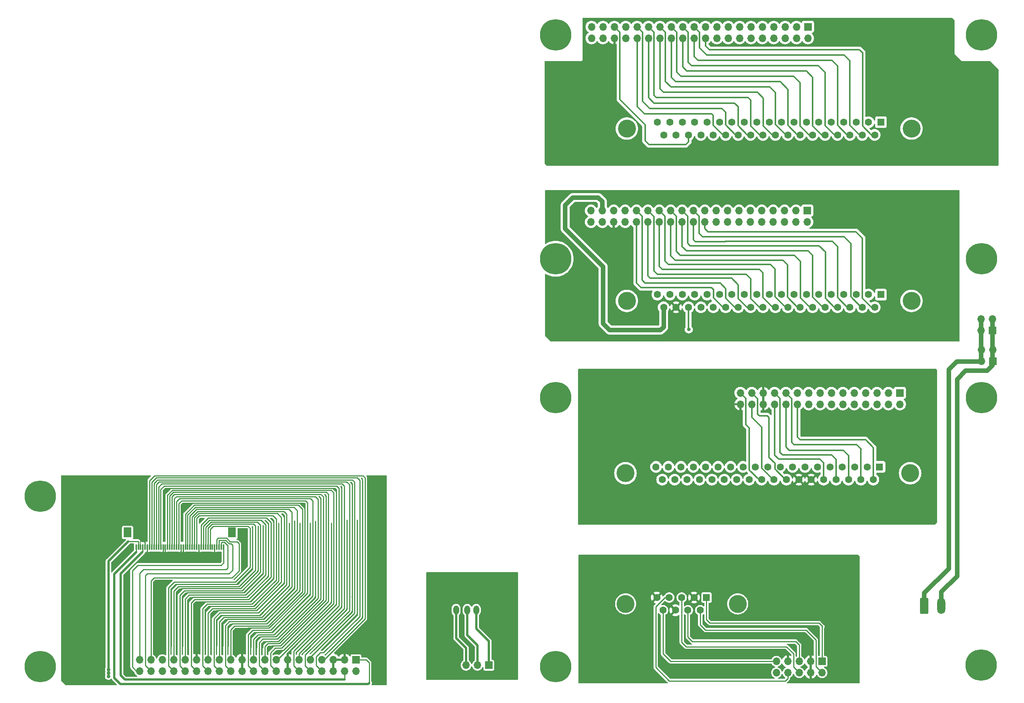
<source format=gbr>
%TF.GenerationSoftware,KiCad,Pcbnew,(7.0.0)*%
%TF.CreationDate,2025-01-08T14:06:24+03:30*%
%TF.ProjectId,tester interface,74657374-6572-4206-996e-746572666163,rev?*%
%TF.SameCoordinates,Original*%
%TF.FileFunction,Copper,L1,Top*%
%TF.FilePolarity,Positive*%
%FSLAX46Y46*%
G04 Gerber Fmt 4.6, Leading zero omitted, Abs format (unit mm)*
G04 Created by KiCad (PCBNEW (7.0.0)) date 2025-01-08 14:06:24*
%MOMM*%
%LPD*%
G01*
G04 APERTURE LIST*
G04 Aperture macros list*
%AMRoundRect*
0 Rectangle with rounded corners*
0 $1 Rounding radius*
0 $2 $3 $4 $5 $6 $7 $8 $9 X,Y pos of 4 corners*
0 Add a 4 corners polygon primitive as box body*
4,1,4,$2,$3,$4,$5,$6,$7,$8,$9,$2,$3,0*
0 Add four circle primitives for the rounded corners*
1,1,$1+$1,$2,$3*
1,1,$1+$1,$4,$5*
1,1,$1+$1,$6,$7*
1,1,$1+$1,$8,$9*
0 Add four rect primitives between the rounded corners*
20,1,$1+$1,$2,$3,$4,$5,0*
20,1,$1+$1,$4,$5,$6,$7,0*
20,1,$1+$1,$6,$7,$8,$9,0*
20,1,$1+$1,$8,$9,$2,$3,0*%
G04 Aperture macros list end*
%TA.AperFunction,ComponentPad*%
%ADD10C,4.000000*%
%TD*%
%TA.AperFunction,ComponentPad*%
%ADD11R,1.600000X1.600000*%
%TD*%
%TA.AperFunction,ComponentPad*%
%ADD12C,1.600000*%
%TD*%
%TA.AperFunction,SMDPad,CuDef*%
%ADD13R,0.300000X1.300000*%
%TD*%
%TA.AperFunction,SMDPad,CuDef*%
%ADD14R,1.800000X2.200000*%
%TD*%
%TA.AperFunction,ComponentPad*%
%ADD15C,0.800000*%
%TD*%
%TA.AperFunction,ComponentPad*%
%ADD16C,7.000000*%
%TD*%
%TA.AperFunction,ComponentPad*%
%ADD17O,1.300000X2.000000*%
%TD*%
%TA.AperFunction,ComponentPad*%
%ADD18O,1.900000X6.000000*%
%TD*%
%TA.AperFunction,ComponentPad*%
%ADD19O,3.500000X1.900000*%
%TD*%
%TA.AperFunction,ComponentPad*%
%ADD20RoundRect,0.250000X-0.650000X-1.550000X0.650000X-1.550000X0.650000X1.550000X-0.650000X1.550000X0*%
%TD*%
%TA.AperFunction,ComponentPad*%
%ADD21O,1.800000X3.600000*%
%TD*%
%TA.AperFunction,ComponentPad*%
%ADD22R,1.700000X1.700000*%
%TD*%
%TA.AperFunction,ComponentPad*%
%ADD23O,1.700000X1.700000*%
%TD*%
%TA.AperFunction,ViaPad*%
%ADD24C,0.800000*%
%TD*%
%TA.AperFunction,ViaPad*%
%ADD25C,0.320000*%
%TD*%
%TA.AperFunction,Conductor*%
%ADD26C,0.500000*%
%TD*%
%TA.AperFunction,Conductor*%
%ADD27C,0.220000*%
%TD*%
%TA.AperFunction,Conductor*%
%ADD28C,0.200000*%
%TD*%
%TA.AperFunction,Conductor*%
%ADD29C,1.000000*%
%TD*%
%TA.AperFunction,Conductor*%
%ADD30C,0.350000*%
%TD*%
%TA.AperFunction,Conductor*%
%ADD31C,0.250000*%
%TD*%
G04 APERTURE END LIST*
D10*
%TO.P,J10,0,PAD*%
%TO.N,unconnected-(J10-PAD-Pad0)*%
X175162266Y-153129433D03*
X200162266Y-153129433D03*
D11*
%TO.P,J10,1,1*%
%TO.N,CANH*%
X193202265Y-151709432D03*
D12*
%TO.P,J10,2,2*%
%TO.N,GND*%
X190432266Y-151709433D03*
%TO.P,J10,3,3*%
%TO.N,485B*%
X187662266Y-151709433D03*
%TO.P,J10,4,4*%
%TO.N,232RD*%
X184892266Y-151709433D03*
%TO.P,J10,5,5*%
%TO.N,GND*%
X182122266Y-151709433D03*
%TO.P,J10,6,6*%
%TO.N,CANL*%
X191817266Y-154549433D03*
%TO.P,J10,7,7*%
%TO.N,485A*%
X189047266Y-154549433D03*
%TO.P,J10,8,8*%
%TO.N,GND*%
X186277266Y-154549433D03*
%TO.P,J10,9,9*%
%TO.N,232TD*%
X183507266Y-154549433D03*
%TD*%
D13*
%TO.P,J2,1,Pin_1*%
%TO.N,/LED-*%
X65966132Y-140436131D03*
%TO.P,J2,2,Pin_2*%
%TO.N,LED+*%
X66466132Y-140436131D03*
%TO.P,J2,3,Pin_3*%
%TO.N,GND*%
X66966132Y-140436131D03*
%TO.P,J2,4,Pin_4*%
%TO.N,+3.3V*%
X67466132Y-140436131D03*
%TO.P,J2,5,Pin_5*%
%TO.N,GND*%
X67966132Y-140436131D03*
%TO.P,J2,6,Pin_6*%
X68466132Y-140436131D03*
%TO.P,J2,7,Pin_7*%
%TO.N,LCD_R2*%
X68966132Y-140436131D03*
%TO.P,J2,8,Pin_8*%
%TO.N,LCD_R3*%
X69466132Y-140436131D03*
%TO.P,J2,9,Pin_9*%
%TO.N,LCD_R4*%
X69966132Y-140436131D03*
%TO.P,J2,10,Pin_10*%
%TO.N,LCD_R5*%
X70466132Y-140436131D03*
%TO.P,J2,11,Pin_11*%
%TO.N,LCD_R6*%
X70966132Y-140436131D03*
%TO.P,J2,12,Pin_12*%
%TO.N,LCD_R7*%
X71466132Y-140436131D03*
%TO.P,J2,13,Pin_13*%
%TO.N,GND*%
X71966132Y-140436131D03*
%TO.P,J2,14,Pin_14*%
X72466132Y-140436131D03*
%TO.P,J2,15,Pin_15*%
%TO.N,LCD_G2*%
X72966132Y-140436131D03*
%TO.P,J2,16,Pin_16*%
%TO.N,LCD_G3*%
X73466132Y-140436131D03*
%TO.P,J2,17,Pin_17*%
%TO.N,LCD_G4*%
X73966132Y-140436131D03*
%TO.P,J2,18,Pin_18*%
%TO.N,LCD_G5*%
X74466132Y-140436131D03*
%TO.P,J2,19,Pin_19*%
%TO.N,LCD_G6*%
X74966132Y-140436131D03*
%TO.P,J2,20,Pin_20*%
%TO.N,LCD_G7*%
X75466132Y-140436131D03*
%TO.P,J2,21,Pin_21*%
%TO.N,GND*%
X75966132Y-140436131D03*
%TO.P,J2,22,Pin_22*%
X76466132Y-140436131D03*
%TO.P,J2,23,Pin_23*%
%TO.N,LCD_B2*%
X76966132Y-140436131D03*
%TO.P,J2,24,Pin_24*%
%TO.N,LDC_B3*%
X77466132Y-140436131D03*
%TO.P,J2,25,Pin_25*%
%TO.N,LCD_B4*%
X77966132Y-140436131D03*
%TO.P,J2,26,Pin_26*%
%TO.N,LCD_B5*%
X78466132Y-140436131D03*
%TO.P,J2,27,Pin_27*%
%TO.N,LCD_B6*%
X78966132Y-140436131D03*
%TO.P,J2,28,Pin_28*%
%TO.N,LCD_B7*%
X79466132Y-140436131D03*
%TO.P,J2,29,Pin_29*%
%TO.N,GND*%
X79966132Y-140436131D03*
%TO.P,J2,30,Pin_30*%
%TO.N,LCD_CLK*%
X80466132Y-140436131D03*
%TO.P,J2,31,Pin_31*%
%TO.N,LCD_BACK_LIGHT*%
X80966132Y-140436131D03*
%TO.P,J2,32,Pin_32*%
%TO.N,LCD_HS*%
X81466132Y-140436131D03*
%TO.P,J2,33,Pin_33*%
%TO.N,LCD_VS*%
X81966132Y-140436131D03*
%TO.P,J2,34,Pin_34*%
%TO.N,LCD_DE*%
X82466132Y-140436131D03*
%TO.P,J2,35,Pin_35*%
%TO.N,unconnected-(J2-Pin_35-Pad35)*%
X82966132Y-140436131D03*
%TO.P,J2,36,Pin_36*%
%TO.N,GND*%
X83466132Y-140436131D03*
%TO.P,J2,37,Pin_37*%
%TO.N,/Touch_X+*%
X83966132Y-140436131D03*
%TO.P,J2,38,Pin_38*%
%TO.N,/Touch_Y-*%
X84466132Y-140436131D03*
%TO.P,J2,39,Pin_39*%
%TO.N,/Touch_X-*%
X84966132Y-140436131D03*
%TO.P,J2,40,Pin_40*%
%TO.N,/Touch_Y+*%
X85466132Y-140436131D03*
D14*
%TO.P,J2,MP*%
%TO.N,N/C*%
X87366132Y-137186131D03*
X64066132Y-137186131D03*
%TD*%
D15*
%TO.P,H2,1*%
%TO.N,N/C*%
X41915000Y-129120000D03*
X42683845Y-127263845D03*
X42683845Y-130976155D03*
X44540000Y-126495000D03*
D16*
X44540000Y-129120000D03*
D15*
X44540000Y-131745000D03*
X46396155Y-127263845D03*
X46396155Y-130976155D03*
X47165000Y-129120000D03*
%TD*%
%TO.P,H9,1*%
%TO.N,N/C*%
X156915000Y-107120000D03*
X157683845Y-105263845D03*
X157683845Y-108976155D03*
X159540000Y-104495000D03*
D16*
X159540000Y-107120000D03*
D15*
X159540000Y-109745000D03*
X161396155Y-105263845D03*
X161396155Y-108976155D03*
X162165000Y-107120000D03*
%TD*%
%TO.P,H4,1*%
%TO.N,N/C*%
X156911133Y-167116132D03*
X157679978Y-165259977D03*
X157679978Y-168972287D03*
X159536133Y-164491132D03*
D16*
X159536133Y-167116132D03*
D15*
X159536133Y-169741132D03*
X161392288Y-165259977D03*
X161392288Y-168972287D03*
X162161133Y-167116132D03*
%TD*%
D10*
%TO.P,J8,0,PAD*%
%TO.N,unconnected-(J8-PAD-Pad0)*%
X175126133Y-123976132D03*
X238626133Y-123976132D03*
D11*
%TO.P,J8,1,1*%
%TO.N,/Analog_out1*%
X231806132Y-122556131D03*
D12*
%TO.P,J8,2,2*%
%TO.N,/Analog_out2*%
X229036133Y-122556132D03*
%TO.P,J8,3,3*%
%TO.N,/Analog_out3*%
X226266133Y-122556132D03*
%TO.P,J8,4,4*%
%TO.N,/Analog_out4*%
X223496133Y-122556132D03*
%TO.P,J8,5,5*%
%TO.N,/Analog_out5*%
X220726133Y-122556132D03*
%TO.P,J8,6,6*%
%TO.N,/Analog_out6*%
X217956133Y-122556132D03*
%TO.P,J8,7,7*%
%TO.N,/Analog_out7*%
X215186133Y-122556132D03*
%TO.P,J8,8,8*%
%TO.N,/Analog_out8*%
X212416133Y-122556132D03*
%TO.P,J8,9,9*%
%TO.N,/Analog_out9*%
X209646133Y-122556132D03*
%TO.P,J8,10,10*%
%TO.N,/Analog_out10*%
X206876133Y-122556132D03*
%TO.P,J8,11,11*%
%TO.N,/Analog_out11*%
X204106133Y-122556132D03*
%TO.P,J8,12,12*%
%TO.N,/Analog_out12*%
X201336133Y-122556132D03*
%TO.P,J8,13,13*%
%TO.N,/Analog_out13*%
X198566133Y-122556132D03*
%TO.P,J8,14,14*%
%TO.N,/Analog_out14*%
X195796133Y-122556132D03*
%TO.P,J8,15,15*%
%TO.N,/Analog_out15*%
X193026133Y-122556132D03*
%TO.P,J8,16,16*%
%TO.N,/Analog_out16*%
X190256133Y-122556132D03*
%TO.P,J8,17,17*%
%TO.N,/Analog_out17*%
X187486133Y-122556132D03*
%TO.P,J8,18,18*%
%TO.N,/Analog_out18*%
X184716133Y-122556132D03*
%TO.P,J8,19,19*%
%TO.N,/Analog_out19*%
X181946133Y-122556132D03*
%TO.P,J8,20,20*%
%TO.N,/Analog_out20*%
X230421133Y-125396132D03*
%TO.P,J8,21,21*%
%TO.N,/Analog_out21*%
X227651133Y-125396132D03*
%TO.P,J8,22,22*%
%TO.N,/Analog_out22*%
X224881133Y-125396132D03*
%TO.P,J8,23,23*%
%TO.N,/Analog_out23*%
X222111133Y-125396132D03*
%TO.P,J8,24,24*%
%TO.N,/Analog_out24*%
X219341133Y-125396132D03*
%TO.P,J8,25,25*%
%TO.N,GND*%
X216571133Y-125396132D03*
%TO.P,J8,26,26*%
X213801133Y-125396132D03*
%TO.P,J8,27,27*%
%TO.N,ID1-analog*%
X211031133Y-125396132D03*
%TO.P,J8,28,28*%
%TO.N,ID2-analog*%
X208261133Y-125396132D03*
%TO.P,J8,29,29*%
%TO.N,ID3-analog*%
X205491133Y-125396132D03*
%TO.P,J8,30,30*%
%TO.N,unconnected-(J8-Pad30)*%
X202721133Y-125396132D03*
%TO.P,J8,31,31*%
%TO.N,unconnected-(J8-Pad31)*%
X199951133Y-125396132D03*
%TO.P,J8,32,32*%
%TO.N,unconnected-(J8-Pad32)*%
X197181133Y-125396132D03*
%TO.P,J8,33,33*%
%TO.N,unconnected-(J8-Pad33)*%
X194411133Y-125396132D03*
%TO.P,J8,34,34*%
%TO.N,unconnected-(J8-Pad34)*%
X191641133Y-125396132D03*
%TO.P,J8,35,35*%
%TO.N,unconnected-(J8-Pad35)*%
X188871133Y-125396132D03*
%TO.P,J8,36,36*%
%TO.N,unconnected-(J8-Pad36)*%
X186101133Y-125396132D03*
%TO.P,J8,37,37*%
%TO.N,unconnected-(J8-Pad37)*%
X183331133Y-125396132D03*
%TD*%
D15*
%TO.P,H7,1*%
%TO.N,N/C*%
X156915000Y-76120000D03*
X157683845Y-74263845D03*
X157683845Y-77976155D03*
X159540000Y-73495000D03*
D16*
X159540000Y-76120000D03*
D15*
X159540000Y-78745000D03*
X161396155Y-74263845D03*
X161396155Y-77976155D03*
X162165000Y-76120000D03*
%TD*%
%TO.P,H5,1*%
%TO.N,N/C*%
X156911133Y-26116132D03*
X157679978Y-24259977D03*
X157679978Y-27972287D03*
X159536133Y-23491132D03*
D16*
X159536133Y-26116132D03*
D15*
X159536133Y-28741132D03*
X161392288Y-24259977D03*
X161392288Y-27972287D03*
X162161133Y-26116132D03*
%TD*%
%TO.P,H10,1*%
%TO.N,N/C*%
X251871133Y-166811132D03*
X252639978Y-164954977D03*
X252639978Y-168667287D03*
X254496133Y-164186132D03*
D16*
X254496133Y-166811132D03*
D15*
X254496133Y-169436132D03*
X256352288Y-164954977D03*
X256352288Y-168667287D03*
X257121133Y-166811132D03*
%TD*%
D10*
%TO.P,J4,0,PAD*%
%TO.N,unconnected-(J4-PAD-Pad0)*%
X175436133Y-47056132D03*
X238936133Y-47056132D03*
D11*
%TO.P,J4,1,1*%
%TO.N,O1*%
X232116132Y-45636131D03*
D12*
%TO.P,J4,2,2*%
%TO.N,O2*%
X229346133Y-45636132D03*
%TO.P,J4,3,3*%
%TO.N,O3*%
X226576133Y-45636132D03*
%TO.P,J4,4,4*%
%TO.N,O4*%
X223806133Y-45636132D03*
%TO.P,J4,5,5*%
%TO.N,O5*%
X221036133Y-45636132D03*
%TO.P,J4,6,6*%
%TO.N,O6*%
X218266133Y-45636132D03*
%TO.P,J4,7,7*%
%TO.N,O7*%
X215496133Y-45636132D03*
%TO.P,J4,8,8*%
%TO.N,O8*%
X212726133Y-45636132D03*
%TO.P,J4,9,9*%
%TO.N,O9*%
X209956133Y-45636132D03*
%TO.P,J4,10,10*%
%TO.N,O10*%
X207186133Y-45636132D03*
%TO.P,J4,11,11*%
%TO.N,O11*%
X204416133Y-45636132D03*
%TO.P,J4,12,12*%
%TO.N,O12*%
X201646133Y-45636132D03*
%TO.P,J4,13,13*%
%TO.N,O13*%
X198876133Y-45636132D03*
%TO.P,J4,14,14*%
%TO.N,O14*%
X196106133Y-45636132D03*
%TO.P,J4,15,15*%
%TO.N,O15*%
X193336133Y-45636132D03*
%TO.P,J4,16,16*%
%TO.N,O16*%
X190566133Y-45636132D03*
%TO.P,J4,17,17*%
%TO.N,O17*%
X187796133Y-45636132D03*
%TO.P,J4,18,18*%
%TO.N,O18*%
X185026133Y-45636132D03*
%TO.P,J4,19,19*%
%TO.N,O19*%
X182256133Y-45636132D03*
%TO.P,J4,20,20*%
%TO.N,O20*%
X230731133Y-48476132D03*
%TO.P,J4,21,21*%
%TO.N,O21*%
X227961133Y-48476132D03*
%TO.P,J4,22,22*%
%TO.N,O22*%
X225191133Y-48476132D03*
%TO.P,J4,23,23*%
%TO.N,O23*%
X222421133Y-48476132D03*
%TO.P,J4,24,24*%
%TO.N,O24*%
X219651133Y-48476132D03*
%TO.P,J4,25,25*%
%TO.N,O25*%
X216881133Y-48476132D03*
%TO.P,J4,26,26*%
%TO.N,O26*%
X214111133Y-48476132D03*
%TO.P,J4,27,27*%
%TO.N,O27*%
X211341133Y-48476132D03*
%TO.P,J4,28,28*%
%TO.N,O28*%
X208571133Y-48476132D03*
%TO.P,J4,29,29*%
%TO.N,O29*%
X205801133Y-48476132D03*
%TO.P,J4,30,30*%
%TO.N,O30*%
X203031133Y-48476132D03*
%TO.P,J4,31,31*%
%TO.N,O31*%
X200261133Y-48476132D03*
%TO.P,J4,32,32*%
%TO.N,O32*%
X197491133Y-48476132D03*
%TO.P,J4,33,33*%
%TO.N,ID1-output*%
X194721133Y-48476132D03*
%TO.P,J4,34,34*%
%TO.N,ID2-output*%
X191951133Y-48476132D03*
%TO.P,J4,35,35*%
%TO.N,ID3-output*%
X189181133Y-48476132D03*
%TO.P,J4,36,36*%
%TO.N,unconnected-(J4-Pad36)*%
X186411133Y-48476132D03*
%TO.P,J4,37,37*%
%TO.N,unconnected-(J4-Pad37)*%
X183641133Y-48476132D03*
%TD*%
D15*
%TO.P,H6,1*%
%TO.N,N/C*%
X251915000Y-107120000D03*
X252683845Y-105263845D03*
X252683845Y-108976155D03*
X254540000Y-104495000D03*
D16*
X254540000Y-107120000D03*
D15*
X254540000Y-109745000D03*
X256396155Y-105263845D03*
X256396155Y-108976155D03*
X257165000Y-107120000D03*
%TD*%
%TO.P,H1,1*%
%TO.N,N/C*%
X41911133Y-167116132D03*
X42679978Y-165259977D03*
X42679978Y-168972287D03*
X44536133Y-164491132D03*
X44536133Y-169741132D03*
D16*
X44540000Y-167120000D03*
D15*
X46392288Y-165259977D03*
X46392288Y-168972287D03*
X47161133Y-167116132D03*
%TD*%
D10*
%TO.P,J6,0,PAD*%
%TO.N,unconnected-(J6-PAD-Pad0)*%
X175436133Y-85516132D03*
X238936133Y-85516132D03*
D11*
%TO.P,J6,1,1*%
%TO.N,/In1*%
X232116132Y-84096131D03*
D12*
%TO.P,J6,2,2*%
%TO.N,/In2*%
X229346133Y-84096132D03*
%TO.P,J6,3,3*%
%TO.N,/In3*%
X226576133Y-84096132D03*
%TO.P,J6,4,4*%
%TO.N,/In4*%
X223806133Y-84096132D03*
%TO.P,J6,5,5*%
%TO.N,/In5*%
X221036133Y-84096132D03*
%TO.P,J6,6,6*%
%TO.N,/In6*%
X218266133Y-84096132D03*
%TO.P,J6,7,7*%
%TO.N,/In7*%
X215496133Y-84096132D03*
%TO.P,J6,8,8*%
%TO.N,/In8*%
X212726133Y-84096132D03*
%TO.P,J6,9,9*%
%TO.N,/In9*%
X209956133Y-84096132D03*
%TO.P,J6,10,10*%
%TO.N,/In10*%
X207186133Y-84096132D03*
%TO.P,J6,11,11*%
%TO.N,/In11*%
X204416133Y-84096132D03*
%TO.P,J6,12,12*%
%TO.N,/In12*%
X201646133Y-84096132D03*
%TO.P,J6,13,13*%
%TO.N,/In13*%
X198876133Y-84096132D03*
%TO.P,J6,14,14*%
%TO.N,/In14*%
X196106133Y-84096132D03*
%TO.P,J6,15,15*%
%TO.N,/In15*%
X193336133Y-84096132D03*
%TO.P,J6,16,16*%
%TO.N,/In16*%
X190566133Y-84096132D03*
%TO.P,J6,17,17*%
%TO.N,/In17*%
X187796133Y-84096132D03*
%TO.P,J6,18,18*%
%TO.N,/In18*%
X185026133Y-84096132D03*
%TO.P,J6,19,19*%
%TO.N,/In19*%
X182256133Y-84096132D03*
%TO.P,J6,20,20*%
%TO.N,/In20*%
X230731133Y-86936132D03*
%TO.P,J6,21,21*%
%TO.N,/In21*%
X227961133Y-86936132D03*
%TO.P,J6,22,22*%
%TO.N,/In22*%
X225191133Y-86936132D03*
%TO.P,J6,23,23*%
%TO.N,/In23*%
X222421133Y-86936132D03*
%TO.P,J6,24,24*%
%TO.N,/In24*%
X219651133Y-86936132D03*
%TO.P,J6,25,25*%
%TO.N,/In25*%
X216881133Y-86936132D03*
%TO.P,J6,26,26*%
%TO.N,/In26*%
X214111133Y-86936132D03*
%TO.P,J6,27,27*%
%TO.N,/In27*%
X211341133Y-86936132D03*
%TO.P,J6,28,28*%
%TO.N,/In28*%
X208571133Y-86936132D03*
%TO.P,J6,29,29*%
%TO.N,/In29*%
X205801133Y-86936132D03*
%TO.P,J6,30,30*%
%TO.N,/In30*%
X203031133Y-86936132D03*
%TO.P,J6,31,31*%
%TO.N,/In31*%
X200261133Y-86936132D03*
%TO.P,J6,32,32*%
%TO.N,/In32*%
X197491133Y-86936132D03*
%TO.P,J6,33,33*%
%TO.N,ID1-input*%
X194721133Y-86936132D03*
%TO.P,J6,34,34*%
%TO.N,ID2-input*%
X191951133Y-86936132D03*
%TO.P,J6,35,35*%
%TO.N,ID3-input*%
X189181133Y-86936132D03*
%TO.P,J6,36,36*%
%TO.N,GND*%
X186411133Y-86936132D03*
%TO.P,J6,37,37*%
%TO.N,+72*%
X183641133Y-86936132D03*
%TD*%
D17*
%TO.P,J16,1,VBUS*%
%TO.N,Net-(J16-VBUS)*%
X137336132Y-154478631D03*
%TO.P,J16,2,D-*%
%TO.N,Net-(J16-D-)*%
X139836132Y-154478631D03*
%TO.P,J16,3,D+*%
%TO.N,Net-(J16-D+)*%
X141836132Y-154478631D03*
%TO.P,J16,4,GND*%
%TO.N,GND*%
X144336132Y-154478631D03*
D18*
%TO.P,J16,5,Shield*%
X134366132Y-152548631D03*
D19*
X140836132Y-150568631D03*
D18*
X147306132Y-152548631D03*
%TD*%
D15*
%TO.P,H8,1*%
%TO.N,N/C*%
X251911133Y-26116132D03*
X252679978Y-24259977D03*
X252679978Y-27972287D03*
X254536133Y-23491132D03*
D16*
X254536133Y-26116132D03*
D15*
X254536133Y-28741132D03*
X256392288Y-24259977D03*
X256392288Y-27972287D03*
X257161133Y-26116132D03*
%TD*%
%TO.P,H3,1*%
%TO.N,N/C*%
X251915000Y-76120000D03*
X252683845Y-74263845D03*
X252683845Y-77976155D03*
X254540000Y-73495000D03*
D16*
X254540000Y-76120000D03*
D15*
X254540000Y-78745000D03*
X256396155Y-74263845D03*
X256396155Y-77976155D03*
X257165000Y-76120000D03*
%TD*%
D20*
%TO.P,J14,1,Pin_1*%
%TO.N,24vSupply *%
X241796133Y-153606132D03*
D21*
%TO.P,J14,2,Pin_2*%
%TO.N,GND*%
X245606132Y-153606131D03*
%TD*%
D22*
%TO.P,J15,1,Pin_1*%
%TO.N,GND*%
X257036132Y-92116131D03*
D23*
%TO.P,J15,2,Pin_2*%
%TO.N,24vSupply *%
X254496132Y-92116131D03*
%TO.P,J15,3,Pin_3*%
%TO.N,GND*%
X257036132Y-89576131D03*
%TO.P,J15,4,Pin_4*%
%TO.N,24vSupply *%
X254496132Y-89576131D03*
%TD*%
D22*
%TO.P,J9,1,Pin_1*%
%TO.N,Net-(J16-D+)*%
X144636132Y-166816131D03*
D23*
%TO.P,J9,2,Pin_2*%
%TO.N,Net-(J16-D-)*%
X142096132Y-166816131D03*
%TO.P,J9,3,Pin_3*%
%TO.N,Net-(J16-VBUS)*%
X139556132Y-166816131D03*
%TO.P,J9,4,Pin_4*%
%TO.N,GND*%
X137016132Y-166816131D03*
%TD*%
D22*
%TO.P,J17,1,Pin_1*%
%TO.N,CANH*%
X218976132Y-165951131D03*
D23*
%TO.P,J17,2,Pin_2*%
%TO.N,CANL*%
X218976132Y-168491131D03*
%TO.P,J17,3,Pin_3*%
%TO.N,GND*%
X216436132Y-165951131D03*
%TO.P,J17,4,Pin_4*%
X216436132Y-168491131D03*
%TO.P,J17,5,Pin_5*%
%TO.N,485A*%
X213896132Y-165951131D03*
%TO.P,J17,6,Pin_6*%
%TO.N,485B*%
X213896132Y-168491131D03*
%TO.P,J17,7,Pin_7*%
%TO.N,GND*%
X211356132Y-165951131D03*
%TO.P,J17,8,Pin_8*%
%TO.N,232RD*%
X211356132Y-168491131D03*
%TO.P,J17,9,Pin_9*%
%TO.N,232TD*%
X208816132Y-165951131D03*
%TO.P,J17,10,Pin_10*%
%TO.N,unconnected-(J17-Pin_10-Pad10)*%
X208816132Y-168491131D03*
%TD*%
D22*
%TO.P,J1,1,Pin_1*%
%TO.N,/LED-*%
X114996132Y-165576131D03*
D23*
%TO.P,J1,2,Pin_2*%
%TO.N,LED+*%
X114996132Y-168116131D03*
%TO.P,J1,3,Pin_3*%
%TO.N,GND*%
X112456132Y-165576131D03*
%TO.P,J1,4,Pin_4*%
%TO.N,+3.3V*%
X112456132Y-168116131D03*
%TO.P,J1,5,Pin_5*%
%TO.N,GND*%
X109916132Y-165576131D03*
%TO.P,J1,6,Pin_6*%
X109916132Y-168116131D03*
%TO.P,J1,7,Pin_7*%
%TO.N,LCD_R2*%
X107376132Y-165576131D03*
%TO.P,J1,8,Pin_8*%
%TO.N,LCD_R3*%
X107376132Y-168116131D03*
%TO.P,J1,9,Pin_9*%
%TO.N,LCD_R4*%
X104836132Y-165576131D03*
%TO.P,J1,10,Pin_10*%
%TO.N,LCD_R5*%
X104836132Y-168116131D03*
%TO.P,J1,11,Pin_11*%
%TO.N,LCD_R6*%
X102296132Y-165576131D03*
%TO.P,J1,12,Pin_12*%
%TO.N,LCD_R7*%
X102296132Y-168116131D03*
%TO.P,J1,13,Pin_13*%
%TO.N,GND*%
X99756132Y-165576131D03*
%TO.P,J1,14,Pin_14*%
X99756132Y-168116131D03*
%TO.P,J1,15,Pin_15*%
%TO.N,LCD_G2*%
X97216132Y-165576131D03*
%TO.P,J1,16,Pin_16*%
%TO.N,LCD_G3*%
X97216132Y-168116131D03*
%TO.P,J1,17,Pin_17*%
%TO.N,LCD_G4*%
X94676132Y-165576131D03*
%TO.P,J1,18,Pin_18*%
%TO.N,LCD_G5*%
X94676132Y-168116131D03*
%TO.P,J1,19,Pin_19*%
%TO.N,LCD_G6*%
X92136132Y-165576131D03*
%TO.P,J1,20,Pin_20*%
%TO.N,LCD_G7*%
X92136132Y-168116131D03*
%TO.P,J1,21,Pin_21*%
%TO.N,GND*%
X89596132Y-165576131D03*
%TO.P,J1,22,Pin_22*%
X89596132Y-168116131D03*
%TO.P,J1,23,Pin_23*%
%TO.N,LCD_B2*%
X87056132Y-165576131D03*
%TO.P,J1,24,Pin_24*%
%TO.N,LDC_B3*%
X87056132Y-168116131D03*
%TO.P,J1,25,Pin_25*%
%TO.N,LCD_B4*%
X84516132Y-165576131D03*
%TO.P,J1,26,Pin_26*%
%TO.N,LCD_B5*%
X84516132Y-168116131D03*
%TO.P,J1,27,Pin_27*%
%TO.N,LCD_B6*%
X81976132Y-165576131D03*
%TO.P,J1,28,Pin_28*%
%TO.N,LCD_B7*%
X81976132Y-168116131D03*
%TO.P,J1,29,Pin_29*%
%TO.N,GND*%
X79436132Y-165576131D03*
%TO.P,J1,30,Pin_30*%
%TO.N,LCD_CLK*%
X79436132Y-168116131D03*
%TO.P,J1,31,Pin_31*%
%TO.N,LCD_BACK_LIGHT*%
X76896132Y-165576131D03*
%TO.P,J1,32,Pin_32*%
%TO.N,LCD_HS*%
X76896132Y-168116131D03*
%TO.P,J1,33,Pin_33*%
%TO.N,LCD_VS*%
X74356132Y-165576131D03*
%TO.P,J1,34,Pin_34*%
%TO.N,LCD_DE*%
X74356132Y-168116131D03*
%TO.P,J1,35,Pin_35*%
%TO.N,unconnected-(J1-Pin_35-Pad35)*%
X71816132Y-165576131D03*
%TO.P,J1,36,Pin_36*%
%TO.N,GND*%
X71816132Y-168116131D03*
%TO.P,J1,37,Pin_37*%
%TO.N,/Touch_X+*%
X69276132Y-165576131D03*
%TO.P,J1,38,Pin_38*%
%TO.N,/Touch_Y-*%
X69276132Y-168116131D03*
%TO.P,J1,39,Pin_39*%
%TO.N,/Touch_X-*%
X66736132Y-165576131D03*
%TO.P,J1,40,Pin_40*%
%TO.N,/Touch_Y+*%
X66736132Y-168116131D03*
%TD*%
D22*
%TO.P,J5,1,Pin_1*%
%TO.N,/In1*%
X215691132Y-65366131D03*
D23*
%TO.P,J5,2,Pin_2*%
%TO.N,/In2*%
X215691132Y-67906131D03*
%TO.P,J5,3,Pin_3*%
%TO.N,/In3*%
X213151132Y-65366131D03*
%TO.P,J5,4,Pin_4*%
%TO.N,/In4*%
X213151132Y-67906131D03*
%TO.P,J5,5,Pin_5*%
%TO.N,/In5*%
X210611132Y-65366131D03*
%TO.P,J5,6,Pin_6*%
%TO.N,/In6*%
X210611132Y-67906131D03*
%TO.P,J5,7,Pin_7*%
%TO.N,/In7*%
X208071132Y-65366131D03*
%TO.P,J5,8,Pin_8*%
%TO.N,/In8*%
X208071132Y-67906131D03*
%TO.P,J5,9,Pin_9*%
%TO.N,/In9*%
X205531132Y-65366131D03*
%TO.P,J5,10,Pin_10*%
%TO.N,/In10*%
X205531132Y-67906131D03*
%TO.P,J5,11,Pin_11*%
%TO.N,/In11*%
X202991132Y-65366131D03*
%TO.P,J5,12,Pin_12*%
%TO.N,/In12*%
X202991132Y-67906131D03*
%TO.P,J5,13,Pin_13*%
%TO.N,/In13*%
X200451132Y-65366131D03*
%TO.P,J5,14,Pin_14*%
%TO.N,/In14*%
X200451132Y-67906131D03*
%TO.P,J5,15,Pin_15*%
%TO.N,/In15*%
X197911132Y-65366131D03*
%TO.P,J5,16,Pin_16*%
%TO.N,/In16*%
X197911132Y-67906131D03*
%TO.P,J5,17,Pin_17*%
%TO.N,/In17*%
X195371132Y-65366131D03*
%TO.P,J5,18,Pin_18*%
%TO.N,/In18*%
X195371132Y-67906131D03*
%TO.P,J5,19,Pin_19*%
%TO.N,/In19*%
X192831132Y-65366131D03*
%TO.P,J5,20,Pin_20*%
%TO.N,/In20*%
X192831132Y-67906131D03*
%TO.P,J5,21,Pin_21*%
%TO.N,/In21*%
X190291132Y-65366131D03*
%TO.P,J5,22,Pin_22*%
%TO.N,/In22*%
X190291132Y-67906131D03*
%TO.P,J5,23,Pin_23*%
%TO.N,/In23*%
X187751132Y-65366131D03*
%TO.P,J5,24,Pin_24*%
%TO.N,/In24*%
X187751132Y-67906131D03*
%TO.P,J5,25,Pin_25*%
%TO.N,/In25*%
X185211132Y-65366131D03*
%TO.P,J5,26,Pin_26*%
%TO.N,/In26*%
X185211132Y-67906131D03*
%TO.P,J5,27,Pin_27*%
%TO.N,/In27*%
X182671132Y-65366131D03*
%TO.P,J5,28,Pin_28*%
%TO.N,/In28*%
X182671132Y-67906131D03*
%TO.P,J5,29,Pin_29*%
%TO.N,/In29*%
X180131132Y-65366131D03*
%TO.P,J5,30,Pin_30*%
%TO.N,/In30*%
X180131132Y-67906131D03*
%TO.P,J5,31,Pin_31*%
%TO.N,/In31*%
X177591132Y-65366131D03*
%TO.P,J5,32,Pin_32*%
%TO.N,/In32*%
X177591132Y-67906131D03*
%TO.P,J5,33,Pin_33*%
%TO.N,ID1-input*%
X175051132Y-65366131D03*
%TO.P,J5,34,Pin_34*%
%TO.N,ID2-input*%
X175051132Y-67906131D03*
%TO.P,J5,35,Pin_35*%
%TO.N,ID3-input*%
X172511132Y-65366131D03*
%TO.P,J5,36,Pin_36*%
%TO.N,GND*%
X172511132Y-67906131D03*
%TO.P,J5,37,Pin_37*%
%TO.N,+72*%
X169971132Y-65366131D03*
%TO.P,J5,38,Pin_38*%
%TO.N,unconnected-(J5-Pin_38-Pad38)*%
X169971132Y-67906131D03*
%TO.P,J5,39,Pin_39*%
%TO.N,unconnected-(J5-Pin_39-Pad39)*%
X167431132Y-65366131D03*
%TO.P,J5,40,Pin_40*%
%TO.N,unconnected-(J5-Pin_40-Pad40)*%
X167431132Y-67906131D03*
%TD*%
D22*
%TO.P,J13,1,Pin_1*%
%TO.N,GND*%
X257051132Y-98941131D03*
D23*
%TO.P,J13,2,Pin_2*%
%TO.N,24vSupply *%
X254511132Y-98941131D03*
%TO.P,J13,3,Pin_3*%
%TO.N,GND*%
X257051132Y-96401131D03*
%TO.P,J13,4,Pin_4*%
%TO.N,24vSupply *%
X254511132Y-96401131D03*
%TD*%
D22*
%TO.P,J3,1,Pin_1*%
%TO.N,O1*%
X215821132Y-24341131D03*
D23*
%TO.P,J3,2,Pin_2*%
%TO.N,O2*%
X215821132Y-26881131D03*
%TO.P,J3,3,Pin_3*%
%TO.N,O3*%
X213281132Y-24341131D03*
%TO.P,J3,4,Pin_4*%
%TO.N,O4*%
X213281132Y-26881131D03*
%TO.P,J3,5,Pin_5*%
%TO.N,O5*%
X210741132Y-24341131D03*
%TO.P,J3,6,Pin_6*%
%TO.N,O6*%
X210741132Y-26881131D03*
%TO.P,J3,7,Pin_7*%
%TO.N,O7*%
X208201132Y-24341131D03*
%TO.P,J3,8,Pin_8*%
%TO.N,O8*%
X208201132Y-26881131D03*
%TO.P,J3,9,Pin_9*%
%TO.N,O9*%
X205661132Y-24341131D03*
%TO.P,J3,10,Pin_10*%
%TO.N,O10*%
X205661132Y-26881131D03*
%TO.P,J3,11,Pin_11*%
%TO.N,O11*%
X203121132Y-24341131D03*
%TO.P,J3,12,Pin_12*%
%TO.N,O12*%
X203121132Y-26881131D03*
%TO.P,J3,13,Pin_13*%
%TO.N,O13*%
X200581132Y-24341131D03*
%TO.P,J3,14,Pin_14*%
%TO.N,O14*%
X200581132Y-26881131D03*
%TO.P,J3,15,Pin_15*%
%TO.N,O15*%
X198041132Y-24341131D03*
%TO.P,J3,16,Pin_16*%
%TO.N,O16*%
X198041132Y-26881131D03*
%TO.P,J3,17,Pin_17*%
%TO.N,O17*%
X195501132Y-24341131D03*
%TO.P,J3,18,Pin_18*%
%TO.N,O18*%
X195501132Y-26881131D03*
%TO.P,J3,19,Pin_19*%
%TO.N,O19*%
X192961132Y-24341131D03*
%TO.P,J3,20,Pin_20*%
%TO.N,O20*%
X192961132Y-26881131D03*
%TO.P,J3,21,Pin_21*%
%TO.N,O21*%
X190421132Y-24341131D03*
%TO.P,J3,22,Pin_22*%
%TO.N,O22*%
X190421132Y-26881131D03*
%TO.P,J3,23,Pin_23*%
%TO.N,O23*%
X187881132Y-24341131D03*
%TO.P,J3,24,Pin_24*%
%TO.N,O24*%
X187881132Y-26881131D03*
%TO.P,J3,25,Pin_25*%
%TO.N,O25*%
X185341132Y-24341131D03*
%TO.P,J3,26,Pin_26*%
%TO.N,O26*%
X185341132Y-26881131D03*
%TO.P,J3,27,Pin_27*%
%TO.N,O27*%
X182801132Y-24341131D03*
%TO.P,J3,28,Pin_28*%
%TO.N,O28*%
X182801132Y-26881131D03*
%TO.P,J3,29,Pin_29*%
%TO.N,O29*%
X180261132Y-24341131D03*
%TO.P,J3,30,Pin_30*%
%TO.N,O30*%
X180261132Y-26881131D03*
%TO.P,J3,31,Pin_31*%
%TO.N,O31*%
X177721132Y-24341131D03*
%TO.P,J3,32,Pin_32*%
%TO.N,O32*%
X177721132Y-26881131D03*
%TO.P,J3,33,Pin_33*%
%TO.N,ID1-output*%
X175181132Y-24341131D03*
%TO.P,J3,34,Pin_34*%
%TO.N,ID2-output*%
X175181132Y-26881131D03*
%TO.P,J3,35,Pin_35*%
%TO.N,ID3-output*%
X172641132Y-24341131D03*
%TO.P,J3,36,Pin_36*%
%TO.N,GND*%
X172641132Y-26881131D03*
%TO.P,J3,37,Pin_37*%
%TO.N,unconnected-(J3-Pin_37-Pad37)*%
X170101132Y-24341131D03*
%TO.P,J3,38,Pin_38*%
%TO.N,unconnected-(J3-Pin_38-Pad38)*%
X170101132Y-26881131D03*
%TO.P,J3,39,Pin_39*%
%TO.N,unconnected-(J3-Pin_39-Pad39)*%
X167561132Y-24341131D03*
%TO.P,J3,40,Pin_40*%
%TO.N,unconnected-(J3-Pin_40-Pad40)*%
X167561132Y-26881131D03*
%TD*%
D22*
%TO.P,J7,1,Pin_1*%
%TO.N,/Analog_out1*%
X236331132Y-106041131D03*
D23*
%TO.P,J7,2,Pin_2*%
%TO.N,/Analog_out2*%
X236331132Y-108581131D03*
%TO.P,J7,3,Pin_3*%
%TO.N,/Analog_out3*%
X233791132Y-106041131D03*
%TO.P,J7,4,Pin_4*%
%TO.N,/Analog_out4*%
X233791132Y-108581131D03*
%TO.P,J7,5,Pin_5*%
%TO.N,/Analog_out5*%
X231251132Y-106041131D03*
%TO.P,J7,6,Pin_6*%
%TO.N,/Analog_out6*%
X231251132Y-108581131D03*
%TO.P,J7,7,Pin_7*%
%TO.N,/Analog_out7*%
X228711132Y-106041131D03*
%TO.P,J7,8,Pin_8*%
%TO.N,/Analog_out8*%
X228711132Y-108581131D03*
%TO.P,J7,9,Pin_9*%
%TO.N,/Analog_out9*%
X226171132Y-106041131D03*
%TO.P,J7,10,Pin_10*%
%TO.N,/Analog_out10*%
X226171132Y-108581131D03*
%TO.P,J7,11,Pin_11*%
%TO.N,/Analog_out11*%
X223631132Y-106041131D03*
%TO.P,J7,12,Pin_12*%
%TO.N,/Analog_out12*%
X223631132Y-108581131D03*
%TO.P,J7,13,Pin_13*%
%TO.N,/Analog_out13*%
X221091132Y-106041131D03*
%TO.P,J7,14,Pin_14*%
%TO.N,/Analog_out14*%
X221091132Y-108581131D03*
%TO.P,J7,15,Pin_15*%
%TO.N,/Analog_out15*%
X218551132Y-106041131D03*
%TO.P,J7,16,Pin_16*%
%TO.N,/Analog_out16*%
X218551132Y-108581131D03*
%TO.P,J7,17,Pin_17*%
%TO.N,/Analog_out17*%
X216011132Y-106041131D03*
%TO.P,J7,18,Pin_18*%
%TO.N,/Analog_out18*%
X216011132Y-108581131D03*
%TO.P,J7,19,Pin_19*%
%TO.N,/Analog_out19*%
X213471132Y-106041131D03*
%TO.P,J7,20,Pin_20*%
%TO.N,/Analog_out20*%
X213471132Y-108581131D03*
%TO.P,J7,21,Pin_21*%
%TO.N,/Analog_out21*%
X210931132Y-106041131D03*
%TO.P,J7,22,Pin_22*%
%TO.N,/Analog_out22*%
X210931132Y-108581131D03*
%TO.P,J7,23,Pin_23*%
%TO.N,/Analog_out23*%
X208391132Y-106041131D03*
%TO.P,J7,24,Pin_24*%
%TO.N,/Analog_out24*%
X208391132Y-108581131D03*
%TO.P,J7,25,Pin_25*%
%TO.N,GND*%
X205851132Y-106041131D03*
%TO.P,J7,26,Pin_26*%
X205851132Y-108581131D03*
%TO.P,J7,27,Pin_27*%
%TO.N,ID1-analog*%
X203311132Y-106041131D03*
%TO.P,J7,28,Pin_28*%
%TO.N,ID2-analog*%
X203311132Y-108581131D03*
%TO.P,J7,29,Pin_29*%
%TO.N,ID3-analog*%
X200771132Y-106041131D03*
%TO.P,J7,30,Pin_30*%
%TO.N,GND*%
X200771132Y-108581131D03*
%TD*%
D24*
%TO.N,LED+*%
X59776133Y-167766132D03*
X59776133Y-168546132D03*
X59776133Y-169346132D03*
D25*
%TO.N,GND*%
X97406133Y-153596132D03*
D24*
X233040000Y-72620000D03*
D25*
X110646133Y-151566132D03*
D24*
X65540000Y-126120000D03*
D25*
X107326133Y-163466132D03*
D24*
X238040000Y-77620000D03*
X50540000Y-151120000D03*
D25*
X77626133Y-152656132D03*
D24*
X173040000Y-62620000D03*
D25*
X93566133Y-155606132D03*
X101946133Y-150706132D03*
D24*
X243040000Y-67620000D03*
D25*
X107516133Y-159846132D03*
D24*
X233040000Y-62620000D03*
D25*
X73806133Y-149936132D03*
X113026133Y-138626132D03*
D24*
X200040000Y-160120000D03*
D25*
X95556133Y-163256132D03*
X103636133Y-152186132D03*
X111836133Y-143586132D03*
D24*
X201540000Y-129120000D03*
X166540000Y-124120000D03*
X188540000Y-164120000D03*
D25*
X100126133Y-143656132D03*
D24*
X167540000Y-160120000D03*
X176540000Y-134120000D03*
X228040000Y-91620000D03*
X50540000Y-156120000D03*
D25*
X101326133Y-147936132D03*
D24*
X166540000Y-129120000D03*
X244540000Y-34120000D03*
X120040000Y-167120000D03*
D25*
X104796133Y-147926132D03*
D24*
X218040000Y-91620000D03*
X202040000Y-168120000D03*
D25*
X98976133Y-138676132D03*
D24*
X212540000Y-155120000D03*
D25*
X93166133Y-145796132D03*
X75036133Y-158506132D03*
D24*
X177540000Y-165120000D03*
D25*
X110416133Y-162246132D03*
X83916133Y-158476132D03*
D24*
X120040000Y-162120000D03*
D25*
X90726133Y-157566132D03*
X83906133Y-162486132D03*
X115276133Y-144070000D03*
X88536133Y-148726132D03*
X94166133Y-162916132D03*
X86846133Y-156576132D03*
X96616133Y-147496132D03*
X96646133Y-138696132D03*
D24*
X60540000Y-131120000D03*
D25*
X81446133Y-158476132D03*
D24*
X182540000Y-145120000D03*
D25*
X88770000Y-152646132D03*
X100156133Y-152486132D03*
X95716133Y-158496132D03*
D24*
X50540000Y-136120000D03*
D25*
X93166133Y-135826132D03*
D24*
X211540000Y-129120000D03*
D25*
X111746133Y-155576132D03*
X101316133Y-134626132D03*
X114096133Y-154926132D03*
X94471133Y-151381133D03*
X111516133Y-159286132D03*
D24*
X250040000Y-44120000D03*
D25*
X86740000Y-149706132D03*
X97786133Y-135160000D03*
X108316133Y-138636132D03*
D24*
X211540000Y-134120000D03*
D25*
X90046133Y-150626132D03*
X115286133Y-155176132D03*
D24*
X62436133Y-143126132D03*
X243040000Y-62620000D03*
X171540000Y-134120000D03*
D25*
X94416133Y-156536132D03*
X90386133Y-154616132D03*
D24*
X194540000Y-164120000D03*
X243040000Y-77620000D03*
D25*
X93406133Y-158516132D03*
D24*
X239540000Y-39120000D03*
D25*
X95406133Y-146956132D03*
X116456133Y-135326132D03*
X108506133Y-160566132D03*
D24*
X158540000Y-48620000D03*
D25*
X116456133Y-149456132D03*
X105956133Y-151586132D03*
D24*
X222540000Y-150120000D03*
D25*
X109076133Y-153266132D03*
X106686133Y-159046132D03*
D24*
X158540000Y-38620000D03*
D25*
X101386133Y-157786132D03*
X95106133Y-157516132D03*
D24*
X226540000Y-129120000D03*
X250040000Y-34120000D03*
D25*
X82696133Y-158476132D03*
X116476133Y-131836132D03*
X96216133Y-160476132D03*
D24*
X168540000Y-53620000D03*
X172540000Y-145120000D03*
X163540000Y-33620000D03*
D25*
X104676133Y-152996132D03*
D24*
X55540000Y-156120000D03*
X254540000Y-44120000D03*
D25*
X81436133Y-162606132D03*
D24*
X213040000Y-150120000D03*
D25*
X101316133Y-143160000D03*
D24*
X176040000Y-129120000D03*
D25*
X91496133Y-152646132D03*
X98426133Y-160776132D03*
D24*
X203040000Y-62620000D03*
D25*
X103616133Y-143250000D03*
D24*
X120040000Y-137120000D03*
D25*
X105946133Y-143250000D03*
D24*
X166540000Y-114120000D03*
D25*
X110516133Y-158506132D03*
X91616133Y-160536132D03*
D24*
X188540000Y-167620000D03*
X231540000Y-129120000D03*
X168540000Y-43620000D03*
D25*
X86466133Y-162606132D03*
D24*
X241540000Y-129120000D03*
D25*
X115286133Y-147876132D03*
X77586133Y-158496132D03*
X107836133Y-156096132D03*
X116486133Y-152076132D03*
D24*
X235040000Y-29120000D03*
D25*
X108316133Y-143310000D03*
X103626133Y-138646132D03*
X111816133Y-135100000D03*
D24*
X213040000Y-62620000D03*
D25*
X97626133Y-149846132D03*
D24*
X238040000Y-72620000D03*
D25*
X96646133Y-143140000D03*
X85096133Y-155656132D03*
D24*
X243040000Y-72620000D03*
D25*
X102666133Y-151486132D03*
X97786133Y-139350000D03*
X103616133Y-134636132D03*
D24*
X67996133Y-127386132D03*
D25*
X94326133Y-138706132D03*
X108676133Y-156966132D03*
X99146133Y-161486132D03*
D24*
X172540000Y-155120000D03*
D25*
X100696133Y-163216132D03*
D24*
X120040000Y-132120000D03*
D25*
X102666133Y-154976132D03*
X96646133Y-134626132D03*
X75046133Y-162646132D03*
X74976133Y-148746132D03*
X93636133Y-148766133D03*
X99826133Y-155996132D03*
D24*
X222540000Y-165120000D03*
D25*
X98446133Y-150786132D03*
X106356133Y-162716132D03*
X87546133Y-153646132D03*
D24*
X239540000Y-24120000D03*
X207540000Y-155120000D03*
D25*
X116476133Y-128256132D03*
X97796133Y-147976132D03*
X93166133Y-139360000D03*
X93776133Y-160476132D03*
X100136133Y-147936132D03*
D24*
X158540000Y-33620000D03*
D25*
X85246133Y-162506132D03*
D24*
X166540000Y-134120000D03*
D25*
X110796133Y-154846132D03*
D24*
X202040000Y-164120000D03*
D25*
X83976133Y-154646132D03*
D24*
X50540000Y-166120000D03*
X186540000Y-104120000D03*
X244540000Y-54120000D03*
D25*
X80836133Y-149716132D03*
X101326133Y-138656132D03*
D24*
X172540000Y-150120000D03*
D25*
X80196133Y-134726132D03*
D24*
X183040000Y-62620000D03*
D25*
X97006133Y-158816132D03*
X80836133Y-151656132D03*
D24*
X196540000Y-134120000D03*
D25*
X113026133Y-147886132D03*
D24*
X222540000Y-160120000D03*
D25*
X95456133Y-143646132D03*
D24*
X244540000Y-24120000D03*
X239540000Y-34120000D03*
X164540000Y-91620000D03*
X163540000Y-43620000D03*
D25*
X92246133Y-148436132D03*
D24*
X55540000Y-131120000D03*
D25*
X92876133Y-154596132D03*
X107136133Y-147916132D03*
D24*
X159540000Y-86620000D03*
D25*
X109486133Y-139380000D03*
D24*
X159540000Y-81620000D03*
D25*
X76326133Y-151596132D03*
X114136133Y-143596132D03*
X113026133Y-143290000D03*
D24*
X167540000Y-145120000D03*
D25*
X113016133Y-151536132D03*
D24*
X238040000Y-91620000D03*
D25*
X110666133Y-138616132D03*
D24*
X248040000Y-82620000D03*
X248040000Y-91620000D03*
X55540000Y-141120000D03*
X229540000Y-54120000D03*
X221540000Y-134120000D03*
D25*
X116466133Y-154136132D03*
X109436133Y-161396132D03*
D24*
X177540000Y-155120000D03*
D25*
X111826133Y-151556132D03*
X92796133Y-162856132D03*
D24*
X235040000Y-24120000D03*
D25*
X111926133Y-160736132D03*
D24*
X120040000Y-142120000D03*
D25*
X90306133Y-160516132D03*
D24*
X120040000Y-127120000D03*
X188040000Y-62620000D03*
X254540000Y-49120000D03*
X219540000Y-54120000D03*
X208040000Y-91620000D03*
X243040000Y-82620000D03*
X167540000Y-150120000D03*
X158540000Y-43620000D03*
X216540000Y-134120000D03*
X198040000Y-62620000D03*
X198040000Y-91620000D03*
X55540000Y-151120000D03*
X168540000Y-38620000D03*
X176540000Y-104120000D03*
D25*
X98236133Y-154416132D03*
D24*
X186540000Y-134120000D03*
X204540000Y-54120000D03*
D25*
X93786133Y-159496132D03*
X114136133Y-135110000D03*
X116476133Y-125516132D03*
X108306133Y-151586132D03*
X114126133Y-151516132D03*
D24*
X166540000Y-104120000D03*
X187540000Y-145120000D03*
D25*
X86476133Y-160516132D03*
D24*
X206540000Y-134120000D03*
D25*
X82436133Y-153676132D03*
D24*
X235040000Y-54120000D03*
X254540000Y-54120000D03*
X183040000Y-166620000D03*
D25*
X107116133Y-151596132D03*
D24*
X55540000Y-146120000D03*
X163540000Y-53620000D03*
D25*
X92176133Y-153646132D03*
D24*
X197540000Y-145120000D03*
D25*
X98936133Y-155236132D03*
X80846133Y-152646132D03*
D24*
X164540000Y-86620000D03*
D25*
X111826133Y-147886132D03*
D24*
X185540000Y-162120000D03*
D25*
X104066133Y-156566132D03*
D24*
X201540000Y-134120000D03*
D25*
X102466133Y-147926132D03*
D24*
X191540000Y-129120000D03*
X186540000Y-129120000D03*
D25*
X98976133Y-143140000D03*
X91920000Y-135910000D03*
D24*
X167540000Y-170120000D03*
D25*
X112636133Y-156376132D03*
D24*
X178040000Y-62620000D03*
X163540000Y-48620000D03*
X167540000Y-155120000D03*
D25*
X101846133Y-153986132D03*
D24*
X254540000Y-34120000D03*
X82996133Y-143166132D03*
X191040000Y-159620000D03*
X244540000Y-29120000D03*
X71496133Y-156926132D03*
X218040000Y-62620000D03*
X64046133Y-148356132D03*
D25*
X109066133Y-163606132D03*
X90746133Y-151646132D03*
X109526133Y-151566132D03*
X103716133Y-163606132D03*
D24*
X90366133Y-138096132D03*
D25*
X79616133Y-158506132D03*
D24*
X236540000Y-134120000D03*
X163540000Y-38620000D03*
X71626133Y-149506132D03*
X236540000Y-129120000D03*
X248040000Y-77620000D03*
X191540000Y-134120000D03*
D25*
X116446133Y-139696132D03*
X113336133Y-159326132D03*
D24*
X177540000Y-160120000D03*
D25*
X97556133Y-162476132D03*
D24*
X226540000Y-134120000D03*
X55540000Y-136120000D03*
X172540000Y-160120000D03*
D25*
X115286133Y-138616132D03*
D24*
X177540000Y-145120000D03*
X171040000Y-129120000D03*
D25*
X97576133Y-163516132D03*
D24*
X50540000Y-131120000D03*
X206540000Y-129120000D03*
X243040000Y-91620000D03*
D25*
X76346133Y-162636132D03*
D24*
X250040000Y-54120000D03*
D25*
X105946133Y-147916132D03*
D24*
X223040000Y-67620000D03*
D25*
X100126133Y-139350000D03*
D24*
X207540000Y-145120000D03*
D25*
X91946133Y-143150000D03*
D24*
X181540000Y-134120000D03*
D25*
X105946133Y-134666132D03*
X96226133Y-161476132D03*
D24*
X217540000Y-145120000D03*
X224540000Y-54120000D03*
D25*
X94046133Y-150106132D03*
D24*
X248040000Y-87620000D03*
X202540000Y-145120000D03*
D25*
X99936133Y-162426132D03*
X94856133Y-134616132D03*
X110656133Y-143350000D03*
X93176133Y-143646132D03*
X114136133Y-139430000D03*
X73786133Y-158516132D03*
D24*
X223040000Y-62620000D03*
D25*
X108316133Y-134596132D03*
D24*
X168540000Y-48620000D03*
X55540000Y-126120000D03*
X181540000Y-104120000D03*
X200040000Y-54120000D03*
X244540000Y-39120000D03*
X223040000Y-91620000D03*
X228040000Y-62620000D03*
D25*
X109496133Y-143616132D03*
D24*
X238040000Y-62620000D03*
X231540000Y-134120000D03*
X181540000Y-109120000D03*
D25*
X107136133Y-139350000D03*
D24*
X120040000Y-157120000D03*
D25*
X102396133Y-163246132D03*
X102466133Y-135120000D03*
D24*
X216040000Y-162620000D03*
D25*
X109486133Y-135100000D03*
D24*
X171540000Y-109120000D03*
X65540000Y-131120000D03*
X217540000Y-150120000D03*
X233040000Y-77620000D03*
D25*
X94316133Y-143130000D03*
X112976133Y-154336132D03*
X94286133Y-146386132D03*
X99396133Y-151596132D03*
D24*
X235040000Y-39120000D03*
X166540000Y-119120000D03*
X196540000Y-129120000D03*
X254540000Y-39120000D03*
X171540000Y-104120000D03*
D25*
X91956133Y-138726132D03*
D24*
X55540000Y-161120000D03*
D25*
X98976133Y-134656132D03*
D24*
X212540000Y-145120000D03*
D25*
X90716133Y-158776132D03*
X116466133Y-145956132D03*
X77576133Y-162696132D03*
X91781132Y-147181132D03*
X116476133Y-142826132D03*
X78066133Y-149706132D03*
X91566133Y-162786132D03*
X113626133Y-157216132D03*
D24*
X250040000Y-49120000D03*
D25*
X103666133Y-160246132D03*
D24*
X213040000Y-91620000D03*
D25*
X94316133Y-135646132D03*
D24*
X71496133Y-142836132D03*
X222540000Y-145120000D03*
X194540000Y-168120000D03*
X239540000Y-29120000D03*
X168540000Y-33620000D03*
X193040000Y-62620000D03*
D25*
X87396133Y-157566132D03*
X104796133Y-139350000D03*
D24*
X217540000Y-155120000D03*
D25*
X104926133Y-157416132D03*
X105466133Y-153726132D03*
D24*
X50540000Y-161120000D03*
D25*
X95456133Y-139360000D03*
X115286133Y-151506132D03*
X109636133Y-157756132D03*
D24*
X60540000Y-126120000D03*
X192540000Y-145120000D03*
D25*
X116416133Y-156236132D03*
D24*
X248040000Y-67620000D03*
D25*
X107136133Y-135110000D03*
X107016133Y-155306132D03*
X104796133Y-143636132D03*
D24*
X250040000Y-39120000D03*
D25*
X104796133Y-135110000D03*
D24*
X186540000Y-109120000D03*
D25*
X106216133Y-154416132D03*
D24*
X239540000Y-54120000D03*
D25*
X97786133Y-143646132D03*
D24*
X222540000Y-155120000D03*
D25*
X102016133Y-158606132D03*
D24*
X90286133Y-143166132D03*
X194540000Y-54120000D03*
D25*
X85266133Y-158466132D03*
D24*
X207540000Y-150120000D03*
X166540000Y-109120000D03*
X50540000Y-146120000D03*
X233040000Y-91620000D03*
X55540000Y-166120000D03*
X216540000Y-129120000D03*
X191540000Y-109120000D03*
X241540000Y-134120000D03*
D25*
X102776133Y-159486132D03*
D24*
X185540000Y-158120000D03*
D25*
X82696133Y-162466132D03*
X90326133Y-162716132D03*
X102466133Y-139360000D03*
D24*
X172540000Y-165120000D03*
D25*
X87556133Y-151646132D03*
X114736133Y-157926132D03*
X98986133Y-147936132D03*
X103386133Y-155806132D03*
X104796133Y-151016132D03*
D24*
X248040000Y-72620000D03*
D25*
X79606133Y-162706132D03*
D24*
X176540000Y-109120000D03*
D25*
X105526133Y-161836132D03*
X97746133Y-159906132D03*
X91916133Y-145366132D03*
D24*
X228040000Y-67620000D03*
X238040000Y-67620000D03*
D25*
X110656133Y-134516132D03*
X109966133Y-153956132D03*
D24*
X158540000Y-53620000D03*
X50540000Y-141120000D03*
D25*
X102456133Y-143646132D03*
X114166133Y-147886132D03*
X100876133Y-153306132D03*
D24*
X221540000Y-129120000D03*
X120040000Y-147120000D03*
D25*
X100636133Y-157016132D03*
D24*
X181040000Y-129120000D03*
X50540000Y-126120000D03*
X120040000Y-152120000D03*
X177540000Y-170120000D03*
D25*
X95716133Y-151746132D03*
D24*
X191540000Y-104120000D03*
X209540000Y-54120000D03*
X63836133Y-155356132D03*
D25*
X111816133Y-139420000D03*
X107126133Y-143636132D03*
X105696133Y-158196132D03*
X100126133Y-135110000D03*
X75016133Y-150776132D03*
X110686133Y-147876132D03*
D24*
X248040000Y-62620000D03*
X235040000Y-34120000D03*
X167540000Y-165120000D03*
D25*
X113026133Y-134446132D03*
D24*
X208040000Y-62620000D03*
D25*
X97186132Y-152046132D03*
D24*
X233040000Y-67620000D03*
X207540000Y-164120000D03*
D25*
X73786133Y-162646132D03*
X103636133Y-147926132D03*
X115276133Y-134406132D03*
D24*
X203040000Y-91620000D03*
X159540000Y-91620000D03*
D25*
X104576133Y-161046132D03*
D24*
X172540000Y-170120000D03*
D25*
X80566133Y-134286132D03*
D24*
X164540000Y-81620000D03*
D25*
X86630000Y-150656132D03*
X109476133Y-147906132D03*
X105956133Y-138646132D03*
D24*
X209540000Y-160120000D03*
X215040000Y-54120000D03*
D25*
X108316133Y-147896132D03*
D24*
%TO.N,ID3-input*%
X189256133Y-91876132D03*
%TD*%
D26*
%TO.N,/LED-*%
X61076133Y-169656132D02*
X62436133Y-171016132D01*
X117746133Y-171016132D02*
X117966133Y-170796132D01*
D27*
X117966133Y-170796132D02*
X117966133Y-166246132D01*
X117296133Y-165576132D02*
X114996133Y-165576132D01*
X65986133Y-141546132D02*
X65986133Y-140456132D01*
D26*
X62436133Y-171016132D02*
X117746133Y-171016132D01*
X61076133Y-146456132D02*
X61076133Y-169656132D01*
D27*
X65986133Y-140456132D02*
X65966133Y-140436132D01*
D26*
X65986133Y-141546132D02*
X61076133Y-146456132D01*
D27*
X117966133Y-166246132D02*
X117296133Y-165576132D01*
D26*
%TO.N,LED+*%
X59776133Y-167766132D02*
X59776133Y-143606132D01*
D27*
X66466133Y-140436132D02*
X66466133Y-139236132D01*
D26*
X59776133Y-143606132D02*
X64216133Y-139166132D01*
X59776133Y-168546132D02*
X59776133Y-167766132D01*
D27*
X66466133Y-139236132D02*
X66396133Y-139166132D01*
D26*
X59776133Y-168546132D02*
X59776133Y-169346132D01*
D27*
X64216133Y-139166132D02*
X66396133Y-139166132D01*
%TO.N,GND*%
X97786133Y-135160000D02*
X97786133Y-148066132D01*
X103616133Y-131276132D02*
X103046133Y-130706132D01*
X98176133Y-162476132D02*
X96326133Y-162476132D01*
X111816133Y-153836132D02*
X102416133Y-163236132D01*
X100126133Y-135110000D02*
X100126133Y-149106132D01*
X102466133Y-135120000D02*
X102466133Y-150196132D01*
X94746133Y-161496132D02*
X94166133Y-162076132D01*
D28*
X66966133Y-138853867D02*
X67130000Y-138690000D01*
D27*
X83976133Y-154616132D02*
X82696133Y-155896132D01*
X113026133Y-154326132D02*
X103726133Y-163626132D01*
X101316133Y-149676132D02*
X94416133Y-156576132D01*
X76326133Y-151596132D02*
X76346133Y-151616132D01*
X83916133Y-156836132D02*
X83916133Y-162476132D01*
X92876133Y-154616132D02*
X83976133Y-154616132D01*
X72466133Y-141876133D02*
X72600000Y-142010000D01*
X104796133Y-151026132D02*
X96316133Y-159506132D01*
X90746133Y-151656132D02*
X78626133Y-151656132D01*
X82436133Y-153646132D02*
X81446133Y-154636132D01*
X115276133Y-134406132D02*
X115276133Y-155536132D01*
X110656133Y-134516132D02*
X110656133Y-127956132D01*
X96316133Y-159506132D02*
X92636133Y-159506132D01*
X95456133Y-135236132D02*
X95456133Y-146946132D01*
X93736133Y-160476132D02*
X92796133Y-161416132D01*
X72256133Y-128076132D02*
X72256133Y-132396132D01*
X91946133Y-135826132D02*
X91946133Y-145356132D01*
X92636133Y-159506132D02*
X91596133Y-160546132D01*
X107136133Y-129536132D02*
X106726133Y-129126132D01*
X103616133Y-150576132D02*
X95666133Y-158526132D01*
X94846133Y-134626132D02*
X95456133Y-135236132D01*
D29*
X251026133Y-101126132D02*
X249156133Y-102996132D01*
D27*
X103616133Y-134636132D02*
X103616133Y-150576132D01*
X77821133Y-130661132D02*
X76716133Y-131766132D01*
X94316133Y-135656132D02*
X94316133Y-146406132D01*
X105946133Y-134666132D02*
X105946133Y-151716132D01*
X67966133Y-140436132D02*
X67966133Y-138983867D01*
X87396133Y-157566132D02*
X86476133Y-158486132D01*
X94416133Y-156576132D02*
X86276133Y-156576132D01*
X85266133Y-157586132D02*
X85266133Y-162526132D01*
X96646133Y-134626132D02*
X96646133Y-147516132D01*
X109486133Y-152826132D02*
X98846133Y-163466132D01*
X90066133Y-150656132D02*
X77266133Y-150656132D01*
X98976133Y-148516132D02*
X92876133Y-154616132D01*
X93576133Y-155656132D02*
X85096133Y-155656132D01*
D28*
X66966133Y-140436132D02*
X66966133Y-138853867D01*
D27*
X92796133Y-161416132D02*
X92796133Y-162906132D01*
D29*
X249156133Y-102996132D02*
X249156133Y-146936132D01*
D27*
X110656133Y-153276132D02*
X100726133Y-163206132D01*
X116466133Y-156196132D02*
X109036133Y-163626132D01*
X90986133Y-158526132D02*
X90336133Y-159176132D01*
X81446133Y-154636132D02*
X81446133Y-162626132D01*
X110656133Y-134516132D02*
X110656133Y-153276132D01*
X111816133Y-127056132D02*
X111596133Y-126836132D01*
X94316133Y-146406132D02*
X90066133Y-150656132D01*
X85096133Y-155656132D02*
X83916133Y-156836132D01*
X76346133Y-151616132D02*
X76346133Y-162636132D01*
X104796133Y-135110000D02*
X104796133Y-151026132D01*
X114136133Y-135110000D02*
X114136133Y-154916132D01*
X102466133Y-150196132D02*
X95096133Y-157566132D01*
D29*
X255836133Y-101126132D02*
X251026133Y-101126132D01*
D27*
X111816133Y-135100000D02*
X111816133Y-153836132D01*
X114136133Y-126346132D02*
X113776133Y-125986132D01*
X79606133Y-153846132D02*
X79606133Y-162726132D01*
X103616133Y-134636132D02*
X103616133Y-131276132D01*
X86276133Y-156576132D02*
X85266133Y-157586132D01*
X110656133Y-127956132D02*
X110029917Y-127329916D01*
X88576133Y-148726132D02*
X74966133Y-148726132D01*
X109486133Y-135100000D02*
X109486133Y-152826132D01*
X80806133Y-152646132D02*
X79606133Y-153846132D01*
X115276133Y-155536132D02*
X107346133Y-163466132D01*
X95456133Y-146946132D02*
X90746133Y-151656132D01*
X96646133Y-147516132D02*
X91516133Y-152646132D01*
X76716133Y-131766132D02*
X76436133Y-132046132D01*
X105946133Y-151716132D02*
X97186133Y-160476132D01*
X71966133Y-140436132D02*
X71966133Y-141813867D01*
X91946133Y-145356132D02*
X88576133Y-148726132D01*
X76066133Y-149706132D02*
X75036133Y-150736132D01*
X111816133Y-135100000D02*
X111816133Y-127056132D01*
D29*
X245606133Y-150486132D02*
X245606133Y-153606132D01*
D27*
X68466133Y-140436132D02*
X68466133Y-141586133D01*
X77586133Y-152696132D02*
X77586133Y-162696132D01*
X110029917Y-127329916D02*
X73002349Y-127329916D01*
X76466133Y-141606133D02*
X76530000Y-141670000D01*
X90336133Y-159176132D02*
X90336133Y-162746132D01*
X95666133Y-158526132D02*
X90986133Y-158526132D01*
X91516133Y-152646132D02*
X80806133Y-152646132D01*
X82696133Y-155896132D02*
X82696133Y-162476132D01*
X97676133Y-161496132D02*
X94746133Y-161496132D01*
X108316133Y-134596132D02*
X108316133Y-129036132D01*
X83466133Y-140436132D02*
X83466133Y-141613867D01*
X93166133Y-135836132D02*
X93166133Y-145796132D01*
X98846133Y-163466132D02*
X97576133Y-163466132D01*
X107346133Y-163466132D02*
X107306133Y-163466132D01*
X114136133Y-135110000D02*
X114136133Y-126346132D01*
X73002349Y-127329916D02*
X72256133Y-128076132D01*
X75036133Y-150736132D02*
X75036133Y-162656132D01*
X83916133Y-162476132D02*
X83906133Y-162486132D01*
X98976133Y-134656132D02*
X98976133Y-133466132D01*
X93166133Y-145796132D02*
X89256133Y-149706132D01*
X79966133Y-141723867D02*
X79900000Y-141790000D01*
X107136133Y-152036132D02*
X97676133Y-161496132D01*
X79966133Y-140436132D02*
X79966133Y-141723867D01*
X71966133Y-141813867D02*
X71870000Y-141910000D01*
X89256133Y-149706132D02*
X76066133Y-149706132D01*
X75036133Y-162656132D02*
X75046133Y-162666132D01*
X98976133Y-134656132D02*
X98976133Y-148516132D01*
X96646133Y-134626132D02*
X96646133Y-134526132D01*
X73786133Y-149906132D02*
X73786133Y-162646132D01*
X75966133Y-140436132D02*
X75966133Y-141843867D01*
X67966133Y-138983867D02*
X68030000Y-138920000D01*
X96646133Y-134526132D02*
X96166133Y-134046132D01*
X86476133Y-158486132D02*
X86476133Y-162656132D01*
X107136133Y-135110000D02*
X107136133Y-129536132D01*
X108316133Y-129036132D02*
X107976133Y-128696132D01*
X100126133Y-149106132D02*
X93576133Y-155656132D01*
X74966133Y-148726132D02*
X73786133Y-149906132D01*
X96326133Y-162476132D02*
X95536133Y-163266132D01*
X91596133Y-160546132D02*
X91596133Y-162806132D01*
X94166133Y-162076132D02*
X94166133Y-162886132D01*
X103046133Y-130706132D02*
X103001133Y-130661132D01*
X68466133Y-141586133D02*
X68700000Y-141820000D01*
X77266133Y-150656132D02*
X76326133Y-151596132D01*
X107136133Y-135110000D02*
X107136133Y-152036132D01*
D29*
X257036133Y-89576132D02*
X257036133Y-99926132D01*
D27*
X78626133Y-151656132D02*
X77586133Y-152696132D01*
X103001133Y-130661132D02*
X77821133Y-130661132D01*
X97786133Y-148066132D02*
X92206133Y-153646132D01*
X83466133Y-141613867D02*
X83440000Y-141640000D01*
X72466133Y-140436132D02*
X72466133Y-141876133D01*
D29*
X257036133Y-99926132D02*
X255836133Y-101126132D01*
D27*
X95096133Y-157566132D02*
X87396133Y-157566132D01*
X75966133Y-141843867D02*
X75910000Y-141900000D01*
X108316133Y-152336132D02*
X98176133Y-162476132D01*
X76436133Y-132046132D02*
X76436133Y-132586132D01*
X76466133Y-140436132D02*
X76466133Y-141606133D01*
X108316133Y-134596132D02*
X108316133Y-152336132D01*
D29*
X249156133Y-146936132D02*
X245606133Y-150486132D01*
D27*
X114136133Y-154916132D02*
X105646133Y-163406132D01*
X116466133Y-125526132D02*
X116466133Y-156196132D01*
X98976133Y-133466132D02*
X98516133Y-133006132D01*
X97186133Y-160476132D02*
X93736133Y-160476132D01*
X101316133Y-134626132D02*
X101316133Y-149676132D01*
X92206133Y-153646132D02*
X82436133Y-153646132D01*
X113026133Y-134446132D02*
X113026133Y-154326132D01*
%TO.N,+3.3V*%
X112456133Y-169986132D02*
X112456133Y-168116132D01*
D26*
X66426133Y-142486132D02*
X62506133Y-146406132D01*
D27*
X67466133Y-141456132D02*
X67376133Y-141546132D01*
D26*
X67376133Y-141546132D02*
X66436133Y-142486132D01*
D27*
X67466133Y-140436132D02*
X67466133Y-141456132D01*
X66436133Y-142486132D02*
X66426133Y-142486132D01*
D26*
X112446133Y-169996132D02*
X112456133Y-169986132D01*
X62506133Y-146406132D02*
X62506133Y-169086132D01*
X62506133Y-169086132D02*
X63416133Y-169996132D01*
X63416133Y-169996132D02*
X112446133Y-169996132D01*
D27*
%TO.N,LCD_R2*%
X68966133Y-125596132D02*
X68966133Y-140436132D01*
X116576133Y-124516132D02*
X70046133Y-124516132D01*
X117036133Y-156476132D02*
X117036133Y-124976132D01*
X107376133Y-165576132D02*
X107936133Y-165576132D01*
X117036133Y-124976132D02*
X116576133Y-124516132D01*
X107936133Y-165576132D02*
X117036133Y-156476132D01*
X70046133Y-124516132D02*
X68966133Y-125596132D01*
%TO.N,LCD_R3*%
X69466133Y-125960828D02*
X70452496Y-124974465D01*
X106126133Y-164926132D02*
X106126133Y-166866132D01*
X70452496Y-124974465D02*
X115286133Y-124974465D01*
X107036133Y-164016132D02*
X106126133Y-164926132D01*
X107766133Y-164016132D02*
X107036133Y-164016132D01*
X115870076Y-125550075D02*
X115870076Y-155912189D01*
X69466133Y-140436132D02*
X69466133Y-125960828D01*
X106126133Y-166866132D02*
X107376133Y-168116132D01*
X115870076Y-155912189D02*
X107766133Y-164016132D01*
X115286133Y-124966132D02*
X115870076Y-125550075D01*
%TO.N,LCD_R4*%
X114206133Y-125432798D02*
X114704035Y-125930700D01*
X70732193Y-125432798D02*
X114206133Y-125432798D01*
X70576133Y-125588858D02*
X70732193Y-125432798D01*
X114704035Y-155178230D02*
X104836133Y-165046132D01*
X69966133Y-126206132D02*
X70576133Y-125596132D01*
X104836133Y-165046132D02*
X104836133Y-165576132D01*
X69966133Y-140436132D02*
X69966133Y-126206132D01*
X114704035Y-125930700D02*
X114704035Y-155178230D01*
%TO.N,LCD_R5*%
X103661133Y-166941132D02*
X103661133Y-164541132D01*
X103661133Y-164541132D02*
X113537994Y-154664271D01*
X71085222Y-125891131D02*
X70466133Y-126510220D01*
X113537994Y-126512992D02*
X112916133Y-125891131D01*
X112916133Y-125891131D02*
X71085222Y-125891131D01*
X113537994Y-143709050D02*
X113537994Y-126512992D01*
X70466133Y-126510220D02*
X70466133Y-140436132D01*
X104836133Y-168116132D02*
X103661133Y-166941132D01*
X113537994Y-154664271D02*
X113537994Y-143696132D01*
%TO.N,LCD_R6*%
X70966133Y-140436132D02*
X70966133Y-127074916D01*
X71691585Y-126349464D02*
X111916133Y-126349464D01*
X111916133Y-126349464D02*
X112371953Y-126805284D01*
X70966133Y-127074916D02*
X71691585Y-126349464D01*
X112371953Y-126805284D02*
X112371953Y-154140312D01*
X112371953Y-154140312D02*
X102296133Y-164216132D01*
X102296133Y-164216132D02*
X102296133Y-165576132D01*
%TO.N,LCD_R7*%
X101121133Y-166941132D02*
X102296133Y-168116132D01*
X111205912Y-153566353D02*
X101121133Y-163651132D01*
X101121133Y-163651132D02*
X101121133Y-166941132D01*
X72227948Y-126807797D02*
X110676133Y-126807797D01*
X111205912Y-127337576D02*
X111205912Y-143709050D01*
X71456133Y-127579612D02*
X72227948Y-126807797D01*
X71466133Y-140436132D02*
X71456133Y-140426132D01*
X71456133Y-140426132D02*
X71456133Y-127579612D01*
X111205912Y-143446132D02*
X111205912Y-153566353D01*
X110676133Y-126807797D02*
X111205912Y-127337576D01*
%TO.N,LCD_G2*%
X74087349Y-127754916D02*
X109474917Y-127754916D01*
X110039871Y-153029501D02*
X97493240Y-165576132D01*
X97493240Y-165576132D02*
X97216133Y-165576132D01*
X110039871Y-128319870D02*
X110039871Y-153029501D01*
X72966133Y-140436132D02*
X72966133Y-128876132D01*
X109474917Y-127754916D02*
X110039871Y-128319870D01*
X72966133Y-128876132D02*
X74087349Y-127754916D01*
%TO.N,LCD_G3*%
X73466133Y-129037304D02*
X73466133Y-140436132D01*
X108873830Y-152588435D02*
X108873830Y-128683829D01*
X95936133Y-166836132D02*
X95936133Y-164066132D01*
X108394917Y-128204916D02*
X74298521Y-128204916D01*
X108873830Y-128683829D02*
X108394917Y-128204916D01*
X74298521Y-128204916D02*
X73466133Y-129037304D01*
X95936133Y-164066132D02*
X96991133Y-163011132D01*
X97216133Y-168116132D02*
X95936133Y-166836132D01*
X96991133Y-163011132D02*
X98451133Y-163011132D01*
X98451133Y-163011132D02*
X108873830Y-152588435D01*
%TO.N,LCD_G4*%
X97939026Y-161976132D02*
X95333633Y-161976132D01*
X74484917Y-128654916D02*
X107144917Y-128654916D01*
X107144917Y-128654916D02*
X107707789Y-129217788D01*
X107707789Y-129217788D02*
X107707789Y-152207369D01*
X73966133Y-140436132D02*
X73966133Y-129173700D01*
X107707789Y-152207369D02*
X97939026Y-161976132D01*
X73966133Y-129173700D02*
X74484917Y-128654916D01*
X95333633Y-161976132D02*
X94676133Y-162633632D01*
X94676133Y-162633632D02*
X94676133Y-165576132D01*
%TO.N,LCD_G5*%
X105954613Y-129164612D02*
X106541748Y-129751747D01*
X74949917Y-129164612D02*
X105954613Y-129164612D01*
X106541748Y-151860517D02*
X97451133Y-160951132D01*
X74466133Y-129648396D02*
X74949917Y-129164612D01*
X106541748Y-129751747D02*
X106541748Y-135910517D01*
X94211133Y-160951132D02*
X93406133Y-161756132D01*
X106541748Y-135886132D02*
X106541748Y-151860517D01*
X74466133Y-140436132D02*
X74466133Y-129648396D01*
X93406133Y-161756132D02*
X93406133Y-166846132D01*
X93406133Y-166846132D02*
X94676133Y-168116132D01*
X97451133Y-160951132D02*
X94211133Y-160951132D01*
%TO.N,LCD_G6*%
X104854613Y-129614612D02*
X75644613Y-129614612D01*
X92136133Y-161046132D02*
X93202265Y-159980000D01*
X93202265Y-159980000D02*
X96752265Y-159980000D01*
X105375707Y-151356558D02*
X105375707Y-130135706D01*
X74966133Y-130293092D02*
X74966133Y-140436132D01*
X105375707Y-130135706D02*
X104854613Y-129614612D01*
X96752265Y-159980000D02*
X105375707Y-151356558D01*
X92136133Y-165576132D02*
X92136133Y-161046132D01*
X75644613Y-129614612D02*
X74966133Y-130293092D01*
%TO.N,LCD_G7*%
X104209666Y-150722599D02*
X95936133Y-158996132D01*
X90961133Y-160051132D02*
X90961133Y-166941132D01*
X90961133Y-166941132D02*
X92136133Y-168116132D01*
X75466133Y-140436132D02*
X75466133Y-130756132D01*
X76126133Y-130096132D02*
X103796133Y-130096132D01*
X104209666Y-130509665D02*
X104209666Y-150722599D01*
X103796133Y-130096132D02*
X104209666Y-130509665D01*
X92016133Y-158996132D02*
X90961133Y-160051132D01*
X95936133Y-158996132D02*
X92016133Y-158996132D01*
X75466133Y-130756132D02*
X76126133Y-130096132D01*
%TO.N,LCD_B2*%
X90920814Y-158036132D02*
X90531452Y-158036132D01*
X103043625Y-132016132D02*
X103043625Y-150418640D01*
X95432265Y-158030000D02*
X90926946Y-158030000D01*
X87902265Y-158030000D02*
X87056133Y-158876132D01*
X87056133Y-158876132D02*
X87056133Y-165576132D01*
X103043625Y-150418640D02*
X95432265Y-158030000D01*
X90525320Y-158030000D02*
X87902265Y-158030000D01*
X90926946Y-158030000D02*
X90920814Y-158036132D01*
X76966133Y-133076132D02*
X78956133Y-131086132D01*
X90531452Y-158036132D02*
X90525320Y-158030000D01*
X76966133Y-140436132D02*
X76966133Y-133076132D01*
X102113625Y-131086132D02*
X103043625Y-132016132D01*
X78956133Y-131086132D02*
X102113625Y-131086132D01*
%TO.N,LDC_B3*%
X101137584Y-131536132D02*
X101877584Y-132276132D01*
X101877584Y-132276132D02*
X101877584Y-149964681D01*
X79176133Y-131536132D02*
X101137584Y-131536132D01*
X85881133Y-166941132D02*
X87056133Y-168116132D01*
X87166526Y-157066132D02*
X86766133Y-157066132D01*
X86766133Y-157066132D02*
X85881133Y-157951132D01*
X85881133Y-157951132D02*
X85881133Y-166941132D01*
X87177776Y-157077382D02*
X87166526Y-157066132D01*
X77466133Y-140436132D02*
X77466133Y-133246132D01*
X101877584Y-149964681D02*
X94776133Y-157066132D01*
X77466133Y-133246132D02*
X79176133Y-131536132D01*
X94776133Y-157066132D02*
X87189026Y-157066132D01*
%TO.N,LCD_B4*%
X93996133Y-156096132D02*
X85566133Y-156096132D01*
X84516133Y-157146132D02*
X84516133Y-165576132D01*
X100711543Y-132666132D02*
X100711543Y-149380722D01*
X77966133Y-140436132D02*
X77966133Y-133516132D01*
X79496133Y-131986132D02*
X100031543Y-131986132D01*
X85566133Y-156096132D02*
X84516133Y-157146132D01*
X77966133Y-133516132D02*
X79496133Y-131986132D01*
X100031543Y-131986132D02*
X100711543Y-132666132D01*
X100711543Y-149380722D02*
X93996133Y-156096132D01*
%TO.N,LCD_B5*%
X93267383Y-155114882D02*
X90594490Y-155114882D01*
X78466133Y-133749736D02*
X78804737Y-133411132D01*
X90593240Y-155116132D02*
X84656133Y-155116132D01*
X83341133Y-156431132D02*
X83341133Y-166941132D01*
X98962935Y-132472934D02*
X99545502Y-133055501D01*
X78466133Y-140436132D02*
X78466133Y-133749736D01*
X90594490Y-155114882D02*
X90593240Y-155116132D01*
X83341133Y-166941132D02*
X84516133Y-168116132D01*
X78804737Y-133411132D02*
X78808341Y-133411132D01*
X99545502Y-148836763D02*
X93267383Y-155114882D01*
X79746539Y-132472934D02*
X98962935Y-132472934D01*
X78808341Y-133411132D02*
X79746539Y-132472934D01*
X99545502Y-133055501D02*
X99545502Y-148836763D01*
X84656133Y-155116132D02*
X83341133Y-156431132D01*
%TO.N,LCD_B6*%
X82006133Y-155166132D02*
X83038633Y-154133632D01*
X97486263Y-132922934D02*
X98379461Y-133816132D01*
X78991133Y-133864736D02*
X79932935Y-132922934D01*
X83038633Y-154133632D02*
X92518633Y-154133632D01*
X81976133Y-165576132D02*
X82006133Y-165546132D01*
X82006133Y-165546132D02*
X82006133Y-155166132D01*
X79932935Y-132922934D02*
X97486263Y-132922934D01*
X92518633Y-154133632D02*
X98379461Y-148272804D01*
X78991133Y-133861132D02*
X78991133Y-133864736D01*
X78966133Y-140436132D02*
X78966133Y-133886132D01*
X78966133Y-133886132D02*
X78991133Y-133861132D01*
X98379461Y-148272804D02*
X98379461Y-133816132D01*
%TO.N,LCD_B7*%
X91846133Y-153146132D02*
X97213420Y-147778845D01*
X81842383Y-153146132D02*
X91846133Y-153146132D01*
X81976133Y-168116132D02*
X80801133Y-166941132D01*
X96476133Y-133456132D02*
X80036133Y-133456132D01*
X80036133Y-133456132D02*
X79466133Y-134026132D01*
X79466133Y-134026132D02*
X79466133Y-140436132D01*
X80801133Y-166941132D02*
X80801133Y-154187382D01*
X97213420Y-134193419D02*
X96476133Y-133456132D01*
X97213420Y-147778845D02*
X97213420Y-134193419D01*
X80801133Y-154187382D02*
X81842383Y-153146132D01*
%TO.N,LCD_CLK*%
X82086133Y-133906132D02*
X95026133Y-133906132D01*
X96047379Y-134927378D02*
X96047379Y-147184886D01*
X78261133Y-166941132D02*
X79436133Y-168116132D01*
X79006133Y-152136132D02*
X78261133Y-152881132D01*
X96047379Y-147184886D02*
X91096133Y-152136132D01*
X91096133Y-152136132D02*
X79006133Y-152136132D01*
X80466133Y-135526132D02*
X82086133Y-133906132D01*
X80466133Y-140436132D02*
X80466133Y-135526132D01*
X78261133Y-152881132D02*
X78261133Y-166941132D01*
X95026133Y-133906132D02*
X96047379Y-134927378D01*
%TO.N,LCD_BACK_LIGHT*%
X94881338Y-135431337D02*
X94881338Y-146670927D01*
X82361133Y-134411132D02*
X93861133Y-134411132D01*
X76896133Y-152056132D02*
X76896133Y-165576132D01*
X80966133Y-140436132D02*
X80966133Y-135806132D01*
X93861133Y-134411132D02*
X94881338Y-135431337D01*
X94881338Y-146670927D02*
X90406133Y-151146132D01*
X80966133Y-135806132D02*
X82361133Y-134411132D01*
X77806133Y-151146132D02*
X76896133Y-152056132D01*
X90406133Y-151146132D02*
X77806133Y-151146132D01*
%TO.N,LCD_HS*%
X82641133Y-134861132D02*
X93031133Y-134861132D01*
X75721133Y-151181132D02*
X75721133Y-166941132D01*
X81466133Y-140436132D02*
X81466133Y-136036132D01*
X81466133Y-136036132D02*
X82641133Y-134861132D01*
X75721133Y-166941132D02*
X76896133Y-168116132D01*
X93031133Y-134861132D02*
X93715297Y-135545296D01*
X93715297Y-146076968D02*
X89606133Y-150186132D01*
X76716133Y-150186132D02*
X75721133Y-151181132D01*
X93715297Y-135545296D02*
X93715297Y-146076968D01*
X89606133Y-150186132D02*
X76716133Y-150186132D01*
%TO.N,LCD_VS*%
X88934883Y-149227382D02*
X75434883Y-149227382D01*
X92549256Y-145613009D02*
X88934883Y-149227382D01*
X81966133Y-136236132D02*
X82891133Y-135311132D01*
X74356133Y-150306132D02*
X74356133Y-165576132D01*
X82891133Y-135311132D02*
X88777529Y-135311132D01*
X75434883Y-149227382D02*
X74356133Y-150306132D01*
X92549256Y-135686132D02*
X92549256Y-145613009D01*
X88782529Y-135316132D02*
X92179256Y-135316132D01*
X88777529Y-135311132D02*
X88782529Y-135316132D01*
X92179256Y-135316132D02*
X92549256Y-135686132D01*
X81966133Y-140436132D02*
X81966133Y-136236132D01*
%TO.N,LCD_DE*%
X73181133Y-166941132D02*
X73181133Y-149541132D01*
X83201133Y-135761132D02*
X82466133Y-136496132D01*
X91383215Y-144959050D02*
X91383215Y-136223214D01*
X73181133Y-149541132D02*
X74476133Y-148246132D01*
X82466133Y-136496132D02*
X82466133Y-140436132D01*
X91383215Y-136223214D02*
X90926133Y-135766132D01*
X88596133Y-135766132D02*
X88591133Y-135761132D01*
X88096133Y-148246132D02*
X91383215Y-144959050D01*
X88591133Y-135761132D02*
X83201133Y-135761132D01*
X74476133Y-148246132D02*
X88096133Y-148246132D01*
X74356133Y-168116132D02*
X73181133Y-166941132D01*
X90926133Y-135766132D02*
X88596133Y-135766132D01*
%TO.N,/Touch_X+*%
X88911133Y-145751132D02*
X87372383Y-147289882D01*
X83966133Y-140436132D02*
X83966133Y-138756132D01*
X86939737Y-139279736D02*
X88479737Y-139279736D01*
X88479737Y-139279736D02*
X88911133Y-139711132D01*
X83966133Y-138756132D02*
X84276133Y-138446132D01*
X84276133Y-138446132D02*
X86106133Y-138446132D01*
X86106133Y-138446132D02*
X86939737Y-139279736D01*
X69956133Y-147289882D02*
X69276133Y-147969882D01*
X88911133Y-139711132D02*
X88911133Y-145751132D01*
X87372383Y-147289882D02*
X69956133Y-147289882D01*
X69276133Y-147969882D02*
X69276133Y-165576132D01*
%TO.N,/Touch_Y-*%
X68456133Y-146358632D02*
X68026133Y-146788632D01*
X84466133Y-138956132D02*
X84526133Y-138896132D01*
X68026133Y-166866132D02*
X69276133Y-168116132D01*
X85919737Y-138896132D02*
X86753341Y-139729736D01*
X84466133Y-140436132D02*
X84466133Y-138956132D01*
X87471133Y-145581132D02*
X86693633Y-146358632D01*
X68026133Y-146788632D02*
X68026133Y-166866132D01*
X86753341Y-139729736D02*
X87169737Y-139729736D01*
X84526133Y-138896132D02*
X85919737Y-138896132D01*
X87169737Y-139729736D02*
X87471133Y-140031132D01*
X87471133Y-140031132D02*
X87471133Y-145581132D01*
X86693633Y-146358632D02*
X68456133Y-146358632D01*
%TO.N,/Touch_X-*%
X66736133Y-146287382D02*
X66736133Y-165576132D01*
X86386133Y-145107382D02*
X86066133Y-145427382D01*
X86066133Y-145427382D02*
X67596133Y-145427382D01*
X84966133Y-140436132D02*
X84966133Y-139486132D01*
X85106133Y-139346132D02*
X85646133Y-139346132D01*
X84966133Y-139486132D02*
X85106133Y-139346132D01*
X67596133Y-145427382D02*
X66736133Y-146287382D01*
X86386133Y-140086132D02*
X86386133Y-145107382D01*
X85646133Y-139346132D02*
X86386133Y-140086132D01*
%TO.N,/Touch_Y+*%
X85466133Y-143956132D02*
X84926133Y-144496132D01*
X65126133Y-145746132D02*
X65126133Y-167236132D01*
X84926133Y-144496132D02*
X66376133Y-144496132D01*
X65126133Y-167236132D02*
X66006133Y-168116132D01*
X85466133Y-140436132D02*
X85466133Y-143956132D01*
X66376133Y-144496132D02*
X65126133Y-145746132D01*
X66006133Y-168116132D02*
X66736133Y-168116132D01*
D30*
%TO.N,O20*%
X227286133Y-29436132D02*
X228006133Y-30156132D01*
X228006133Y-46466132D02*
X230016133Y-48476132D01*
X192961133Y-26881132D02*
X192961133Y-28581132D01*
X192961133Y-28581132D02*
X193816133Y-29436132D01*
X230016133Y-48476132D02*
X230731133Y-48476132D01*
X228006133Y-30156132D02*
X228006133Y-46466132D01*
X193816133Y-29436132D02*
X227286133Y-29436132D01*
%TO.N,O21*%
X191646133Y-25566132D02*
X191646133Y-29027798D01*
X193246133Y-30627798D02*
X223937799Y-30627798D01*
X225206133Y-46306132D02*
X227376133Y-48476132D01*
X191646133Y-29027798D02*
X193246133Y-30627798D01*
X227376133Y-48476132D02*
X227961133Y-48476132D01*
X225206133Y-31896132D02*
X225206133Y-46306132D01*
X190421133Y-24341132D02*
X191646133Y-25566132D01*
X223937799Y-30627798D02*
X225206133Y-31896132D01*
%TO.N,O22*%
X222426133Y-33056132D02*
X222426133Y-46336132D01*
X224566133Y-48476132D02*
X225191133Y-48476132D01*
X222426133Y-46336132D02*
X224566133Y-48476132D01*
X191266133Y-31819464D02*
X221189465Y-31819464D01*
X190421133Y-26881132D02*
X190421133Y-30974464D01*
X190421133Y-30974464D02*
X191266133Y-31819464D01*
X221189465Y-31819464D02*
X222426133Y-33056132D01*
%TO.N,O23*%
X187881133Y-24341132D02*
X189106133Y-25566132D01*
X218171131Y-33011130D02*
X219706133Y-34546132D01*
X189846133Y-33011130D02*
X218171131Y-33011130D01*
X219706133Y-34546132D02*
X219706133Y-46376132D01*
X219706133Y-46376132D02*
X221806133Y-48476132D01*
X189106133Y-25566132D02*
X189106133Y-32271130D01*
X221806133Y-48476132D02*
X222421133Y-48476132D01*
X189106133Y-32271130D02*
X189846133Y-33011130D01*
%TO.N,O24*%
X216896133Y-46456132D02*
X218916133Y-48476132D01*
X187881133Y-26881132D02*
X187881133Y-33297796D01*
X216896133Y-35606132D02*
X216896133Y-46456132D01*
X187881133Y-33297796D02*
X188786133Y-34202796D01*
X188786133Y-34202796D02*
X215492797Y-34202796D01*
X215492797Y-34202796D02*
X216896133Y-35606132D01*
X218916133Y-48476132D02*
X219651133Y-48476132D01*
%TO.N,O25*%
X214116133Y-46466132D02*
X216126133Y-48476132D01*
X216126133Y-48476132D02*
X216881133Y-48476132D01*
X186566133Y-34464462D02*
X187496133Y-35394462D01*
X186566133Y-25566132D02*
X186566133Y-34464462D01*
X187496133Y-35394462D02*
X212654463Y-35394462D01*
X185341133Y-24341132D02*
X186566133Y-25566132D01*
X212654463Y-35394462D02*
X214116133Y-36856132D01*
X214116133Y-36856132D02*
X214116133Y-46466132D01*
%TO.N,O26*%
X211356133Y-46346132D02*
X213486133Y-48476132D01*
X185341133Y-35601128D02*
X186326133Y-36586128D01*
X186326133Y-36586128D02*
X209636129Y-36586128D01*
X209636129Y-36586128D02*
X211356133Y-38306132D01*
X213486133Y-48476132D02*
X214111133Y-48476132D01*
X185341133Y-26881132D02*
X185341133Y-35601128D01*
X211356133Y-38306132D02*
X211356133Y-46346132D01*
%TO.N,O27*%
X184026133Y-36527794D02*
X185276133Y-37777794D01*
X184026133Y-25566132D02*
X184026133Y-36527794D01*
X207307795Y-37777794D02*
X208546133Y-39016132D01*
X210906133Y-48476132D02*
X211341133Y-48476132D01*
X185276133Y-37777794D02*
X207307795Y-37777794D01*
X208546133Y-39016132D02*
X208546133Y-46116132D01*
X208546133Y-46116132D02*
X210906133Y-48476132D01*
X182801133Y-24341132D02*
X184026133Y-25566132D01*
%TO.N,O28*%
X182801133Y-38164460D02*
X183606133Y-38969460D01*
X204579461Y-38969460D02*
X205886133Y-40276132D01*
X182801133Y-26881132D02*
X182801133Y-38164460D01*
X205886133Y-40276132D02*
X205886133Y-46436132D01*
X205886133Y-46436132D02*
X207926133Y-48476132D01*
X207926133Y-48476132D02*
X208571133Y-48476132D01*
X183606133Y-38969460D02*
X204579461Y-38969460D01*
%TO.N,O29*%
X180261133Y-24341132D02*
X181486133Y-25566132D01*
X182006133Y-40161126D02*
X202521127Y-40161126D01*
X203036133Y-40676132D02*
X203036133Y-46446132D01*
X181486133Y-25566132D02*
X181486133Y-39641126D01*
X203036133Y-46446132D02*
X205066133Y-48476132D01*
X205066133Y-48476132D02*
X205801133Y-48476132D01*
X181486133Y-39641126D02*
X182006133Y-40161126D01*
X202521127Y-40161126D02*
X203036133Y-40676132D01*
%TO.N,O30*%
X202336133Y-48476132D02*
X203031133Y-48476132D01*
X181522224Y-41352792D02*
X199472793Y-41352792D01*
X199472793Y-41352792D02*
X200236133Y-42116132D01*
X180261133Y-26881132D02*
X180261133Y-40091701D01*
X200236133Y-42116132D02*
X200236133Y-46376132D01*
X180261133Y-40091701D02*
X181522224Y-41352792D01*
X200236133Y-46376132D02*
X202336133Y-48476132D01*
%TO.N,O31*%
X180560042Y-42544458D02*
X196664459Y-42544458D01*
X196664459Y-42544458D02*
X197506133Y-43386132D01*
X197506133Y-46256132D02*
X199726133Y-48476132D01*
X197506133Y-43386132D02*
X197506133Y-46256132D01*
X177721133Y-24341132D02*
X178946133Y-25566132D01*
X199726133Y-48476132D02*
X200261133Y-48476132D01*
X178946133Y-40930549D02*
X180560042Y-42544458D01*
X178946133Y-25566132D02*
X178946133Y-40930549D01*
%TO.N,O32*%
X194716133Y-44076132D02*
X194716133Y-46326132D01*
X177721133Y-42121132D02*
X179336133Y-43736132D01*
X196866133Y-48476132D02*
X197491133Y-48476132D01*
X194376133Y-43736132D02*
X194716133Y-44076132D01*
X177721133Y-26881132D02*
X177721133Y-42121132D01*
X179336133Y-43736132D02*
X194376133Y-43736132D01*
X194716133Y-46326132D02*
X196866133Y-48476132D01*
%TO.N,ID3-output*%
X189181133Y-48476132D02*
X189181133Y-50001132D01*
X189181133Y-50001132D02*
X188556133Y-50626132D01*
X180396133Y-50626132D02*
X179526133Y-49756132D01*
X179526133Y-46236132D02*
X173866133Y-40576132D01*
X188556133Y-50626132D02*
X180396133Y-50626132D01*
X173866133Y-40576132D02*
X173866133Y-25566132D01*
X173866133Y-25566132D02*
X172641133Y-24341132D01*
X179526133Y-49756132D02*
X179526133Y-46236132D01*
%TO.N,/In20*%
X192831133Y-67906132D02*
X192831133Y-69351132D01*
X192831133Y-69351132D02*
X193546133Y-70066132D01*
X227976133Y-84916132D02*
X229996133Y-86936132D01*
X226546133Y-70066132D02*
X227976133Y-71496132D01*
X193546133Y-70066132D02*
X226546133Y-70066132D01*
X227976133Y-71496132D02*
X227976133Y-84916132D01*
X229996133Y-86936132D02*
X230731133Y-86936132D01*
%TO.N,/In21*%
X190291133Y-65366132D02*
X191516133Y-66591132D01*
X192306133Y-71196132D02*
X223896133Y-71196132D01*
X225401133Y-84611132D02*
X227726133Y-86936132D01*
X191516133Y-66591132D02*
X191516133Y-70406132D01*
X225401133Y-72701132D02*
X225401133Y-84611132D01*
X227726133Y-86936132D02*
X227961133Y-86936132D01*
X223896133Y-71196132D02*
X225401133Y-72701132D01*
X191516133Y-70406132D02*
X192306133Y-71196132D01*
%TO.N,/In22*%
X197386133Y-72246132D02*
X221266133Y-72246132D01*
X190291133Y-71841132D02*
X190706133Y-72256132D01*
X190706133Y-72256132D02*
X197376133Y-72256132D01*
X190291133Y-67906132D02*
X190291133Y-71841132D01*
X197376133Y-72256132D02*
X197386133Y-72246132D01*
X221266133Y-72246132D02*
X222436133Y-73416132D01*
X224596133Y-86936132D02*
X225191133Y-86936132D01*
X222436133Y-73416132D02*
X222436133Y-84776132D01*
X222436133Y-84776132D02*
X224596133Y-86936132D01*
%TO.N,/In23*%
X188976133Y-66591132D02*
X188976133Y-72636132D01*
X219716133Y-74596132D02*
X219716133Y-84946132D01*
X187751133Y-65366132D02*
X188976133Y-66591132D01*
X188976133Y-72636132D02*
X189546133Y-73206132D01*
X221706133Y-86936132D02*
X222421133Y-86936132D01*
X219716133Y-84946132D02*
X221706133Y-86936132D01*
X218326133Y-73206132D02*
X219716133Y-74596132D01*
X189546133Y-73206132D02*
X218326133Y-73206132D01*
%TO.N,/In24*%
X215836133Y-74346132D02*
X216856133Y-75366132D01*
X188736133Y-74346132D02*
X215836133Y-74346132D01*
X216856133Y-84646132D02*
X219146133Y-86936132D01*
X187751133Y-67906132D02*
X187751133Y-73361132D01*
X187751133Y-73361132D02*
X188736133Y-74346132D01*
X216856133Y-75366132D02*
X216856133Y-84646132D01*
X219146133Y-86936132D02*
X219651133Y-86936132D01*
%TO.N,/In25*%
X186436133Y-74426132D02*
X187326133Y-75316132D01*
X186436133Y-66591132D02*
X186436133Y-74426132D01*
X216276133Y-86936132D02*
X216881133Y-86936132D01*
X214196133Y-84856132D02*
X216276133Y-86936132D01*
X185211133Y-65366132D02*
X186436133Y-66591132D01*
X187326133Y-75316132D02*
X212796133Y-75316132D01*
X212796133Y-75316132D02*
X214196133Y-76716132D01*
X214196133Y-76716132D02*
X214196133Y-84856132D01*
%TO.N,/In26*%
X213526133Y-86936132D02*
X214111133Y-86936132D01*
X185211133Y-67906132D02*
X185211133Y-75421132D01*
X210246133Y-76446132D02*
X211266133Y-77466132D01*
X185211133Y-75421132D02*
X186236133Y-76446132D01*
X211266133Y-84676132D02*
X213526133Y-86936132D01*
X211266133Y-77466132D02*
X211266133Y-84676132D01*
X186236133Y-76446132D02*
X210246133Y-76446132D01*
%TO.N,/In27*%
X208486133Y-78396132D02*
X208486133Y-84596132D01*
X184696133Y-77386132D02*
X207476133Y-77386132D01*
X183896133Y-76586132D02*
X184696133Y-77386132D01*
X210826133Y-86936132D02*
X211341133Y-86936132D01*
X207476133Y-77386132D02*
X208486133Y-78396132D01*
X208486133Y-84596132D02*
X210826133Y-86936132D01*
X183896133Y-66591132D02*
X183896133Y-76586132D01*
X182671133Y-65366132D02*
X183896133Y-66591132D01*
%TO.N,/In28*%
X205796133Y-84766132D02*
X207966133Y-86936132D01*
X183366133Y-78466132D02*
X205036133Y-78466132D01*
X182671133Y-67906132D02*
X182671133Y-77771132D01*
X205796133Y-79226132D02*
X205796133Y-84766132D01*
X205036133Y-78466132D02*
X205796133Y-79226132D01*
X207966133Y-86936132D02*
X208571133Y-86936132D01*
X182671133Y-77771132D02*
X183366133Y-78466132D01*
%TO.N,/In29*%
X180131133Y-65366132D02*
X181446133Y-66681132D01*
X203076133Y-84996132D02*
X205016133Y-86936132D01*
X181446133Y-66681132D02*
X181446133Y-78816132D01*
X202036133Y-79576132D02*
X203076133Y-80616132D01*
X182206133Y-79576132D02*
X202036133Y-79576132D01*
X203076133Y-80616132D02*
X203076133Y-84996132D01*
X205016133Y-86936132D02*
X205801133Y-86936132D01*
X181446133Y-78816132D02*
X182206133Y-79576132D01*
%TO.N,/In30*%
X180131133Y-79891132D02*
X180676133Y-80436132D01*
X198806133Y-80436132D02*
X200286133Y-81916132D01*
X202246133Y-86936132D02*
X203031133Y-86936132D01*
X200286133Y-81916132D02*
X200286133Y-84976132D01*
X180676133Y-80436132D02*
X198806133Y-80436132D01*
X180131133Y-67906132D02*
X180131133Y-79891132D01*
X200286133Y-84976132D02*
X202246133Y-86936132D01*
%TO.N,/In31*%
X197496133Y-82756132D02*
X197496133Y-84876132D01*
X197496133Y-84876132D02*
X199556133Y-86936132D01*
X199556133Y-86936132D02*
X200261133Y-86936132D01*
X178816133Y-80866132D02*
X179466133Y-81516132D01*
X177591133Y-65366132D02*
X178816133Y-66591132D01*
X196256133Y-81516132D02*
X197496133Y-82756132D01*
X178816133Y-66591132D02*
X178816133Y-80866132D01*
X179466133Y-81516132D02*
X196256133Y-81516132D01*
%TO.N,/In32*%
X194736133Y-83006132D02*
X194736133Y-84816132D01*
X196856133Y-86936132D02*
X197491133Y-86936132D01*
X177591133Y-67906132D02*
X177591133Y-81531132D01*
X177591133Y-81531132D02*
X178606133Y-82546132D01*
X194276133Y-82546132D02*
X194736133Y-83006132D01*
X178606133Y-82546132D02*
X194276133Y-82546132D01*
X194736133Y-84816132D02*
X196856133Y-86936132D01*
%TO.N,ID3-input*%
X189181133Y-86936132D02*
X189181133Y-91801132D01*
X189181133Y-91801132D02*
X189256133Y-91876132D01*
D29*
%TO.N,+72*%
X161670000Y-64160000D02*
X161670000Y-69390000D01*
X183641133Y-91318867D02*
X183641133Y-86936132D01*
X163380000Y-62450000D02*
X161670000Y-64160000D01*
X161670000Y-69390000D02*
X170160000Y-77880000D01*
X169070000Y-62450000D02*
X163380000Y-62450000D01*
X169971133Y-65366132D02*
X169971133Y-63351133D01*
X171570000Y-92010000D02*
X182950000Y-92010000D01*
X170160000Y-90600000D02*
X171570000Y-92010000D01*
X170160000Y-77880000D02*
X170160000Y-90600000D01*
X169971133Y-63351133D02*
X169070000Y-62450000D01*
X182950000Y-92010000D02*
X183641133Y-91318867D01*
D30*
%TO.N,/Analog_out20*%
X214056133Y-116526132D02*
X228686133Y-116526132D01*
X230421133Y-118261132D02*
X230421133Y-125396132D01*
X213471133Y-108581132D02*
X213471133Y-115941132D01*
X228686133Y-116526132D02*
X230421133Y-118261132D01*
X213471133Y-115941132D02*
X214056133Y-116526132D01*
%TO.N,/Analog_out21*%
X227736133Y-118626132D02*
X227651133Y-118711132D01*
X212246133Y-117106132D02*
X212736133Y-117596132D01*
X226706133Y-117596132D02*
X227736133Y-118626132D01*
X210931133Y-106041132D02*
X212246133Y-107356132D01*
X227651133Y-118711132D02*
X227651133Y-125396132D01*
X212246133Y-107356132D02*
X212246133Y-117106132D01*
X212736133Y-117596132D02*
X226706133Y-117596132D01*
%TO.N,/Analog_out22*%
X224881133Y-120021132D02*
X224881133Y-125396132D01*
X223696133Y-118836132D02*
X224881133Y-120021132D01*
X210931133Y-108581132D02*
X210931133Y-118141132D01*
X211626133Y-118836132D02*
X223696133Y-118836132D01*
X210931133Y-118141132D02*
X211626133Y-118836132D01*
%TO.N,/Analog_out23*%
X210146133Y-119906132D02*
X221106133Y-119906132D01*
X209616133Y-119376132D02*
X210146133Y-119906132D01*
X222136133Y-120936132D02*
X222111133Y-120961132D01*
X221106133Y-119906132D02*
X222136133Y-120936132D01*
X208391133Y-106041132D02*
X209616133Y-107266132D01*
X222111133Y-120961132D02*
X222111133Y-125396132D01*
X209616133Y-107266132D02*
X209616133Y-119376132D01*
%TO.N,/Analog_out24*%
X218486133Y-120836132D02*
X219341133Y-121691132D01*
X219341133Y-121691132D02*
X219341133Y-125396132D01*
X208391133Y-108581132D02*
X208391133Y-119931132D01*
X209296133Y-120836132D02*
X218486133Y-120836132D01*
X208391133Y-119931132D02*
X209296133Y-120836132D01*
%TO.N,ID1-analog*%
X207166133Y-120466132D02*
X208471133Y-121771132D01*
X210816133Y-125396132D02*
X211031133Y-125396132D01*
X204626133Y-107356132D02*
X204626133Y-110826132D01*
X204986133Y-111186132D02*
X206786133Y-111186132D01*
X207166133Y-111566132D02*
X207166133Y-120466132D01*
X203311133Y-106041132D02*
X204626133Y-107356132D01*
X208471133Y-123051132D02*
X210816133Y-125396132D01*
X208471133Y-121771132D02*
X208471133Y-123051132D01*
X206786133Y-111186132D02*
X207166133Y-111566132D01*
X204626133Y-110826132D02*
X204986133Y-111186132D01*
%TO.N,ID2-analog*%
X205486133Y-113676132D02*
X205486133Y-122827833D01*
X208054432Y-125396132D02*
X208261133Y-125396132D01*
X203311133Y-111501132D02*
X205486133Y-113676132D01*
X205486133Y-122827833D02*
X208054432Y-125396132D01*
X203311133Y-108581132D02*
X203311133Y-111501132D01*
%TO.N,ID3-analog*%
X202766133Y-123246132D02*
X204916133Y-125396132D01*
X204916133Y-125396132D02*
X205491133Y-125396132D01*
X201996133Y-113116132D02*
X202766133Y-113886132D01*
X202766133Y-113886132D02*
X202766133Y-123246132D01*
X200771133Y-106041132D02*
X201996133Y-107266132D01*
X201996133Y-107266132D02*
X201996133Y-113116132D01*
D31*
%TO.N,CANH*%
X193202266Y-151709433D02*
X193202266Y-156652265D01*
X218976133Y-158296132D02*
X218976133Y-165951132D01*
X219086133Y-158186132D02*
X218976133Y-158296132D01*
X193202266Y-156652265D02*
X193956133Y-157406132D01*
X193956133Y-157406132D02*
X218306133Y-157406132D01*
X218306133Y-157406132D02*
X219086133Y-158186132D01*
%TO.N,485A*%
X193696133Y-161536132D02*
X190046133Y-161536132D01*
X189047266Y-160537265D02*
X189047266Y-154549433D01*
X190046133Y-161536132D02*
X189047266Y-160537265D01*
X213126133Y-161536132D02*
X213896133Y-162306132D01*
X213896133Y-162306132D02*
X213896133Y-165951132D01*
X193696133Y-161536132D02*
X213126133Y-161536132D01*
%TO.N,232TD*%
X183507266Y-164277265D02*
X183507266Y-154549433D01*
X188291133Y-165951132D02*
X185181133Y-165951132D01*
X185181133Y-165951132D02*
X183507266Y-164277265D01*
X208816133Y-165951132D02*
X188291133Y-165951132D01*
%TO.N,CANL*%
X191817266Y-157797265D02*
X191817266Y-154549433D01*
X217611133Y-167126132D02*
X217611133Y-161161132D01*
X217611133Y-161161132D02*
X215416133Y-158966132D01*
X196256133Y-158966132D02*
X192986133Y-158966132D01*
X192986133Y-158966132D02*
X191817266Y-157797265D01*
X218976133Y-168491132D02*
X217611133Y-167126132D01*
X215416133Y-158966132D02*
X196256133Y-158966132D01*
%TO.N,485B*%
X211046133Y-162696132D02*
X192716133Y-162696132D01*
X187662266Y-161712265D02*
X187662266Y-151709433D01*
X192716133Y-162696132D02*
X188646133Y-162696132D01*
X212616133Y-167211132D02*
X212616133Y-164266132D01*
X213896133Y-168491132D02*
X212616133Y-167211132D01*
X188646133Y-162696132D02*
X187662266Y-161712265D01*
X212616133Y-164266132D02*
X211046133Y-162696132D01*
%TO.N,232RD*%
X181876133Y-167326132D02*
X181876133Y-153766132D01*
X210796133Y-170316132D02*
X184866133Y-170316132D01*
X183932832Y-151709433D02*
X184892266Y-151709433D01*
X184866133Y-170316132D02*
X181876133Y-167326132D01*
X211356133Y-169756132D02*
X210796133Y-170316132D01*
X181876133Y-153766132D02*
X183932832Y-151709433D01*
X211356133Y-168491132D02*
X211356133Y-169756132D01*
D29*
%TO.N,24vSupply *%
X247256133Y-145246132D02*
X241796133Y-150706132D01*
X247256133Y-100836132D02*
X247256133Y-145246132D01*
X254496133Y-98926132D02*
X254511133Y-98941132D01*
X254496133Y-89576132D02*
X254496133Y-98926132D01*
X241796133Y-150706132D02*
X241796133Y-153606132D01*
X249076133Y-99016132D02*
X247256133Y-100836132D01*
X254436133Y-99016132D02*
X249076133Y-99016132D01*
X254511133Y-98941132D02*
X254436133Y-99016132D01*
D26*
%TO.N,Net-(J16-VBUS)*%
X139556133Y-166816132D02*
X139556133Y-162956132D01*
X139556133Y-162956132D02*
X137336133Y-160736132D01*
X137336133Y-160736132D02*
X137336133Y-154478632D01*
%TO.N,Net-(J16-D-)*%
X142096133Y-166816132D02*
X142096133Y-162376132D01*
X142096133Y-162376132D02*
X139836133Y-160116132D01*
X139836133Y-160116132D02*
X139836133Y-154478632D01*
%TO.N,Net-(J16-D+)*%
X141836133Y-154478632D02*
X141836133Y-158656132D01*
X144636133Y-161456132D02*
X144636133Y-166816132D01*
X141836133Y-158656132D02*
X144636133Y-161456132D01*
%TD*%
%TA.AperFunction,Conductor*%
%TO.N,GND*%
G36*
X151088000Y-146066613D02*
G01*
X151133387Y-146112000D01*
X151150000Y-146174000D01*
X151150000Y-169918638D01*
X151140561Y-169966091D01*
X151113681Y-170006319D01*
X151076319Y-170043681D01*
X151036091Y-170070561D01*
X150988638Y-170080000D01*
X130814000Y-170080000D01*
X130752000Y-170063387D01*
X130706613Y-170018000D01*
X130690000Y-169956000D01*
X130690000Y-154879374D01*
X136335633Y-154879374D01*
X136335949Y-154882485D01*
X136335950Y-154882497D01*
X136340819Y-154930373D01*
X136351059Y-155031070D01*
X136411974Y-155225220D01*
X136415025Y-155230718D01*
X136415027Y-155230721D01*
X136507671Y-155397634D01*
X136510724Y-155403134D01*
X136643267Y-155557527D01*
X136687534Y-155591793D01*
X136722961Y-155635239D01*
X136735633Y-155689848D01*
X136735633Y-160688645D01*
X136734571Y-160704830D01*
X136730451Y-160736132D01*
X136731512Y-160744191D01*
X136735633Y-160775493D01*
X136750027Y-160884834D01*
X136750028Y-160884840D01*
X136751089Y-160892894D01*
X136811597Y-161038973D01*
X136907851Y-161164414D01*
X136914297Y-161169360D01*
X136932902Y-161183636D01*
X136945097Y-161194331D01*
X138919314Y-163168548D01*
X138946194Y-163208776D01*
X138955633Y-163256229D01*
X138955633Y-165706887D01*
X138939962Y-165767226D01*
X138896910Y-165812313D01*
X138879547Y-165823063D01*
X138834442Y-165850991D01*
X138834434Y-165850996D01*
X138829571Y-165854008D01*
X138825340Y-165857864D01*
X138825336Y-165857868D01*
X138669392Y-166000029D01*
X138669382Y-166000039D01*
X138665152Y-166003896D01*
X138661703Y-166008462D01*
X138661694Y-166008473D01*
X138534527Y-166176870D01*
X138534520Y-166176880D01*
X138531075Y-166181443D01*
X138528525Y-166186563D01*
X138528520Y-166186572D01*
X138434458Y-166375473D01*
X138434454Y-166375481D01*
X138431904Y-166380604D01*
X138430338Y-166386107D01*
X138430334Y-166386118D01*
X138389877Y-166528313D01*
X138371018Y-166594596D01*
X138350490Y-166816132D01*
X138371018Y-167037668D01*
X138372587Y-167043182D01*
X138430334Y-167246145D01*
X138430337Y-167246153D01*
X138431904Y-167251660D01*
X138434456Y-167256785D01*
X138434458Y-167256790D01*
X138528520Y-167445691D01*
X138528522Y-167445695D01*
X138531075Y-167450821D01*
X138534524Y-167455388D01*
X138534527Y-167455393D01*
X138661694Y-167623790D01*
X138661699Y-167623795D01*
X138665152Y-167628368D01*
X138669388Y-167632229D01*
X138669392Y-167632234D01*
X138781736Y-167734649D01*
X138829571Y-167778256D01*
X139018732Y-167895379D01*
X139226193Y-167975750D01*
X139444890Y-168016632D01*
X139661647Y-168016632D01*
X139667376Y-168016632D01*
X139886073Y-167975750D01*
X140093534Y-167895379D01*
X140282695Y-167778256D01*
X140447114Y-167628368D01*
X140581191Y-167450821D01*
X140680362Y-167251660D01*
X140706867Y-167158503D01*
X140739266Y-167103950D01*
X140794408Y-167072565D01*
X140857858Y-167072565D01*
X140913000Y-167103950D01*
X140945398Y-167158503D01*
X140971904Y-167251660D01*
X140974456Y-167256785D01*
X140974458Y-167256790D01*
X141068520Y-167445691D01*
X141068522Y-167445695D01*
X141071075Y-167450821D01*
X141074524Y-167455388D01*
X141074527Y-167455393D01*
X141201694Y-167623790D01*
X141201699Y-167623795D01*
X141205152Y-167628368D01*
X141209388Y-167632229D01*
X141209392Y-167632234D01*
X141321736Y-167734649D01*
X141369571Y-167778256D01*
X141558732Y-167895379D01*
X141766193Y-167975750D01*
X141984890Y-168016632D01*
X142201647Y-168016632D01*
X142207376Y-168016632D01*
X142426073Y-167975750D01*
X142633534Y-167895379D01*
X142822695Y-167778256D01*
X142987114Y-167628368D01*
X143121191Y-167450821D01*
X143200632Y-167291281D01*
X143244419Y-167242350D01*
X143307051Y-167222638D01*
X143370969Y-167237671D01*
X143418248Y-167283235D01*
X143435633Y-167346553D01*
X143435633Y-167699392D01*
X143445560Y-167767525D01*
X143449787Y-167776173D01*
X143449789Y-167776177D01*
X143492422Y-167863385D01*
X143492424Y-167863388D01*
X143496935Y-167872615D01*
X143579650Y-167955330D01*
X143588877Y-167959841D01*
X143588879Y-167959842D01*
X143621420Y-167975750D01*
X143684740Y-168006705D01*
X143752873Y-168016632D01*
X145514911Y-168016632D01*
X145519393Y-168016632D01*
X145587526Y-168006705D01*
X145692616Y-167955330D01*
X145775331Y-167872615D01*
X145826706Y-167767525D01*
X145836633Y-167699392D01*
X145836633Y-165932872D01*
X145826706Y-165864739D01*
X145775331Y-165759649D01*
X145692616Y-165676934D01*
X145683389Y-165672423D01*
X145683386Y-165672421D01*
X145596178Y-165629788D01*
X145596174Y-165629786D01*
X145587526Y-165625559D01*
X145567998Y-165622713D01*
X145523830Y-165616278D01*
X145523823Y-165616277D01*
X145519393Y-165615632D01*
X145514911Y-165615632D01*
X145360633Y-165615632D01*
X145298633Y-165599019D01*
X145253246Y-165553632D01*
X145236633Y-165491632D01*
X145236633Y-161503619D01*
X145237694Y-161487434D01*
X145240754Y-161464191D01*
X145241815Y-161456132D01*
X145221177Y-161299370D01*
X145160669Y-161153291D01*
X145160668Y-161153290D01*
X145064415Y-161027850D01*
X145039355Y-161008621D01*
X145027167Y-160997931D01*
X142472952Y-158443716D01*
X142446072Y-158403488D01*
X142436633Y-158356035D01*
X142436633Y-155691422D01*
X142446682Y-155642522D01*
X142475201Y-155601548D01*
X142599186Y-155483691D01*
X142715428Y-155316681D01*
X142795673Y-155129690D01*
X142836633Y-154930373D01*
X142836633Y-154077890D01*
X142821207Y-153926194D01*
X142760292Y-153732044D01*
X142661542Y-153554130D01*
X142528999Y-153399737D01*
X142524029Y-153395890D01*
X142524026Y-153395887D01*
X142438975Y-153330053D01*
X142368091Y-153275184D01*
X142362445Y-153272414D01*
X142362441Y-153272412D01*
X142191048Y-153188340D01*
X142191043Y-153188338D01*
X142185404Y-153185572D01*
X142179320Y-153183996D01*
X142179318Y-153183996D01*
X141994498Y-153136143D01*
X141994495Y-153136142D01*
X141988418Y-153134569D01*
X141982149Y-153134251D01*
X141982142Y-153134250D01*
X141791478Y-153124581D01*
X141791472Y-153124581D01*
X141785197Y-153124263D01*
X141778985Y-153125214D01*
X141778978Y-153125215D01*
X141590276Y-153154123D01*
X141590266Y-153154125D01*
X141584062Y-153155076D01*
X141578173Y-153157256D01*
X141578165Y-153157259D01*
X141399146Y-153223560D01*
X141399138Y-153223563D01*
X141393246Y-153225746D01*
X141387912Y-153229070D01*
X141387905Y-153229074D01*
X141225898Y-153330053D01*
X141225890Y-153330058D01*
X141220562Y-153333380D01*
X141216008Y-153337708D01*
X141216004Y-153337712D01*
X141077636Y-153469241D01*
X141077630Y-153469247D01*
X141073080Y-153473573D01*
X141069490Y-153478730D01*
X141069489Y-153478732D01*
X140960428Y-153635424D01*
X140960425Y-153635429D01*
X140956838Y-153640583D01*
X140954360Y-153646355D01*
X140954355Y-153646366D01*
X140948688Y-153659570D01*
X140905573Y-153712442D01*
X140841017Y-153734505D01*
X140774561Y-153719082D01*
X140726322Y-153670842D01*
X140661542Y-153554130D01*
X140528999Y-153399737D01*
X140524029Y-153395890D01*
X140524026Y-153395887D01*
X140438975Y-153330053D01*
X140368091Y-153275184D01*
X140362445Y-153272414D01*
X140362441Y-153272412D01*
X140191048Y-153188340D01*
X140191043Y-153188338D01*
X140185404Y-153185572D01*
X140179320Y-153183996D01*
X140179318Y-153183996D01*
X139994498Y-153136143D01*
X139994495Y-153136142D01*
X139988418Y-153134569D01*
X139982149Y-153134251D01*
X139982142Y-153134250D01*
X139791478Y-153124581D01*
X139791472Y-153124581D01*
X139785197Y-153124263D01*
X139778985Y-153125214D01*
X139778978Y-153125215D01*
X139590276Y-153154123D01*
X139590266Y-153154125D01*
X139584062Y-153155076D01*
X139578173Y-153157256D01*
X139578165Y-153157259D01*
X139399146Y-153223560D01*
X139399138Y-153223563D01*
X139393246Y-153225746D01*
X139387912Y-153229070D01*
X139387905Y-153229074D01*
X139225898Y-153330053D01*
X139225890Y-153330058D01*
X139220562Y-153333380D01*
X139216008Y-153337708D01*
X139216004Y-153337712D01*
X139077636Y-153469241D01*
X139077630Y-153469247D01*
X139073080Y-153473573D01*
X139069490Y-153478730D01*
X139069489Y-153478732D01*
X138960428Y-153635424D01*
X138960425Y-153635429D01*
X138956838Y-153640583D01*
X138954362Y-153646351D01*
X138954360Y-153646356D01*
X138879072Y-153821795D01*
X138879069Y-153821803D01*
X138876593Y-153827574D01*
X138875327Y-153833732D01*
X138875327Y-153833734D01*
X138836898Y-154020732D01*
X138836897Y-154020738D01*
X138835633Y-154026891D01*
X138835633Y-154879374D01*
X138835949Y-154882485D01*
X138835950Y-154882497D01*
X138840819Y-154930373D01*
X138851059Y-155031070D01*
X138911974Y-155225220D01*
X138915025Y-155230718D01*
X138915027Y-155230721D01*
X139007671Y-155397634D01*
X139010724Y-155403134D01*
X139143267Y-155557527D01*
X139187534Y-155591793D01*
X139222961Y-155635239D01*
X139235633Y-155689848D01*
X139235633Y-160068645D01*
X139234571Y-160084830D01*
X139230451Y-160116132D01*
X139231512Y-160124191D01*
X139235633Y-160155493D01*
X139250027Y-160264834D01*
X139250028Y-160264840D01*
X139251089Y-160272894D01*
X139311597Y-160418973D01*
X139407851Y-160544414D01*
X139414297Y-160549360D01*
X139432902Y-160563636D01*
X139445097Y-160574331D01*
X141459314Y-162588548D01*
X141486194Y-162628776D01*
X141495633Y-162676229D01*
X141495633Y-165706887D01*
X141479962Y-165767226D01*
X141436910Y-165812313D01*
X141419547Y-165823063D01*
X141374442Y-165850991D01*
X141374434Y-165850996D01*
X141369571Y-165854008D01*
X141365340Y-165857864D01*
X141365336Y-165857868D01*
X141209392Y-166000029D01*
X141209382Y-166000039D01*
X141205152Y-166003896D01*
X141201703Y-166008462D01*
X141201694Y-166008473D01*
X141074527Y-166176870D01*
X141074520Y-166176880D01*
X141071075Y-166181443D01*
X141068525Y-166186563D01*
X141068520Y-166186572D01*
X140974458Y-166375473D01*
X140974454Y-166375481D01*
X140971904Y-166380604D01*
X140970338Y-166386107D01*
X140970334Y-166386118D01*
X140945399Y-166473759D01*
X140913000Y-166528313D01*
X140857857Y-166559698D01*
X140794409Y-166559698D01*
X140739266Y-166528313D01*
X140706867Y-166473759D01*
X140681931Y-166386118D01*
X140681930Y-166386116D01*
X140680362Y-166380604D01*
X140581191Y-166181443D01*
X140577738Y-166176870D01*
X140450571Y-166008473D01*
X140450567Y-166008469D01*
X140447114Y-166003896D01*
X140442877Y-166000033D01*
X140442873Y-166000029D01*
X140316779Y-165885080D01*
X140282695Y-165854008D01*
X140277825Y-165850993D01*
X140277823Y-165850991D01*
X140246372Y-165831518D01*
X140215355Y-165812313D01*
X140172304Y-165767226D01*
X140156633Y-165706887D01*
X140156633Y-163003619D01*
X140157694Y-162987434D01*
X140160754Y-162964191D01*
X140161815Y-162956132D01*
X140141177Y-162799370D01*
X140080669Y-162653291D01*
X140008583Y-162559347D01*
X139984415Y-162527850D01*
X139959355Y-162508621D01*
X139947167Y-162497931D01*
X137972952Y-160523716D01*
X137946072Y-160483488D01*
X137936633Y-160436035D01*
X137936633Y-155691422D01*
X137946682Y-155642522D01*
X137975201Y-155601548D01*
X138099186Y-155483691D01*
X138215428Y-155316681D01*
X138295673Y-155129690D01*
X138336633Y-154930373D01*
X138336633Y-154077890D01*
X138321207Y-153926194D01*
X138260292Y-153732044D01*
X138161542Y-153554130D01*
X138028999Y-153399737D01*
X138024029Y-153395890D01*
X138024026Y-153395887D01*
X137938975Y-153330053D01*
X137868091Y-153275184D01*
X137862445Y-153272414D01*
X137862441Y-153272412D01*
X137691048Y-153188340D01*
X137691043Y-153188338D01*
X137685404Y-153185572D01*
X137679320Y-153183996D01*
X137679318Y-153183996D01*
X137494498Y-153136143D01*
X137494495Y-153136142D01*
X137488418Y-153134569D01*
X137482149Y-153134251D01*
X137482142Y-153134250D01*
X137291478Y-153124581D01*
X137291472Y-153124581D01*
X137285197Y-153124263D01*
X137278985Y-153125214D01*
X137278978Y-153125215D01*
X137090276Y-153154123D01*
X137090266Y-153154125D01*
X137084062Y-153155076D01*
X137078173Y-153157256D01*
X137078165Y-153157259D01*
X136899146Y-153223560D01*
X136899138Y-153223563D01*
X136893246Y-153225746D01*
X136887912Y-153229070D01*
X136887905Y-153229074D01*
X136725898Y-153330053D01*
X136725890Y-153330058D01*
X136720562Y-153333380D01*
X136716008Y-153337708D01*
X136716004Y-153337712D01*
X136577636Y-153469241D01*
X136577630Y-153469247D01*
X136573080Y-153473573D01*
X136569490Y-153478730D01*
X136569489Y-153478732D01*
X136460428Y-153635424D01*
X136460425Y-153635429D01*
X136456838Y-153640583D01*
X136454362Y-153646351D01*
X136454360Y-153646356D01*
X136379072Y-153821795D01*
X136379069Y-153821803D01*
X136376593Y-153827574D01*
X136375327Y-153833732D01*
X136375327Y-153833734D01*
X136336898Y-154020732D01*
X136336897Y-154020738D01*
X136335633Y-154026891D01*
X136335633Y-154879374D01*
X130690000Y-154879374D01*
X130690000Y-146174000D01*
X130706613Y-146112000D01*
X130752000Y-146066613D01*
X130814000Y-146050000D01*
X151026000Y-146050000D01*
X151088000Y-146066613D01*
G37*
%TD.AperFunction*%
%TD*%
%TA.AperFunction,Conductor*%
%TO.N,GND*%
G36*
X249512224Y-60825571D02*
G01*
X249552452Y-60852451D01*
X249609814Y-60909813D01*
X249636694Y-60950041D01*
X249646133Y-60997494D01*
X249646133Y-94452132D01*
X249629520Y-94514132D01*
X249584133Y-94559519D01*
X249522133Y-94576132D01*
X158497495Y-94576132D01*
X158450042Y-94566693D01*
X158409814Y-94539813D01*
X157182452Y-93312451D01*
X157155572Y-93272223D01*
X157146133Y-93224770D01*
X157146133Y-79568125D01*
X157163000Y-79505686D01*
X157209014Y-79460234D01*
X157271655Y-79444134D01*
X157333882Y-79461767D01*
X157468519Y-79542464D01*
X157651903Y-79652381D01*
X158007228Y-79820438D01*
X158010086Y-79821460D01*
X158010087Y-79821461D01*
X158374456Y-79951834D01*
X158374461Y-79951835D01*
X158377316Y-79952857D01*
X158758600Y-80048364D01*
X159147409Y-80106038D01*
X159540000Y-80125325D01*
X159932591Y-80106038D01*
X160321400Y-80048364D01*
X160702684Y-79952857D01*
X161072772Y-79820438D01*
X161428097Y-79652381D01*
X161765239Y-79450306D01*
X162080951Y-79216158D01*
X162372192Y-78952192D01*
X162636158Y-78660951D01*
X162870306Y-78345239D01*
X163072381Y-78008097D01*
X163240438Y-77652772D01*
X163372857Y-77282684D01*
X163468364Y-76901400D01*
X163526038Y-76512591D01*
X163545325Y-76120000D01*
X163526038Y-75727409D01*
X163468364Y-75338600D01*
X163372857Y-74957316D01*
X163362115Y-74927295D01*
X163241461Y-74590087D01*
X163241460Y-74590086D01*
X163240438Y-74587228D01*
X163072381Y-74231903D01*
X162870306Y-73894761D01*
X162636158Y-73579049D01*
X162372192Y-73287808D01*
X162326367Y-73246275D01*
X162196103Y-73128210D01*
X162080951Y-73023842D01*
X161765239Y-72789694D01*
X161746117Y-72778233D01*
X161453997Y-72603143D01*
X161428097Y-72587619D01*
X161425350Y-72586319D01*
X161425343Y-72586316D01*
X161075517Y-72420860D01*
X161075511Y-72420857D01*
X161072772Y-72419562D01*
X161069924Y-72418542D01*
X161069912Y-72418538D01*
X160705543Y-72288165D01*
X160705525Y-72288159D01*
X160702684Y-72287143D01*
X160699746Y-72286407D01*
X160699736Y-72286404D01*
X160324353Y-72192375D01*
X160324339Y-72192372D01*
X160321400Y-72191636D01*
X160318404Y-72191191D01*
X160318386Y-72191188D01*
X159935607Y-72134409D01*
X159935599Y-72134408D01*
X159932591Y-72133962D01*
X159929558Y-72133813D01*
X159929548Y-72133812D01*
X159543033Y-72114824D01*
X159540000Y-72114675D01*
X159536967Y-72114824D01*
X159150451Y-72133812D01*
X159150439Y-72133813D01*
X159147409Y-72133962D01*
X159144402Y-72134407D01*
X159144392Y-72134409D01*
X158761613Y-72191188D01*
X158761591Y-72191192D01*
X158758600Y-72191636D01*
X158755664Y-72192371D01*
X158755646Y-72192375D01*
X158380263Y-72286404D01*
X158380247Y-72286408D01*
X158377316Y-72287143D01*
X158374480Y-72288157D01*
X158374456Y-72288165D01*
X158010087Y-72418538D01*
X158010068Y-72418545D01*
X158007228Y-72419562D01*
X158004495Y-72420854D01*
X158004482Y-72420860D01*
X157654656Y-72586316D01*
X157654641Y-72586323D01*
X157651903Y-72587619D01*
X157649294Y-72589182D01*
X157649286Y-72589187D01*
X157333882Y-72778233D01*
X157271655Y-72795866D01*
X157209014Y-72779766D01*
X157163000Y-72734314D01*
X157146133Y-72671875D01*
X157146133Y-64185476D01*
X160664663Y-64185476D01*
X160665456Y-64191709D01*
X160665457Y-64191715D01*
X160668506Y-64215651D01*
X160669500Y-64231317D01*
X160669500Y-69375722D01*
X160669460Y-69378863D01*
X160667833Y-69443092D01*
X160667243Y-69466363D01*
X160668351Y-69472548D01*
X160668352Y-69472554D01*
X160677648Y-69524420D01*
X160678957Y-69533748D01*
X160684289Y-69586180D01*
X160684290Y-69586185D01*
X160684926Y-69592438D01*
X160686807Y-69598435D01*
X160686810Y-69598447D01*
X160694032Y-69621466D01*
X160697772Y-69636702D01*
X160702031Y-69660464D01*
X160702035Y-69660478D01*
X160703142Y-69666653D01*
X160705471Y-69672483D01*
X160725020Y-69721425D01*
X160728179Y-69730298D01*
X160745841Y-69786588D01*
X160748891Y-69792083D01*
X160760603Y-69813184D01*
X160767337Y-69827363D01*
X160776290Y-69849778D01*
X160776292Y-69849783D01*
X160778623Y-69855617D01*
X160782082Y-69860866D01*
X160782085Y-69860871D01*
X160811080Y-69904867D01*
X160815961Y-69912923D01*
X160841536Y-69958999D01*
X160841538Y-69959002D01*
X160844591Y-69964502D01*
X160848689Y-69969275D01*
X160864404Y-69987581D01*
X160873855Y-70000116D01*
X160887133Y-70020263D01*
X160887138Y-70020269D01*
X160890598Y-70025519D01*
X160895044Y-70029965D01*
X160895045Y-70029966D01*
X160932300Y-70067221D01*
X160938705Y-70074131D01*
X160973041Y-70114128D01*
X160973044Y-70114131D01*
X160977134Y-70118895D01*
X160982103Y-70122742D01*
X160982106Y-70122744D01*
X161001192Y-70137518D01*
X161012972Y-70147893D01*
X169123181Y-78258101D01*
X169150061Y-78298329D01*
X169159500Y-78345782D01*
X169159500Y-90585722D01*
X169159460Y-90588862D01*
X169157243Y-90676363D01*
X169158351Y-90682548D01*
X169158352Y-90682554D01*
X169167648Y-90734420D01*
X169168957Y-90743748D01*
X169174289Y-90796180D01*
X169174290Y-90796185D01*
X169174926Y-90802438D01*
X169176807Y-90808435D01*
X169176810Y-90808447D01*
X169184032Y-90831466D01*
X169187772Y-90846702D01*
X169192031Y-90870464D01*
X169192035Y-90870478D01*
X169193142Y-90876653D01*
X169195471Y-90882483D01*
X169215020Y-90931425D01*
X169218179Y-90940298D01*
X169235841Y-90996588D01*
X169238891Y-91002083D01*
X169250603Y-91023184D01*
X169257337Y-91037363D01*
X169266290Y-91059778D01*
X169266292Y-91059783D01*
X169268623Y-91065617D01*
X169272082Y-91070866D01*
X169272085Y-91070871D01*
X169301080Y-91114867D01*
X169305961Y-91122923D01*
X169331536Y-91168999D01*
X169331538Y-91169002D01*
X169334591Y-91174502D01*
X169338689Y-91179275D01*
X169354404Y-91197581D01*
X169363855Y-91210116D01*
X169377133Y-91230263D01*
X169377138Y-91230269D01*
X169380598Y-91235519D01*
X169385045Y-91239966D01*
X169422300Y-91277221D01*
X169428705Y-91284131D01*
X169463041Y-91324128D01*
X169463044Y-91324131D01*
X169467134Y-91328895D01*
X169472103Y-91332742D01*
X169472106Y-91332744D01*
X169491192Y-91347518D01*
X169502972Y-91357893D01*
X170852432Y-92707352D01*
X170854625Y-92709601D01*
X170914941Y-92773053D01*
X170920100Y-92776644D01*
X170920104Y-92776647D01*
X170963362Y-92806755D01*
X170970871Y-92812416D01*
X171016593Y-92849698D01*
X171022171Y-92852611D01*
X171022170Y-92852611D01*
X171043556Y-92863782D01*
X171056980Y-92871915D01*
X171081951Y-92889295D01*
X171136163Y-92912559D01*
X171144673Y-92916601D01*
X171196951Y-92943909D01*
X171226195Y-92952276D01*
X171240979Y-92957539D01*
X171268942Y-92969540D01*
X171326727Y-92981414D01*
X171335869Y-92983657D01*
X171392582Y-92999886D01*
X171398857Y-93000363D01*
X171398858Y-93000364D01*
X171402331Y-93000628D01*
X171422915Y-93002195D01*
X171438459Y-93004376D01*
X171462096Y-93009234D01*
X171462100Y-93009234D01*
X171468259Y-93010500D01*
X171527244Y-93010500D01*
X171536660Y-93010858D01*
X171595476Y-93015337D01*
X171625651Y-93011493D01*
X171641317Y-93010500D01*
X182935722Y-93010500D01*
X182938862Y-93010539D01*
X183026363Y-93012757D01*
X183084458Y-93002344D01*
X183093739Y-93001042D01*
X183152438Y-92995074D01*
X183181464Y-92985966D01*
X183196713Y-92982224D01*
X183226653Y-92976858D01*
X183281423Y-92954980D01*
X183290303Y-92951818D01*
X183309994Y-92945640D01*
X183346588Y-92934159D01*
X183373194Y-92919390D01*
X183387362Y-92912662D01*
X183415617Y-92901377D01*
X183464891Y-92868902D01*
X183472910Y-92864043D01*
X183524502Y-92835409D01*
X183535961Y-92825570D01*
X183547583Y-92815594D01*
X183560125Y-92806137D01*
X183585519Y-92789402D01*
X183627238Y-92747681D01*
X183634122Y-92741301D01*
X183678895Y-92702866D01*
X183697520Y-92678802D01*
X183707879Y-92667040D01*
X184338542Y-92036377D01*
X184340712Y-92034261D01*
X184404186Y-91973926D01*
X184437881Y-91925515D01*
X184443555Y-91917990D01*
X184476854Y-91877152D01*
X184476856Y-91877148D01*
X184480831Y-91872274D01*
X184494915Y-91845311D01*
X184503052Y-91831880D01*
X184516837Y-91812075D01*
X184516836Y-91812075D01*
X184520428Y-91806916D01*
X184543701Y-91752682D01*
X184547731Y-91744198D01*
X184572127Y-91697496D01*
X184575042Y-91691916D01*
X184583411Y-91662664D01*
X184588671Y-91647890D01*
X184600673Y-91619925D01*
X184612549Y-91562129D01*
X184614782Y-91553029D01*
X184631020Y-91496285D01*
X184633330Y-91465944D01*
X184635511Y-91450395D01*
X184641633Y-91420608D01*
X184641633Y-91361625D01*
X184641991Y-91352210D01*
X184642348Y-91347518D01*
X184646470Y-91293390D01*
X184642626Y-91263214D01*
X184641633Y-91247549D01*
X184641633Y-88014835D01*
X185689350Y-88014835D01*
X185696783Y-88022946D01*
X185754210Y-88063157D01*
X185763560Y-88068555D01*
X185959901Y-88160111D01*
X185970035Y-88163799D01*
X186179295Y-88219871D01*
X186189926Y-88221745D01*
X186405738Y-88240626D01*
X186416528Y-88240626D01*
X186632339Y-88221745D01*
X186642970Y-88219871D01*
X186852230Y-88163799D01*
X186862364Y-88160111D01*
X187058708Y-88068554D01*
X187068053Y-88063158D01*
X187125481Y-88022946D01*
X187132913Y-88014835D01*
X187127000Y-88005553D01*
X186422675Y-87301227D01*
X186411133Y-87294563D01*
X186399590Y-87301227D01*
X185695261Y-88005556D01*
X185689350Y-88014835D01*
X184641633Y-88014835D01*
X184641633Y-87813720D01*
X184647372Y-87776433D01*
X184664058Y-87742597D01*
X184723354Y-87657913D01*
X184771701Y-87588866D01*
X184867872Y-87382628D01*
X184906617Y-87238027D01*
X184938709Y-87182442D01*
X184994297Y-87150348D01*
X185058484Y-87150348D01*
X185114072Y-87182441D01*
X185146166Y-87238029D01*
X185183465Y-87377229D01*
X185187153Y-87387363D01*
X185278709Y-87583704D01*
X185284107Y-87593054D01*
X185324317Y-87650480D01*
X185332428Y-87657913D01*
X185341707Y-87652002D01*
X186046036Y-86947674D01*
X186052700Y-86936132D01*
X186046036Y-86924589D01*
X185341707Y-86220260D01*
X185332429Y-86214349D01*
X185324316Y-86221783D01*
X185284104Y-86279213D01*
X185278710Y-86288557D01*
X185187153Y-86484900D01*
X185183465Y-86495034D01*
X185146166Y-86634234D01*
X185114072Y-86689822D01*
X185058484Y-86721915D01*
X184994297Y-86721915D01*
X184938709Y-86689821D01*
X184906616Y-86634233D01*
X184889682Y-86571035D01*
X184867872Y-86489636D01*
X184771701Y-86283398D01*
X184641180Y-86096993D01*
X184480272Y-85936085D01*
X184367937Y-85857428D01*
X185689350Y-85857428D01*
X185695261Y-85866706D01*
X186399590Y-86571035D01*
X186411133Y-86577699D01*
X186422675Y-86571035D01*
X187127003Y-85866706D01*
X187132914Y-85857427D01*
X187125481Y-85849316D01*
X187068055Y-85809106D01*
X187058705Y-85803708D01*
X186862364Y-85712152D01*
X186852230Y-85708464D01*
X186642970Y-85652392D01*
X186632339Y-85650518D01*
X186416528Y-85631638D01*
X186405738Y-85631638D01*
X186189926Y-85650518D01*
X186179295Y-85652392D01*
X185970035Y-85708464D01*
X185959901Y-85712152D01*
X185763558Y-85803709D01*
X185754214Y-85809103D01*
X185696784Y-85849315D01*
X185689350Y-85857428D01*
X184367937Y-85857428D01*
X184356352Y-85849316D01*
X184298306Y-85808672D01*
X184298301Y-85808669D01*
X184293867Y-85805564D01*
X184180981Y-85752924D01*
X184092538Y-85711682D01*
X184092536Y-85711681D01*
X184087629Y-85709393D01*
X184082404Y-85707993D01*
X184082396Y-85707990D01*
X183873049Y-85651896D01*
X183873040Y-85651894D01*
X183867825Y-85650497D01*
X183862437Y-85650025D01*
X183862434Y-85650025D01*
X183646528Y-85631136D01*
X183641133Y-85630664D01*
X183635738Y-85631136D01*
X183419831Y-85650025D01*
X183419826Y-85650025D01*
X183414441Y-85650497D01*
X183409227Y-85651894D01*
X183409216Y-85651896D01*
X183199869Y-85707990D01*
X183199857Y-85707994D01*
X183194637Y-85709393D01*
X183189732Y-85711679D01*
X183189727Y-85711682D01*
X182993309Y-85803274D01*
X182993305Y-85803276D01*
X182988399Y-85805564D01*
X182983966Y-85808667D01*
X182983959Y-85808672D01*
X182806429Y-85932979D01*
X182806424Y-85932982D01*
X182801994Y-85936085D01*
X182798170Y-85939908D01*
X182798164Y-85939914D01*
X182644915Y-86093163D01*
X182644909Y-86093169D01*
X182641086Y-86096993D01*
X182637983Y-86101423D01*
X182637980Y-86101428D01*
X182513673Y-86278958D01*
X182513668Y-86278965D01*
X182510565Y-86283398D01*
X182508277Y-86288304D01*
X182508275Y-86288308D01*
X182416683Y-86484726D01*
X182416680Y-86484731D01*
X182414394Y-86489636D01*
X182412995Y-86494856D01*
X182412991Y-86494868D01*
X182356897Y-86704215D01*
X182356895Y-86704226D01*
X182355498Y-86709440D01*
X182355026Y-86714825D01*
X182355026Y-86714830D01*
X182354299Y-86723139D01*
X182335665Y-86936132D01*
X182336137Y-86941527D01*
X182354884Y-87155814D01*
X182355498Y-87162824D01*
X182356895Y-87168039D01*
X182356897Y-87168048D01*
X182412991Y-87377395D01*
X182412993Y-87377400D01*
X182414394Y-87382628D01*
X182416682Y-87387534D01*
X182416683Y-87387537D01*
X182438854Y-87435082D01*
X182510565Y-87588866D01*
X182513668Y-87593297D01*
X182513673Y-87593305D01*
X182618208Y-87742597D01*
X182634894Y-87776433D01*
X182640633Y-87813720D01*
X182640633Y-90853085D01*
X182631194Y-90900538D01*
X182604314Y-90940766D01*
X182571899Y-90973181D01*
X182531671Y-91000061D01*
X182484218Y-91009500D01*
X172035783Y-91009500D01*
X171988330Y-91000061D01*
X171948102Y-90973181D01*
X171196819Y-90221899D01*
X171169939Y-90181671D01*
X171160500Y-90134218D01*
X171160500Y-85516132D01*
X172930689Y-85516132D01*
X172950445Y-85830147D01*
X172951172Y-85833959D01*
X172951174Y-85833973D01*
X173008671Y-86135381D01*
X173009402Y-86139211D01*
X173010606Y-86142918D01*
X173010607Y-86142920D01*
X173057927Y-86288557D01*
X173106630Y-86438447D01*
X173240596Y-86723139D01*
X173242678Y-86726420D01*
X173242681Y-86726425D01*
X173407095Y-86985501D01*
X173407099Y-86985507D01*
X173409186Y-86988795D01*
X173411665Y-86991792D01*
X173411669Y-86991797D01*
X173505989Y-87105809D01*
X173609743Y-87231226D01*
X173839103Y-87446610D01*
X174093649Y-87631548D01*
X174097056Y-87633421D01*
X174357192Y-87776433D01*
X174369367Y-87783126D01*
X174661908Y-87898951D01*
X174966660Y-87977198D01*
X175278815Y-88016632D01*
X175589556Y-88016632D01*
X175593451Y-88016632D01*
X175905606Y-87977198D01*
X176210358Y-87898951D01*
X176502899Y-87783126D01*
X176778617Y-87631548D01*
X177033163Y-87446610D01*
X177262523Y-87231226D01*
X177463080Y-86988795D01*
X177631670Y-86723139D01*
X177765636Y-86438447D01*
X177862864Y-86139211D01*
X177921821Y-85830147D01*
X177941577Y-85516132D01*
X177921821Y-85202117D01*
X177862864Y-84893053D01*
X177765636Y-84593817D01*
X177631670Y-84309125D01*
X177463080Y-84043469D01*
X177262523Y-83801038D01*
X177033163Y-83585654D01*
X176778617Y-83400716D01*
X176775214Y-83398845D01*
X176775209Y-83398842D01*
X176506316Y-83251016D01*
X176506309Y-83251012D01*
X176502899Y-83249138D01*
X176499273Y-83247702D01*
X176499268Y-83247700D01*
X176213980Y-83134747D01*
X176213979Y-83134746D01*
X176210358Y-83133313D01*
X176206588Y-83132345D01*
X176206585Y-83132344D01*
X175909389Y-83056037D01*
X175909384Y-83056036D01*
X175905606Y-83055066D01*
X175901735Y-83054577D01*
X175901730Y-83054576D01*
X175597317Y-83016120D01*
X175597310Y-83016119D01*
X175593451Y-83015632D01*
X175278815Y-83015632D01*
X175274956Y-83016119D01*
X175274948Y-83016120D01*
X174970535Y-83054576D01*
X174970527Y-83054577D01*
X174966660Y-83055066D01*
X174962884Y-83056035D01*
X174962876Y-83056037D01*
X174665680Y-83132344D01*
X174665672Y-83132346D01*
X174661908Y-83133313D01*
X174658291Y-83134744D01*
X174658285Y-83134747D01*
X174372997Y-83247700D01*
X174372986Y-83247704D01*
X174369367Y-83249138D01*
X174365962Y-83251009D01*
X174365949Y-83251016D01*
X174097056Y-83398842D01*
X174097044Y-83398849D01*
X174093649Y-83400716D01*
X174090505Y-83402999D01*
X174090499Y-83403004D01*
X173842259Y-83583360D01*
X173842248Y-83583368D01*
X173839103Y-83585654D01*
X173836268Y-83588315D01*
X173836261Y-83588322D01*
X173612580Y-83798373D01*
X173612573Y-83798380D01*
X173609743Y-83801038D01*
X173607268Y-83804029D01*
X173607264Y-83804034D01*
X173411669Y-84040466D01*
X173411659Y-84040478D01*
X173409186Y-84043469D01*
X173407104Y-84046748D01*
X173407095Y-84046762D01*
X173242681Y-84305838D01*
X173242674Y-84305849D01*
X173240596Y-84309125D01*
X173238943Y-84312636D01*
X173238940Y-84312643D01*
X173114306Y-84577504D01*
X173106630Y-84593817D01*
X173009402Y-84893053D01*
X173008673Y-84896873D01*
X173008671Y-84896882D01*
X172951174Y-85198290D01*
X172951171Y-85198306D01*
X172950445Y-85202117D01*
X172950200Y-85206008D01*
X172950200Y-85206010D01*
X172942848Y-85322871D01*
X172930689Y-85516132D01*
X171160500Y-85516132D01*
X171160500Y-77894262D01*
X171160540Y-77891121D01*
X171160571Y-77889879D01*
X171162757Y-77803637D01*
X171152349Y-77745573D01*
X171151041Y-77736242D01*
X171148333Y-77709614D01*
X171145074Y-77677562D01*
X171135964Y-77648528D01*
X171132227Y-77633305D01*
X171126858Y-77603347D01*
X171124524Y-77597503D01*
X171104976Y-77548565D01*
X171101816Y-77539689D01*
X171098039Y-77527650D01*
X171084159Y-77483412D01*
X171069396Y-77456814D01*
X171062660Y-77442631D01*
X171061597Y-77439969D01*
X171051377Y-77414383D01*
X171018917Y-77365131D01*
X171014036Y-77357073D01*
X170988463Y-77311000D01*
X170988462Y-77310999D01*
X170985409Y-77305498D01*
X170966910Y-77283950D01*
X170965591Y-77282413D01*
X170956140Y-77269879D01*
X170939402Y-77244481D01*
X170897692Y-77202771D01*
X170891287Y-77195860D01*
X170856960Y-77155874D01*
X170852866Y-77151105D01*
X170847896Y-77147258D01*
X170847891Y-77147253D01*
X170828805Y-77132479D01*
X170817026Y-77122105D01*
X166765865Y-73070944D01*
X162706818Y-69011898D01*
X162679939Y-68971671D01*
X162670500Y-68924218D01*
X162670500Y-64625783D01*
X162679939Y-64578330D01*
X162706819Y-64538102D01*
X163758101Y-63486819D01*
X163798329Y-63459939D01*
X163845782Y-63450500D01*
X168604217Y-63450500D01*
X168651670Y-63459939D01*
X168691898Y-63486819D01*
X168934314Y-63729235D01*
X168961194Y-63769463D01*
X168970633Y-63816916D01*
X168970633Y-64405374D01*
X168961194Y-64452827D01*
X168939034Y-64485990D01*
X168939946Y-64486756D01*
X168936468Y-64490901D01*
X168932638Y-64494731D01*
X168929535Y-64499161D01*
X168929532Y-64499166D01*
X168802708Y-64680291D01*
X168758390Y-64719157D01*
X168701133Y-64733168D01*
X168643876Y-64719157D01*
X168599558Y-64680291D01*
X168525427Y-64574421D01*
X168469628Y-64494731D01*
X168302534Y-64327637D01*
X168298103Y-64324534D01*
X168298099Y-64324531D01*
X168113392Y-64195198D01*
X168113390Y-64195196D01*
X168108963Y-64192097D01*
X168104066Y-64189813D01*
X168104060Y-64189810D01*
X167899705Y-64094518D01*
X167899703Y-64094517D01*
X167894796Y-64092229D01*
X167889571Y-64090829D01*
X167889563Y-64090826D01*
X167671767Y-64032469D01*
X167671763Y-64032468D01*
X167666541Y-64031069D01*
X167661153Y-64030597D01*
X167661150Y-64030597D01*
X167436528Y-64010945D01*
X167431133Y-64010473D01*
X167425738Y-64010945D01*
X167201115Y-64030597D01*
X167201110Y-64030597D01*
X167195725Y-64031069D01*
X167190504Y-64032467D01*
X167190498Y-64032469D01*
X166972702Y-64090826D01*
X166972690Y-64090830D01*
X166967470Y-64092229D01*
X166962565Y-64094515D01*
X166962560Y-64094518D01*
X166758214Y-64189807D01*
X166758210Y-64189809D01*
X166753304Y-64192097D01*
X166748871Y-64195200D01*
X166748864Y-64195205D01*
X166564167Y-64324531D01*
X166564162Y-64324534D01*
X166559732Y-64327637D01*
X166555908Y-64331460D01*
X166555902Y-64331466D01*
X166396467Y-64490901D01*
X166396461Y-64490907D01*
X166392638Y-64494731D01*
X166389535Y-64499161D01*
X166389532Y-64499166D01*
X166260206Y-64683863D01*
X166260201Y-64683870D01*
X166257098Y-64688303D01*
X166254810Y-64693209D01*
X166254808Y-64693213D01*
X166159519Y-64897559D01*
X166159516Y-64897564D01*
X166157230Y-64902469D01*
X166155831Y-64907689D01*
X166155827Y-64907701D01*
X166097470Y-65125497D01*
X166097468Y-65125503D01*
X166096070Y-65130724D01*
X166075474Y-65366132D01*
X166096070Y-65601540D01*
X166097469Y-65606762D01*
X166097470Y-65606766D01*
X166155827Y-65824562D01*
X166155830Y-65824570D01*
X166157230Y-65829795D01*
X166159518Y-65834702D01*
X166159519Y-65834704D01*
X166254811Y-66039059D01*
X166254814Y-66039065D01*
X166257098Y-66043962D01*
X166260197Y-66048389D01*
X166260199Y-66048391D01*
X166389532Y-66233098D01*
X166389535Y-66233102D01*
X166392638Y-66237533D01*
X166559732Y-66404627D01*
X166564165Y-66407731D01*
X166564171Y-66407736D01*
X166745291Y-66534557D01*
X166784157Y-66578875D01*
X166798168Y-66636132D01*
X166784157Y-66693389D01*
X166745292Y-66737707D01*
X166564174Y-66864527D01*
X166559732Y-66867637D01*
X166555908Y-66871460D01*
X166555902Y-66871466D01*
X166396467Y-67030901D01*
X166396461Y-67030907D01*
X166392638Y-67034731D01*
X166389535Y-67039161D01*
X166389532Y-67039166D01*
X166260206Y-67223863D01*
X166260201Y-67223870D01*
X166257098Y-67228303D01*
X166254810Y-67233209D01*
X166254808Y-67233213D01*
X166159519Y-67437559D01*
X166159516Y-67437564D01*
X166157230Y-67442469D01*
X166155831Y-67447689D01*
X166155827Y-67447701D01*
X166097470Y-67665497D01*
X166097468Y-67665503D01*
X166096070Y-67670724D01*
X166075474Y-67906132D01*
X166096070Y-68141540D01*
X166097469Y-68146762D01*
X166097470Y-68146766D01*
X166155827Y-68364562D01*
X166155830Y-68364570D01*
X166157230Y-68369795D01*
X166159518Y-68374702D01*
X166159519Y-68374704D01*
X166254811Y-68579059D01*
X166254814Y-68579065D01*
X166257098Y-68583962D01*
X166260197Y-68588389D01*
X166260199Y-68588391D01*
X166389532Y-68773098D01*
X166389535Y-68773102D01*
X166392638Y-68777533D01*
X166559732Y-68944627D01*
X166564164Y-68947730D01*
X166564166Y-68947732D01*
X166655806Y-69011899D01*
X166753303Y-69080167D01*
X166758203Y-69082452D01*
X166758205Y-69082453D01*
X166812576Y-69107806D01*
X166967470Y-69180035D01*
X166972700Y-69181436D01*
X166972702Y-69181437D01*
X167014752Y-69192704D01*
X167195725Y-69241195D01*
X167431133Y-69261791D01*
X167666541Y-69241195D01*
X167894796Y-69180035D01*
X168108963Y-69080167D01*
X168302534Y-68944627D01*
X168469628Y-68777533D01*
X168599557Y-68591974D01*
X168643876Y-68553108D01*
X168701133Y-68539097D01*
X168758390Y-68553108D01*
X168802708Y-68591974D01*
X168929528Y-68773093D01*
X168929534Y-68773100D01*
X168932638Y-68777533D01*
X169099732Y-68944627D01*
X169104164Y-68947730D01*
X169104166Y-68947732D01*
X169195806Y-69011899D01*
X169293303Y-69080167D01*
X169298203Y-69082452D01*
X169298205Y-69082453D01*
X169352576Y-69107806D01*
X169507470Y-69180035D01*
X169512700Y-69181436D01*
X169512702Y-69181437D01*
X169554752Y-69192704D01*
X169735725Y-69241195D01*
X169971133Y-69261791D01*
X170206541Y-69241195D01*
X170434796Y-69180035D01*
X170648963Y-69080167D01*
X170842534Y-68944627D01*
X171009628Y-68777533D01*
X171139863Y-68591537D01*
X171184181Y-68552672D01*
X171241438Y-68538661D01*
X171298695Y-68552672D01*
X171343013Y-68591537D01*
X171469917Y-68772775D01*
X171476854Y-68781041D01*
X171636223Y-68940410D01*
X171644489Y-68947347D01*
X171829124Y-69076630D01*
X171838456Y-69082018D01*
X172042735Y-69177275D01*
X172052869Y-69180963D01*
X172247352Y-69233075D01*
X172258581Y-69233443D01*
X172261133Y-69222501D01*
X172261133Y-67780132D01*
X172277746Y-67718132D01*
X172323133Y-67672745D01*
X172385133Y-67656132D01*
X172637133Y-67656132D01*
X172699133Y-67672745D01*
X172744520Y-67718132D01*
X172761133Y-67780132D01*
X172761133Y-69222501D01*
X172763684Y-69233443D01*
X172774913Y-69233075D01*
X172969396Y-69180963D01*
X172979530Y-69177275D01*
X173183809Y-69082018D01*
X173193141Y-69076630D01*
X173377776Y-68947347D01*
X173386042Y-68940410D01*
X173545411Y-68781041D01*
X173552352Y-68772770D01*
X173679252Y-68591538D01*
X173723570Y-68552672D01*
X173780827Y-68538661D01*
X173838084Y-68552672D01*
X173882402Y-68591537D01*
X174009532Y-68773098D01*
X174009535Y-68773102D01*
X174012638Y-68777533D01*
X174179732Y-68944627D01*
X174184164Y-68947730D01*
X174184166Y-68947732D01*
X174275806Y-69011899D01*
X174373303Y-69080167D01*
X174378203Y-69082452D01*
X174378205Y-69082453D01*
X174432576Y-69107806D01*
X174587470Y-69180035D01*
X174592700Y-69181436D01*
X174592702Y-69181437D01*
X174634752Y-69192704D01*
X174815725Y-69241195D01*
X175051133Y-69261791D01*
X175286541Y-69241195D01*
X175514796Y-69180035D01*
X175728963Y-69080167D01*
X175922534Y-68944627D01*
X176089628Y-68777533D01*
X176219557Y-68591974D01*
X176263876Y-68553108D01*
X176321133Y-68539097D01*
X176378390Y-68553108D01*
X176422708Y-68591974D01*
X176549528Y-68773093D01*
X176549534Y-68773100D01*
X176552638Y-68777533D01*
X176719732Y-68944627D01*
X176724164Y-68947730D01*
X176724171Y-68947736D01*
X176862756Y-69044774D01*
X176901622Y-69089092D01*
X176915633Y-69146349D01*
X176915633Y-81506981D01*
X176915407Y-81514467D01*
X176912366Y-81564729D01*
X176912366Y-81564736D01*
X176911914Y-81572217D01*
X176913265Y-81579593D01*
X176913266Y-81579599D01*
X176922340Y-81629118D01*
X176923467Y-81636518D01*
X176930445Y-81693977D01*
X176933103Y-81700986D01*
X176933105Y-81700994D01*
X176933770Y-81702747D01*
X176939793Y-81724352D01*
X176940129Y-81726190D01*
X176940131Y-81726199D01*
X176941483Y-81733571D01*
X176965234Y-81786347D01*
X176968093Y-81793249D01*
X176985954Y-81840345D01*
X176985958Y-81840353D01*
X176988615Y-81847358D01*
X176992874Y-81853528D01*
X176993939Y-81855072D01*
X177004955Y-81874603D01*
X177005727Y-81876319D01*
X177005730Y-81876324D01*
X177008807Y-81883160D01*
X177013432Y-81889063D01*
X177044493Y-81928709D01*
X177048933Y-81934743D01*
X177081801Y-81982361D01*
X177125104Y-82020724D01*
X177130558Y-82025858D01*
X178111405Y-83006705D01*
X178116539Y-83012159D01*
X178154904Y-83055464D01*
X178202531Y-83088338D01*
X178208555Y-83092771D01*
X178254105Y-83128458D01*
X178262654Y-83132305D01*
X178282193Y-83143326D01*
X178283727Y-83144385D01*
X178283730Y-83144386D01*
X178289907Y-83148650D01*
X178296922Y-83151310D01*
X178296925Y-83151312D01*
X178344015Y-83169171D01*
X178350919Y-83172030D01*
X178403694Y-83195782D01*
X178412904Y-83197469D01*
X178434520Y-83203494D01*
X178443288Y-83206820D01*
X178500750Y-83213797D01*
X178508110Y-83214916D01*
X178565048Y-83225351D01*
X178622797Y-83221858D01*
X178630284Y-83221632D01*
X181042645Y-83221632D01*
X181106972Y-83239623D01*
X181152634Y-83288374D01*
X181166380Y-83353741D01*
X181144221Y-83416754D01*
X181128674Y-83438958D01*
X181125565Y-83443398D01*
X181123277Y-83448304D01*
X181123275Y-83448308D01*
X181031683Y-83644726D01*
X181031680Y-83644731D01*
X181029394Y-83649636D01*
X181027995Y-83654856D01*
X181027991Y-83654868D01*
X180971897Y-83864215D01*
X180971895Y-83864226D01*
X180970498Y-83869440D01*
X180950665Y-84096132D01*
X180970498Y-84322824D01*
X180971895Y-84328039D01*
X180971897Y-84328048D01*
X181027991Y-84537395D01*
X181027994Y-84537403D01*
X181029394Y-84542628D01*
X181031682Y-84547535D01*
X181031683Y-84547537D01*
X181053264Y-84593817D01*
X181125565Y-84748866D01*
X181256086Y-84935271D01*
X181416994Y-85096179D01*
X181603399Y-85226700D01*
X181809637Y-85322871D01*
X181814867Y-85324272D01*
X181814869Y-85324273D01*
X181988728Y-85370858D01*
X182029441Y-85381767D01*
X182256133Y-85401600D01*
X182482825Y-85381767D01*
X182702629Y-85322871D01*
X182908867Y-85226700D01*
X183095272Y-85096179D01*
X183256180Y-84935271D01*
X183386701Y-84748866D01*
X183482872Y-84542628D01*
X183521358Y-84398994D01*
X183553452Y-84343407D01*
X183609039Y-84311313D01*
X183673227Y-84311313D01*
X183728814Y-84343407D01*
X183760908Y-84398995D01*
X183797991Y-84537395D01*
X183797994Y-84537403D01*
X183799394Y-84542628D01*
X183801682Y-84547535D01*
X183801683Y-84547537D01*
X183823264Y-84593817D01*
X183895565Y-84748866D01*
X184026086Y-84935271D01*
X184186994Y-85096179D01*
X184373399Y-85226700D01*
X184579637Y-85322871D01*
X184584867Y-85324272D01*
X184584869Y-85324273D01*
X184758728Y-85370858D01*
X184799441Y-85381767D01*
X185026133Y-85401600D01*
X185252825Y-85381767D01*
X185472629Y-85322871D01*
X185678867Y-85226700D01*
X185865272Y-85096179D01*
X186026180Y-84935271D01*
X186156701Y-84748866D01*
X186252872Y-84542628D01*
X186291358Y-84398994D01*
X186323452Y-84343407D01*
X186379039Y-84311313D01*
X186443227Y-84311313D01*
X186498814Y-84343407D01*
X186530908Y-84398995D01*
X186567991Y-84537395D01*
X186567994Y-84537403D01*
X186569394Y-84542628D01*
X186571682Y-84547535D01*
X186571683Y-84547537D01*
X186593264Y-84593817D01*
X186665565Y-84748866D01*
X186796086Y-84935271D01*
X186956994Y-85096179D01*
X187143399Y-85226700D01*
X187349637Y-85322871D01*
X187354867Y-85324272D01*
X187354869Y-85324273D01*
X187528728Y-85370858D01*
X187569441Y-85381767D01*
X187796133Y-85401600D01*
X188022825Y-85381767D01*
X188242629Y-85322871D01*
X188448867Y-85226700D01*
X188635272Y-85096179D01*
X188796180Y-84935271D01*
X188926701Y-84748866D01*
X189022872Y-84542628D01*
X189061358Y-84398994D01*
X189093452Y-84343407D01*
X189149039Y-84311313D01*
X189213227Y-84311313D01*
X189268814Y-84343407D01*
X189300908Y-84398995D01*
X189337991Y-84537395D01*
X189337994Y-84537403D01*
X189339394Y-84542628D01*
X189341682Y-84547535D01*
X189341683Y-84547537D01*
X189363264Y-84593817D01*
X189435565Y-84748866D01*
X189566086Y-84935271D01*
X189726994Y-85096179D01*
X189913399Y-85226700D01*
X190119637Y-85322871D01*
X190124867Y-85324272D01*
X190124869Y-85324273D01*
X190298728Y-85370858D01*
X190339441Y-85381767D01*
X190566133Y-85401600D01*
X190792825Y-85381767D01*
X191012629Y-85322871D01*
X191218867Y-85226700D01*
X191405272Y-85096179D01*
X191566180Y-84935271D01*
X191696701Y-84748866D01*
X191792872Y-84542628D01*
X191831358Y-84398994D01*
X191863452Y-84343407D01*
X191919039Y-84311313D01*
X191983227Y-84311313D01*
X192038814Y-84343407D01*
X192070908Y-84398995D01*
X192107991Y-84537395D01*
X192107994Y-84537403D01*
X192109394Y-84542628D01*
X192111682Y-84547535D01*
X192111683Y-84547537D01*
X192133264Y-84593817D01*
X192205565Y-84748866D01*
X192336086Y-84935271D01*
X192496994Y-85096179D01*
X192683399Y-85226700D01*
X192889637Y-85322871D01*
X192894867Y-85324272D01*
X192894869Y-85324273D01*
X193068728Y-85370858D01*
X193109441Y-85381767D01*
X193336133Y-85401600D01*
X193562825Y-85381767D01*
X193782629Y-85322871D01*
X193988867Y-85226700D01*
X194028094Y-85199232D01*
X194088684Y-85177256D01*
X194152122Y-85188661D01*
X194201265Y-85230367D01*
X194221023Y-85258990D01*
X194226801Y-85267361D01*
X194269684Y-85305352D01*
X194270104Y-85305724D01*
X194275558Y-85310858D01*
X194437809Y-85473109D01*
X194469903Y-85528696D01*
X194469903Y-85592883D01*
X194437810Y-85648471D01*
X194382223Y-85680565D01*
X194279864Y-85707992D01*
X194279859Y-85707993D01*
X194274637Y-85709393D01*
X194269732Y-85711679D01*
X194269727Y-85711682D01*
X194073309Y-85803274D01*
X194073305Y-85803276D01*
X194068399Y-85805564D01*
X194063966Y-85808667D01*
X194063959Y-85808672D01*
X193886429Y-85932979D01*
X193886424Y-85932982D01*
X193881994Y-85936085D01*
X193878170Y-85939908D01*
X193878164Y-85939914D01*
X193724915Y-86093163D01*
X193724909Y-86093169D01*
X193721086Y-86096993D01*
X193717983Y-86101423D01*
X193717980Y-86101428D01*
X193593673Y-86278958D01*
X193593668Y-86278965D01*
X193590565Y-86283398D01*
X193588277Y-86288304D01*
X193588275Y-86288308D01*
X193496683Y-86484726D01*
X193496680Y-86484731D01*
X193494394Y-86489636D01*
X193492995Y-86494855D01*
X193492992Y-86494865D01*
X193455908Y-86633269D01*
X193423814Y-86688856D01*
X193368227Y-86720950D01*
X193304039Y-86720950D01*
X193248452Y-86688856D01*
X193216358Y-86633269D01*
X193179273Y-86494865D01*
X193177872Y-86489636D01*
X193081701Y-86283398D01*
X192951180Y-86096993D01*
X192790272Y-85936085D01*
X192666352Y-85849316D01*
X192608306Y-85808672D01*
X192608301Y-85808669D01*
X192603867Y-85805564D01*
X192490981Y-85752924D01*
X192402538Y-85711682D01*
X192402536Y-85711681D01*
X192397629Y-85709393D01*
X192392404Y-85707993D01*
X192392396Y-85707990D01*
X192183049Y-85651896D01*
X192183040Y-85651894D01*
X192177825Y-85650497D01*
X192172437Y-85650025D01*
X192172434Y-85650025D01*
X191956528Y-85631136D01*
X191951133Y-85630664D01*
X191945738Y-85631136D01*
X191729831Y-85650025D01*
X191729826Y-85650025D01*
X191724441Y-85650497D01*
X191719227Y-85651894D01*
X191719216Y-85651896D01*
X191509869Y-85707990D01*
X191509857Y-85707994D01*
X191504637Y-85709393D01*
X191499732Y-85711679D01*
X191499727Y-85711682D01*
X191303309Y-85803274D01*
X191303305Y-85803276D01*
X191298399Y-85805564D01*
X191293966Y-85808667D01*
X191293959Y-85808672D01*
X191116429Y-85932979D01*
X191116424Y-85932982D01*
X191111994Y-85936085D01*
X191108170Y-85939908D01*
X191108164Y-85939914D01*
X190954915Y-86093163D01*
X190954909Y-86093169D01*
X190951086Y-86096993D01*
X190947983Y-86101423D01*
X190947980Y-86101428D01*
X190823673Y-86278958D01*
X190823668Y-86278965D01*
X190820565Y-86283398D01*
X190818277Y-86288304D01*
X190818275Y-86288308D01*
X190726683Y-86484726D01*
X190726680Y-86484731D01*
X190724394Y-86489636D01*
X190722995Y-86494855D01*
X190722992Y-86494865D01*
X190685908Y-86633269D01*
X190653814Y-86688856D01*
X190598227Y-86720950D01*
X190534039Y-86720950D01*
X190478452Y-86688856D01*
X190446358Y-86633269D01*
X190409273Y-86494865D01*
X190407872Y-86489636D01*
X190311701Y-86283398D01*
X190181180Y-86096993D01*
X190020272Y-85936085D01*
X189896352Y-85849316D01*
X189838306Y-85808672D01*
X189838301Y-85808669D01*
X189833867Y-85805564D01*
X189720981Y-85752924D01*
X189632538Y-85711682D01*
X189632536Y-85711681D01*
X189627629Y-85709393D01*
X189622404Y-85707993D01*
X189622396Y-85707990D01*
X189413049Y-85651896D01*
X189413040Y-85651894D01*
X189407825Y-85650497D01*
X189402437Y-85650025D01*
X189402434Y-85650025D01*
X189186528Y-85631136D01*
X189181133Y-85630664D01*
X189175738Y-85631136D01*
X188959831Y-85650025D01*
X188959826Y-85650025D01*
X188954441Y-85650497D01*
X188949227Y-85651894D01*
X188949216Y-85651896D01*
X188739869Y-85707990D01*
X188739857Y-85707994D01*
X188734637Y-85709393D01*
X188729732Y-85711679D01*
X188729727Y-85711682D01*
X188533309Y-85803274D01*
X188533305Y-85803276D01*
X188528399Y-85805564D01*
X188523966Y-85808667D01*
X188523959Y-85808672D01*
X188346429Y-85932979D01*
X188346424Y-85932982D01*
X188341994Y-85936085D01*
X188338170Y-85939908D01*
X188338164Y-85939914D01*
X188184915Y-86093163D01*
X188184909Y-86093169D01*
X188181086Y-86096993D01*
X188177983Y-86101423D01*
X188177980Y-86101428D01*
X188053673Y-86278958D01*
X188053668Y-86278965D01*
X188050565Y-86283398D01*
X188048277Y-86288304D01*
X188048275Y-86288308D01*
X187956683Y-86484726D01*
X187956680Y-86484731D01*
X187954394Y-86489636D01*
X187952994Y-86494859D01*
X187952992Y-86494866D01*
X187915649Y-86634234D01*
X187883555Y-86689821D01*
X187827967Y-86721915D01*
X187763780Y-86721915D01*
X187708193Y-86689821D01*
X187676099Y-86634233D01*
X187638801Y-86495036D01*
X187635112Y-86484900D01*
X187543556Y-86288559D01*
X187538158Y-86279209D01*
X187497947Y-86221782D01*
X187489836Y-86214349D01*
X187480557Y-86220260D01*
X186776228Y-86924589D01*
X186769564Y-86936132D01*
X186776228Y-86947674D01*
X187480554Y-87651999D01*
X187489836Y-87657912D01*
X187497947Y-87650480D01*
X187538159Y-87593052D01*
X187543555Y-87583707D01*
X187635112Y-87387363D01*
X187638801Y-87377227D01*
X187676099Y-87238030D01*
X187708193Y-87182442D01*
X187763780Y-87150348D01*
X187827967Y-87150348D01*
X187883555Y-87182442D01*
X187915649Y-87238029D01*
X187952992Y-87377398D01*
X187952993Y-87377400D01*
X187954394Y-87382628D01*
X187956682Y-87387534D01*
X187956683Y-87387537D01*
X187978854Y-87435082D01*
X188050565Y-87588866D01*
X188181086Y-87775271D01*
X188341994Y-87936179D01*
X188394593Y-87973009D01*
X188452756Y-88013735D01*
X188491622Y-88058053D01*
X188505633Y-88115310D01*
X188505633Y-91341811D01*
X188489020Y-91403811D01*
X188432202Y-91502221D01*
X188432199Y-91502226D01*
X188428954Y-91507848D01*
X188426948Y-91514020D01*
X188426946Y-91514026D01*
X188372466Y-91681696D01*
X188372464Y-91681705D01*
X188370459Y-91687876D01*
X188369781Y-91694326D01*
X188369779Y-91694336D01*
X188357405Y-91812075D01*
X188350673Y-91876132D01*
X188351352Y-91882592D01*
X188369779Y-92057927D01*
X188369780Y-92057935D01*
X188370459Y-92064388D01*
X188372464Y-92070560D01*
X188372466Y-92070567D01*
X188426946Y-92238237D01*
X188428954Y-92244416D01*
X188523600Y-92408348D01*
X188650262Y-92549020D01*
X188803403Y-92660283D01*
X188976330Y-92737276D01*
X189161487Y-92776632D01*
X189344276Y-92776632D01*
X189350779Y-92776632D01*
X189535936Y-92737276D01*
X189708863Y-92660283D01*
X189862004Y-92549020D01*
X189988666Y-92408348D01*
X190083312Y-92244416D01*
X190141807Y-92064388D01*
X190161593Y-91876132D01*
X190141807Y-91687876D01*
X190083312Y-91507848D01*
X189988666Y-91343916D01*
X189888482Y-91232651D01*
X189864869Y-91194118D01*
X189856633Y-91149680D01*
X189856633Y-88115310D01*
X189870644Y-88058053D01*
X189909510Y-88013735D01*
X189941446Y-87991372D01*
X190020272Y-87936179D01*
X190181180Y-87775271D01*
X190311701Y-87588866D01*
X190407872Y-87382628D01*
X190446358Y-87238994D01*
X190478452Y-87183407D01*
X190534039Y-87151313D01*
X190598227Y-87151313D01*
X190653814Y-87183407D01*
X190685908Y-87238995D01*
X190722991Y-87377395D01*
X190722993Y-87377400D01*
X190724394Y-87382628D01*
X190726682Y-87387534D01*
X190726683Y-87387537D01*
X190748854Y-87435082D01*
X190820565Y-87588866D01*
X190951086Y-87775271D01*
X191111994Y-87936179D01*
X191298399Y-88066700D01*
X191504637Y-88162871D01*
X191724441Y-88221767D01*
X191951133Y-88241600D01*
X192177825Y-88221767D01*
X192397629Y-88162871D01*
X192603867Y-88066700D01*
X192790272Y-87936179D01*
X192951180Y-87775271D01*
X193081701Y-87588866D01*
X193177872Y-87382628D01*
X193216358Y-87238994D01*
X193248452Y-87183407D01*
X193304039Y-87151313D01*
X193368227Y-87151313D01*
X193423814Y-87183407D01*
X193455908Y-87238995D01*
X193492991Y-87377395D01*
X193492993Y-87377400D01*
X193494394Y-87382628D01*
X193496682Y-87387534D01*
X193496683Y-87387537D01*
X193518854Y-87435082D01*
X193590565Y-87588866D01*
X193721086Y-87775271D01*
X193881994Y-87936179D01*
X194068399Y-88066700D01*
X194274637Y-88162871D01*
X194494441Y-88221767D01*
X194721133Y-88241600D01*
X194947825Y-88221767D01*
X195167629Y-88162871D01*
X195373867Y-88066700D01*
X195560272Y-87936179D01*
X195721180Y-87775271D01*
X195851701Y-87588866D01*
X195947872Y-87382628D01*
X195976699Y-87275042D01*
X196008793Y-87219455D01*
X196064380Y-87187361D01*
X196128567Y-87187361D01*
X196184155Y-87219455D01*
X196210543Y-87245843D01*
X196242637Y-87301430D01*
X196262992Y-87377398D01*
X196264394Y-87382628D01*
X196266678Y-87387526D01*
X196266681Y-87387534D01*
X196326337Y-87515464D01*
X196360565Y-87588866D01*
X196491086Y-87775271D01*
X196651994Y-87936179D01*
X196838399Y-88066700D01*
X197044637Y-88162871D01*
X197264441Y-88221767D01*
X197491133Y-88241600D01*
X197717825Y-88221767D01*
X197937629Y-88162871D01*
X198143867Y-88066700D01*
X198330272Y-87936179D01*
X198491180Y-87775271D01*
X198621701Y-87588866D01*
X198717872Y-87382628D01*
X198731906Y-87330250D01*
X198763999Y-87274663D01*
X198819587Y-87242568D01*
X198883774Y-87242568D01*
X198939362Y-87274662D01*
X199008342Y-87343642D01*
X199033460Y-87383063D01*
X199034394Y-87382628D01*
X199130565Y-87588866D01*
X199261086Y-87775271D01*
X199421994Y-87936179D01*
X199608399Y-88066700D01*
X199814637Y-88162871D01*
X200034441Y-88221767D01*
X200261133Y-88241600D01*
X200487825Y-88221767D01*
X200707629Y-88162871D01*
X200913867Y-88066700D01*
X201100272Y-87936179D01*
X201261180Y-87775271D01*
X201391701Y-87588866D01*
X201487872Y-87382628D01*
X201488268Y-87381148D01*
X201522262Y-87331455D01*
X201577182Y-87303622D01*
X201638720Y-87305637D01*
X201691702Y-87337002D01*
X201751405Y-87396705D01*
X201756539Y-87402159D01*
X201794904Y-87445464D01*
X201824392Y-87465818D01*
X201824394Y-87465819D01*
X201866337Y-87515465D01*
X201898274Y-87583955D01*
X201898278Y-87583962D01*
X201900565Y-87588866D01*
X202031086Y-87775271D01*
X202191994Y-87936179D01*
X202378399Y-88066700D01*
X202584637Y-88162871D01*
X202804441Y-88221767D01*
X203031133Y-88241600D01*
X203257825Y-88221767D01*
X203477629Y-88162871D01*
X203683867Y-88066700D01*
X203870272Y-87936179D01*
X204031180Y-87775271D01*
X204161701Y-87588866D01*
X204257872Y-87382628D01*
X204258267Y-87381152D01*
X204292255Y-87331461D01*
X204347176Y-87303624D01*
X204408716Y-87305636D01*
X204461701Y-87337002D01*
X204521413Y-87396714D01*
X204526539Y-87402159D01*
X204564904Y-87445464D01*
X204594394Y-87465819D01*
X204636336Y-87515464D01*
X204668277Y-87583962D01*
X204668283Y-87583972D01*
X204670565Y-87588866D01*
X204673664Y-87593292D01*
X204673667Y-87593297D01*
X204778208Y-87742597D01*
X204801086Y-87775271D01*
X204961994Y-87936179D01*
X205148399Y-88066700D01*
X205354637Y-88162871D01*
X205574441Y-88221767D01*
X205801133Y-88241600D01*
X206027825Y-88221767D01*
X206247629Y-88162871D01*
X206453867Y-88066700D01*
X206640272Y-87936179D01*
X206801180Y-87775271D01*
X206931701Y-87588866D01*
X207027872Y-87382628D01*
X207063039Y-87251380D01*
X207095131Y-87195795D01*
X207150719Y-87163701D01*
X207214906Y-87163701D01*
X207270494Y-87195795D01*
X207279562Y-87204863D01*
X207311656Y-87260450D01*
X207342992Y-87377398D01*
X207344394Y-87382628D01*
X207346678Y-87387526D01*
X207346681Y-87387534D01*
X207406337Y-87515464D01*
X207440565Y-87588866D01*
X207571086Y-87775271D01*
X207731994Y-87936179D01*
X207918399Y-88066700D01*
X208124637Y-88162871D01*
X208344441Y-88221767D01*
X208571133Y-88241600D01*
X208797825Y-88221767D01*
X209017629Y-88162871D01*
X209223867Y-88066700D01*
X209410272Y-87936179D01*
X209571180Y-87775271D01*
X209701701Y-87588866D01*
X209797872Y-87382628D01*
X209836358Y-87238994D01*
X209868452Y-87183407D01*
X209924039Y-87151313D01*
X209988227Y-87151313D01*
X210043814Y-87183407D01*
X210075908Y-87238995D01*
X210112991Y-87377395D01*
X210112993Y-87377400D01*
X210114394Y-87382628D01*
X210116682Y-87387534D01*
X210116683Y-87387537D01*
X210138854Y-87435082D01*
X210210565Y-87588866D01*
X210341086Y-87775271D01*
X210501994Y-87936179D01*
X210688399Y-88066700D01*
X210894637Y-88162871D01*
X211114441Y-88221767D01*
X211341133Y-88241600D01*
X211567825Y-88221767D01*
X211787629Y-88162871D01*
X211993867Y-88066700D01*
X212180272Y-87936179D01*
X212341180Y-87775271D01*
X212471701Y-87588866D01*
X212567872Y-87382628D01*
X212606359Y-87238991D01*
X212638450Y-87183407D01*
X212694038Y-87151313D01*
X212758225Y-87151313D01*
X212813813Y-87183406D01*
X212845907Y-87238994D01*
X212882992Y-87377397D01*
X212882993Y-87377400D01*
X212884394Y-87382628D01*
X212886682Y-87387534D01*
X212886683Y-87387537D01*
X212908854Y-87435082D01*
X212980565Y-87588866D01*
X213111086Y-87775271D01*
X213271994Y-87936179D01*
X213458399Y-88066700D01*
X213664637Y-88162871D01*
X213884441Y-88221767D01*
X214111133Y-88241600D01*
X214337825Y-88221767D01*
X214557629Y-88162871D01*
X214763867Y-88066700D01*
X214950272Y-87936179D01*
X215111180Y-87775271D01*
X215241701Y-87588866D01*
X215337872Y-87382628D01*
X215373039Y-87251380D01*
X215405131Y-87195795D01*
X215460719Y-87163701D01*
X215524906Y-87163701D01*
X215580494Y-87195795D01*
X215589562Y-87204863D01*
X215621656Y-87260450D01*
X215652992Y-87377398D01*
X215654394Y-87382628D01*
X215656678Y-87387526D01*
X215656681Y-87387534D01*
X215716337Y-87515464D01*
X215750565Y-87588866D01*
X215881086Y-87775271D01*
X216041994Y-87936179D01*
X216228399Y-88066700D01*
X216434637Y-88162871D01*
X216654441Y-88221767D01*
X216881133Y-88241600D01*
X217107825Y-88221767D01*
X217327629Y-88162871D01*
X217533867Y-88066700D01*
X217720272Y-87936179D01*
X217881180Y-87775271D01*
X218011701Y-87588866D01*
X218107872Y-87382628D01*
X218146358Y-87238994D01*
X218178452Y-87183407D01*
X218234039Y-87151313D01*
X218298227Y-87151313D01*
X218353814Y-87183407D01*
X218385908Y-87238995D01*
X218422991Y-87377395D01*
X218422993Y-87377400D01*
X218424394Y-87382628D01*
X218426682Y-87387534D01*
X218426683Y-87387537D01*
X218448854Y-87435082D01*
X218520565Y-87588866D01*
X218651086Y-87775271D01*
X218811994Y-87936179D01*
X218998399Y-88066700D01*
X219204637Y-88162871D01*
X219424441Y-88221767D01*
X219651133Y-88241600D01*
X219877825Y-88221767D01*
X220097629Y-88162871D01*
X220303867Y-88066700D01*
X220490272Y-87936179D01*
X220651180Y-87775271D01*
X220781701Y-87588866D01*
X220877872Y-87382628D01*
X220889793Y-87338136D01*
X220921886Y-87282549D01*
X220977474Y-87250455D01*
X221041661Y-87250455D01*
X221097249Y-87282549D01*
X221176369Y-87361669D01*
X221201070Y-87396945D01*
X221218854Y-87435082D01*
X221290565Y-87588866D01*
X221421086Y-87775271D01*
X221581994Y-87936179D01*
X221768399Y-88066700D01*
X221974637Y-88162871D01*
X222194441Y-88221767D01*
X222421133Y-88241600D01*
X222647825Y-88221767D01*
X222867629Y-88162871D01*
X223073867Y-88066700D01*
X223260272Y-87936179D01*
X223421180Y-87775271D01*
X223551701Y-87588866D01*
X223647872Y-87382628D01*
X223685153Y-87243492D01*
X223717244Y-87187908D01*
X223772832Y-87155814D01*
X223837019Y-87155814D01*
X223892607Y-87187908D01*
X223895902Y-87191203D01*
X223927996Y-87246790D01*
X223962992Y-87377398D01*
X223964394Y-87382628D01*
X223966678Y-87387526D01*
X223966681Y-87387534D01*
X224026337Y-87515464D01*
X224060565Y-87588866D01*
X224191086Y-87775271D01*
X224351994Y-87936179D01*
X224538399Y-88066700D01*
X224744637Y-88162871D01*
X224964441Y-88221767D01*
X225191133Y-88241600D01*
X225417825Y-88221767D01*
X225637629Y-88162871D01*
X225843867Y-88066700D01*
X226030272Y-87936179D01*
X226191180Y-87775271D01*
X226321701Y-87588866D01*
X226417872Y-87382628D01*
X226456358Y-87238994D01*
X226488452Y-87183407D01*
X226544039Y-87151313D01*
X226608227Y-87151313D01*
X226663814Y-87183407D01*
X226695908Y-87238995D01*
X226732991Y-87377395D01*
X226732993Y-87377400D01*
X226734394Y-87382628D01*
X226736682Y-87387534D01*
X226736683Y-87387537D01*
X226758854Y-87435082D01*
X226830565Y-87588866D01*
X226961086Y-87775271D01*
X227121994Y-87936179D01*
X227308399Y-88066700D01*
X227514637Y-88162871D01*
X227734441Y-88221767D01*
X227961133Y-88241600D01*
X228187825Y-88221767D01*
X228407629Y-88162871D01*
X228613867Y-88066700D01*
X228800272Y-87936179D01*
X228961180Y-87775271D01*
X229091701Y-87588866D01*
X229187872Y-87382628D01*
X229195567Y-87353909D01*
X229227658Y-87298324D01*
X229283246Y-87266230D01*
X229347434Y-87266229D01*
X229403022Y-87298323D01*
X229501411Y-87396712D01*
X229506546Y-87402167D01*
X229509287Y-87405261D01*
X229528853Y-87435082D01*
X229598157Y-87583704D01*
X229600565Y-87588866D01*
X229731086Y-87775271D01*
X229891994Y-87936179D01*
X230078399Y-88066700D01*
X230284637Y-88162871D01*
X230504441Y-88221767D01*
X230731133Y-88241600D01*
X230957825Y-88221767D01*
X231177629Y-88162871D01*
X231383867Y-88066700D01*
X231570272Y-87936179D01*
X231731180Y-87775271D01*
X231861701Y-87588866D01*
X231957872Y-87382628D01*
X232016768Y-87162824D01*
X232036601Y-86936132D01*
X232016768Y-86709440D01*
X231957872Y-86489636D01*
X231861701Y-86283398D01*
X231731180Y-86096993D01*
X231570272Y-85936085D01*
X231446352Y-85849316D01*
X231388306Y-85808672D01*
X231388301Y-85808669D01*
X231383867Y-85805564D01*
X231270981Y-85752924D01*
X231182538Y-85711682D01*
X231182536Y-85711681D01*
X231177629Y-85709393D01*
X231172404Y-85707993D01*
X231172396Y-85707990D01*
X230963049Y-85651896D01*
X230963040Y-85651894D01*
X230957825Y-85650497D01*
X230952437Y-85650025D01*
X230952434Y-85650025D01*
X230736528Y-85631136D01*
X230731133Y-85630664D01*
X230725738Y-85631136D01*
X230509831Y-85650025D01*
X230509826Y-85650025D01*
X230504441Y-85650497D01*
X230499227Y-85651894D01*
X230499216Y-85651896D01*
X230289869Y-85707990D01*
X230289857Y-85707994D01*
X230284637Y-85709393D01*
X230279732Y-85711679D01*
X230279727Y-85711682D01*
X230083309Y-85803274D01*
X230083305Y-85803276D01*
X230078399Y-85805564D01*
X230073964Y-85808668D01*
X230073961Y-85808671D01*
X230012157Y-85851946D01*
X229959005Y-85873061D01*
X229902031Y-85868076D01*
X229853354Y-85838051D01*
X229586079Y-85570776D01*
X229554530Y-85516132D01*
X236430689Y-85516132D01*
X236450445Y-85830147D01*
X236451172Y-85833959D01*
X236451174Y-85833973D01*
X236508671Y-86135381D01*
X236509402Y-86139211D01*
X236510606Y-86142918D01*
X236510607Y-86142920D01*
X236557927Y-86288557D01*
X236606630Y-86438447D01*
X236740596Y-86723139D01*
X236742678Y-86726420D01*
X236742681Y-86726425D01*
X236907095Y-86985501D01*
X236907099Y-86985507D01*
X236909186Y-86988795D01*
X236911665Y-86991792D01*
X236911669Y-86991797D01*
X237005989Y-87105809D01*
X237109743Y-87231226D01*
X237339103Y-87446610D01*
X237593649Y-87631548D01*
X237597056Y-87633421D01*
X237857192Y-87776433D01*
X237869367Y-87783126D01*
X238161908Y-87898951D01*
X238466660Y-87977198D01*
X238778815Y-88016632D01*
X239089556Y-88016632D01*
X239093451Y-88016632D01*
X239405606Y-87977198D01*
X239710358Y-87898951D01*
X240002899Y-87783126D01*
X240278617Y-87631548D01*
X240533163Y-87446610D01*
X240762523Y-87231226D01*
X240963080Y-86988795D01*
X241131670Y-86723139D01*
X241265636Y-86438447D01*
X241362864Y-86139211D01*
X241421821Y-85830147D01*
X241441577Y-85516132D01*
X241421821Y-85202117D01*
X241362864Y-84893053D01*
X241265636Y-84593817D01*
X241131670Y-84309125D01*
X240963080Y-84043469D01*
X240762523Y-83801038D01*
X240533163Y-83585654D01*
X240278617Y-83400716D01*
X240275214Y-83398845D01*
X240275209Y-83398842D01*
X240006316Y-83251016D01*
X240006309Y-83251012D01*
X240002899Y-83249138D01*
X239999273Y-83247702D01*
X239999268Y-83247700D01*
X239713980Y-83134747D01*
X239713979Y-83134746D01*
X239710358Y-83133313D01*
X239706588Y-83132345D01*
X239706585Y-83132344D01*
X239409389Y-83056037D01*
X239409384Y-83056036D01*
X239405606Y-83055066D01*
X239401735Y-83054577D01*
X239401730Y-83054576D01*
X239097317Y-83016120D01*
X239097310Y-83016119D01*
X239093451Y-83015632D01*
X238778815Y-83015632D01*
X238774956Y-83016119D01*
X238774948Y-83016120D01*
X238470535Y-83054576D01*
X238470527Y-83054577D01*
X238466660Y-83055066D01*
X238462884Y-83056035D01*
X238462876Y-83056037D01*
X238165680Y-83132344D01*
X238165672Y-83132346D01*
X238161908Y-83133313D01*
X238158291Y-83134744D01*
X238158285Y-83134747D01*
X237872997Y-83247700D01*
X237872986Y-83247704D01*
X237869367Y-83249138D01*
X237865962Y-83251009D01*
X237865949Y-83251016D01*
X237597056Y-83398842D01*
X237597044Y-83398849D01*
X237593649Y-83400716D01*
X237590505Y-83402999D01*
X237590499Y-83403004D01*
X237342259Y-83583360D01*
X237342248Y-83583368D01*
X237339103Y-83585654D01*
X237336268Y-83588315D01*
X237336261Y-83588322D01*
X237112580Y-83798373D01*
X237112573Y-83798380D01*
X237109743Y-83801038D01*
X237107268Y-83804029D01*
X237107264Y-83804034D01*
X236911669Y-84040466D01*
X236911659Y-84040478D01*
X236909186Y-84043469D01*
X236907104Y-84046748D01*
X236907095Y-84046762D01*
X236742681Y-84305838D01*
X236742674Y-84305849D01*
X236740596Y-84309125D01*
X236738943Y-84312636D01*
X236738940Y-84312643D01*
X236614306Y-84577504D01*
X236606630Y-84593817D01*
X236509402Y-84893053D01*
X236508673Y-84896873D01*
X236508671Y-84896882D01*
X236451174Y-85198290D01*
X236451171Y-85198306D01*
X236450445Y-85202117D01*
X236450200Y-85206008D01*
X236450200Y-85206010D01*
X236442848Y-85322871D01*
X236430689Y-85516132D01*
X229554530Y-85516132D01*
X229553985Y-85515188D01*
X229553985Y-85451001D01*
X229586079Y-85395413D01*
X229641663Y-85363321D01*
X229792629Y-85322871D01*
X229998867Y-85226700D01*
X230185272Y-85096179D01*
X230346180Y-84935271D01*
X230476701Y-84748866D01*
X230572872Y-84542628D01*
X230574275Y-84537389D01*
X230575109Y-84535100D01*
X230615287Y-84479794D01*
X230678667Y-84454184D01*
X230745989Y-84466052D01*
X230796790Y-84511793D01*
X230815633Y-84577504D01*
X230815633Y-84940692D01*
X230815633Y-84940710D01*
X230815634Y-84944004D01*
X230815986Y-84947282D01*
X230815987Y-84947293D01*
X230821212Y-84995900D01*
X230821213Y-84995905D01*
X230822042Y-85003615D01*
X230824752Y-85010881D01*
X230824753Y-85010885D01*
X230843953Y-85062361D01*
X230872337Y-85138463D01*
X230877651Y-85145562D01*
X230877652Y-85145563D01*
X230941799Y-85231253D01*
X230958587Y-85253678D01*
X231073802Y-85339928D01*
X231208650Y-85390223D01*
X231268260Y-85396632D01*
X232964005Y-85396631D01*
X233023616Y-85390223D01*
X233158464Y-85339928D01*
X233273679Y-85253678D01*
X233359929Y-85138463D01*
X233410224Y-85003615D01*
X233416633Y-84944005D01*
X233416632Y-83248260D01*
X233410224Y-83188649D01*
X233359929Y-83053801D01*
X233273679Y-82938586D01*
X233263223Y-82930759D01*
X233165564Y-82857651D01*
X233165563Y-82857650D01*
X233158464Y-82852336D01*
X233046288Y-82810497D01*
X233030885Y-82804752D01*
X233030883Y-82804751D01*
X233023616Y-82802041D01*
X233015903Y-82801211D01*
X233015900Y-82801211D01*
X232967313Y-82795987D01*
X232967302Y-82795986D01*
X232964006Y-82795632D01*
X232960683Y-82795632D01*
X231271572Y-82795632D01*
X231271553Y-82795632D01*
X231268261Y-82795633D01*
X231264983Y-82795985D01*
X231264971Y-82795986D01*
X231216364Y-82801211D01*
X231216358Y-82801212D01*
X231208650Y-82802041D01*
X231201385Y-82804750D01*
X231201379Y-82804752D01*
X231082113Y-82849236D01*
X231082111Y-82849236D01*
X231073802Y-82852336D01*
X231066705Y-82857648D01*
X231066701Y-82857651D01*
X230965683Y-82933273D01*
X230965679Y-82933276D01*
X230958587Y-82938586D01*
X230953277Y-82945678D01*
X230953274Y-82945682D01*
X230877652Y-83046700D01*
X230877649Y-83046704D01*
X230872337Y-83053801D01*
X230869237Y-83062110D01*
X230869237Y-83062112D01*
X230824753Y-83181379D01*
X230824752Y-83181382D01*
X230822042Y-83188649D01*
X230821212Y-83196359D01*
X230821212Y-83196364D01*
X230815988Y-83244951D01*
X230815987Y-83244963D01*
X230815633Y-83248259D01*
X230815633Y-83251580D01*
X230815633Y-83251581D01*
X230815633Y-83614757D01*
X230796791Y-83680467D01*
X230745991Y-83726207D01*
X230678672Y-83738078D01*
X230615291Y-83712471D01*
X230575111Y-83657168D01*
X230574273Y-83654865D01*
X230572872Y-83649636D01*
X230476701Y-83443398D01*
X230346180Y-83256993D01*
X230185272Y-83096085D01*
X230102159Y-83037889D01*
X230003306Y-82968672D01*
X230003304Y-82968671D01*
X229998867Y-82965564D01*
X229918575Y-82928123D01*
X229797538Y-82871682D01*
X229797533Y-82871680D01*
X229792629Y-82869393D01*
X229787404Y-82867993D01*
X229787396Y-82867990D01*
X229578049Y-82811896D01*
X229578040Y-82811894D01*
X229572825Y-82810497D01*
X229567437Y-82810025D01*
X229567434Y-82810025D01*
X229351528Y-82791136D01*
X229346133Y-82790664D01*
X229340738Y-82791136D01*
X229124831Y-82810025D01*
X229124826Y-82810025D01*
X229119441Y-82810497D01*
X229114227Y-82811894D01*
X229114216Y-82811896D01*
X228904869Y-82867990D01*
X228904857Y-82867994D01*
X228899637Y-82869393D01*
X228894730Y-82871680D01*
X228894722Y-82871684D01*
X228828037Y-82902780D01*
X228767523Y-82914132D01*
X228709008Y-82894978D01*
X228666919Y-82850041D01*
X228651633Y-82790398D01*
X228651633Y-71520277D01*
X228651859Y-71512790D01*
X228654899Y-71462534D01*
X228655352Y-71455047D01*
X228644917Y-71398109D01*
X228643796Y-71390735D01*
X228637725Y-71340733D01*
X228636821Y-71333287D01*
X228633495Y-71324519D01*
X228627470Y-71302901D01*
X228627135Y-71301073D01*
X228625783Y-71293693D01*
X228602036Y-71240930D01*
X228599172Y-71234016D01*
X228581312Y-71186923D01*
X228578651Y-71179906D01*
X228573326Y-71172192D01*
X228562301Y-71152644D01*
X228558458Y-71144104D01*
X228522765Y-71098545D01*
X228518344Y-71092537D01*
X228485465Y-71044903D01*
X228442169Y-71006546D01*
X228436715Y-71001412D01*
X227040859Y-69605557D01*
X227035725Y-69600103D01*
X227034258Y-69598447D01*
X226997362Y-69556800D01*
X226949744Y-69523932D01*
X226943710Y-69519492D01*
X226904064Y-69488431D01*
X226904065Y-69488431D01*
X226898161Y-69483806D01*
X226891325Y-69480729D01*
X226891320Y-69480726D01*
X226889604Y-69479954D01*
X226870073Y-69468938D01*
X226869581Y-69468599D01*
X226862359Y-69463614D01*
X226855354Y-69460957D01*
X226855346Y-69460953D01*
X226808250Y-69443092D01*
X226801348Y-69440233D01*
X226748572Y-69416482D01*
X226741200Y-69415130D01*
X226741191Y-69415128D01*
X226739353Y-69414792D01*
X226717748Y-69408769D01*
X226715995Y-69408104D01*
X226715987Y-69408102D01*
X226708978Y-69405444D01*
X226692351Y-69403424D01*
X226651519Y-69398466D01*
X226644119Y-69397339D01*
X226594600Y-69388265D01*
X226594594Y-69388264D01*
X226587218Y-69386913D01*
X226579737Y-69387365D01*
X226579730Y-69387365D01*
X226529468Y-69390406D01*
X226521982Y-69390632D01*
X216262497Y-69390632D01*
X216198632Y-69372921D01*
X216153012Y-69324847D01*
X216138667Y-69260142D01*
X216159696Y-69197292D01*
X216210092Y-69154250D01*
X216349823Y-69089092D01*
X216368963Y-69080167D01*
X216562534Y-68944627D01*
X216729628Y-68777533D01*
X216865168Y-68583962D01*
X216965036Y-68369795D01*
X217026196Y-68141540D01*
X217046792Y-67906132D01*
X217026196Y-67670724D01*
X216965036Y-67442469D01*
X216865168Y-67228303D01*
X216729628Y-67034731D01*
X216607702Y-66912805D01*
X216576406Y-66860059D01*
X216574217Y-66798766D01*
X216601670Y-66743921D01*
X216652049Y-66708942D01*
X216783464Y-66659928D01*
X216898679Y-66573678D01*
X216984929Y-66458463D01*
X217035224Y-66323615D01*
X217041633Y-66264005D01*
X217041632Y-64468260D01*
X217035224Y-64408649D01*
X216984929Y-64273801D01*
X216898679Y-64158586D01*
X216849746Y-64121955D01*
X216790564Y-64077651D01*
X216790563Y-64077650D01*
X216783464Y-64072336D01*
X216676575Y-64032469D01*
X216655885Y-64024752D01*
X216655883Y-64024751D01*
X216648616Y-64022041D01*
X216640903Y-64021211D01*
X216640900Y-64021211D01*
X216592313Y-64015987D01*
X216592302Y-64015986D01*
X216589006Y-64015632D01*
X216585683Y-64015632D01*
X214796572Y-64015632D01*
X214796553Y-64015632D01*
X214793261Y-64015633D01*
X214789983Y-64015985D01*
X214789971Y-64015986D01*
X214741364Y-64021211D01*
X214741358Y-64021212D01*
X214733650Y-64022041D01*
X214726385Y-64024750D01*
X214726379Y-64024752D01*
X214607113Y-64069236D01*
X214607111Y-64069236D01*
X214598802Y-64072336D01*
X214591705Y-64077648D01*
X214591701Y-64077651D01*
X214490683Y-64153273D01*
X214490679Y-64153276D01*
X214483587Y-64158586D01*
X214478277Y-64165678D01*
X214478274Y-64165682D01*
X214402652Y-64266700D01*
X214402649Y-64266704D01*
X214397337Y-64273801D01*
X214394237Y-64282110D01*
X214394238Y-64282110D01*
X214348322Y-64405215D01*
X214313343Y-64455594D01*
X214258498Y-64483047D01*
X214197205Y-64480858D01*
X214144459Y-64449562D01*
X214026365Y-64331468D01*
X214026363Y-64331466D01*
X214022534Y-64327637D01*
X214018103Y-64324534D01*
X214018099Y-64324531D01*
X213833392Y-64195198D01*
X213833390Y-64195196D01*
X213828963Y-64192097D01*
X213824066Y-64189813D01*
X213824060Y-64189810D01*
X213619705Y-64094518D01*
X213619703Y-64094517D01*
X213614796Y-64092229D01*
X213609571Y-64090829D01*
X213609563Y-64090826D01*
X213391767Y-64032469D01*
X213391763Y-64032468D01*
X213386541Y-64031069D01*
X213381153Y-64030597D01*
X213381150Y-64030597D01*
X213156528Y-64010945D01*
X213151133Y-64010473D01*
X213145738Y-64010945D01*
X212921115Y-64030597D01*
X212921110Y-64030597D01*
X212915725Y-64031069D01*
X212910504Y-64032467D01*
X212910498Y-64032469D01*
X212692702Y-64090826D01*
X212692690Y-64090830D01*
X212687470Y-64092229D01*
X212682565Y-64094515D01*
X212682560Y-64094518D01*
X212478214Y-64189807D01*
X212478210Y-64189809D01*
X212473304Y-64192097D01*
X212468871Y-64195200D01*
X212468864Y-64195205D01*
X212284167Y-64324531D01*
X212284162Y-64324534D01*
X212279732Y-64327637D01*
X212275908Y-64331460D01*
X212275902Y-64331466D01*
X212116467Y-64490901D01*
X212116461Y-64490907D01*
X212112638Y-64494731D01*
X212109535Y-64499161D01*
X212109532Y-64499166D01*
X211982708Y-64680291D01*
X211938390Y-64719157D01*
X211881133Y-64733168D01*
X211823876Y-64719157D01*
X211779558Y-64680291D01*
X211705427Y-64574421D01*
X211649628Y-64494731D01*
X211482534Y-64327637D01*
X211478103Y-64324534D01*
X211478099Y-64324531D01*
X211293392Y-64195198D01*
X211293390Y-64195196D01*
X211288963Y-64192097D01*
X211284066Y-64189813D01*
X211284060Y-64189810D01*
X211079705Y-64094518D01*
X211079703Y-64094517D01*
X211074796Y-64092229D01*
X211069571Y-64090829D01*
X211069563Y-64090826D01*
X210851767Y-64032469D01*
X210851763Y-64032468D01*
X210846541Y-64031069D01*
X210841153Y-64030597D01*
X210841150Y-64030597D01*
X210616528Y-64010945D01*
X210611133Y-64010473D01*
X210605738Y-64010945D01*
X210381115Y-64030597D01*
X210381110Y-64030597D01*
X210375725Y-64031069D01*
X210370504Y-64032467D01*
X210370498Y-64032469D01*
X210152702Y-64090826D01*
X210152690Y-64090830D01*
X210147470Y-64092229D01*
X210142565Y-64094515D01*
X210142560Y-64094518D01*
X209938214Y-64189807D01*
X209938210Y-64189809D01*
X209933304Y-64192097D01*
X209928871Y-64195200D01*
X209928864Y-64195205D01*
X209744167Y-64324531D01*
X209744162Y-64324534D01*
X209739732Y-64327637D01*
X209735908Y-64331460D01*
X209735902Y-64331466D01*
X209576467Y-64490901D01*
X209576461Y-64490907D01*
X209572638Y-64494731D01*
X209569535Y-64499161D01*
X209569532Y-64499166D01*
X209442708Y-64680291D01*
X209398390Y-64719157D01*
X209341133Y-64733168D01*
X209283876Y-64719157D01*
X209239558Y-64680291D01*
X209165427Y-64574421D01*
X209109628Y-64494731D01*
X208942534Y-64327637D01*
X208938103Y-64324534D01*
X208938099Y-64324531D01*
X208753392Y-64195198D01*
X208753390Y-64195196D01*
X208748963Y-64192097D01*
X208744066Y-64189813D01*
X208744060Y-64189810D01*
X208539705Y-64094518D01*
X208539703Y-64094517D01*
X208534796Y-64092229D01*
X208529571Y-64090829D01*
X208529563Y-64090826D01*
X208311767Y-64032469D01*
X208311763Y-64032468D01*
X208306541Y-64031069D01*
X208301153Y-64030597D01*
X208301150Y-64030597D01*
X208076528Y-64010945D01*
X208071133Y-64010473D01*
X208065738Y-64010945D01*
X207841115Y-64030597D01*
X207841110Y-64030597D01*
X207835725Y-64031069D01*
X207830504Y-64032467D01*
X207830498Y-64032469D01*
X207612702Y-64090826D01*
X207612690Y-64090830D01*
X207607470Y-64092229D01*
X207602565Y-64094515D01*
X207602560Y-64094518D01*
X207398214Y-64189807D01*
X207398210Y-64189809D01*
X207393304Y-64192097D01*
X207388871Y-64195200D01*
X207388864Y-64195205D01*
X207204167Y-64324531D01*
X207204162Y-64324534D01*
X207199732Y-64327637D01*
X207195908Y-64331460D01*
X207195902Y-64331466D01*
X207036467Y-64490901D01*
X207036461Y-64490907D01*
X207032638Y-64494731D01*
X207029535Y-64499161D01*
X207029532Y-64499166D01*
X206902708Y-64680291D01*
X206858390Y-64719157D01*
X206801133Y-64733168D01*
X206743876Y-64719157D01*
X206699558Y-64680291D01*
X206625427Y-64574421D01*
X206569628Y-64494731D01*
X206402534Y-64327637D01*
X206398103Y-64324534D01*
X206398099Y-64324531D01*
X206213392Y-64195198D01*
X206213390Y-64195196D01*
X206208963Y-64192097D01*
X206204066Y-64189813D01*
X206204060Y-64189810D01*
X205999705Y-64094518D01*
X205999703Y-64094517D01*
X205994796Y-64092229D01*
X205989571Y-64090829D01*
X205989563Y-64090826D01*
X205771767Y-64032469D01*
X205771763Y-64032468D01*
X205766541Y-64031069D01*
X205761153Y-64030597D01*
X205761150Y-64030597D01*
X205536528Y-64010945D01*
X205531133Y-64010473D01*
X205525738Y-64010945D01*
X205301115Y-64030597D01*
X205301110Y-64030597D01*
X205295725Y-64031069D01*
X205290504Y-64032467D01*
X205290498Y-64032469D01*
X205072702Y-64090826D01*
X205072690Y-64090830D01*
X205067470Y-64092229D01*
X205062565Y-64094515D01*
X205062560Y-64094518D01*
X204858214Y-64189807D01*
X204858210Y-64189809D01*
X204853304Y-64192097D01*
X204848871Y-64195200D01*
X204848864Y-64195205D01*
X204664167Y-64324531D01*
X204664162Y-64324534D01*
X204659732Y-64327637D01*
X204655908Y-64331460D01*
X204655902Y-64331466D01*
X204496467Y-64490901D01*
X204496461Y-64490907D01*
X204492638Y-64494731D01*
X204489535Y-64499161D01*
X204489532Y-64499166D01*
X204362708Y-64680291D01*
X204318390Y-64719157D01*
X204261133Y-64733168D01*
X204203876Y-64719157D01*
X204159558Y-64680291D01*
X204085427Y-64574421D01*
X204029628Y-64494731D01*
X203862534Y-64327637D01*
X203858103Y-64324534D01*
X203858099Y-64324531D01*
X203673392Y-64195198D01*
X203673390Y-64195196D01*
X203668963Y-64192097D01*
X203664066Y-64189813D01*
X203664060Y-64189810D01*
X203459705Y-64094518D01*
X203459703Y-64094517D01*
X203454796Y-64092229D01*
X203449571Y-64090829D01*
X203449563Y-64090826D01*
X203231767Y-64032469D01*
X203231763Y-64032468D01*
X203226541Y-64031069D01*
X203221153Y-64030597D01*
X203221150Y-64030597D01*
X202996528Y-64010945D01*
X202991133Y-64010473D01*
X202985738Y-64010945D01*
X202761115Y-64030597D01*
X202761110Y-64030597D01*
X202755725Y-64031069D01*
X202750504Y-64032467D01*
X202750498Y-64032469D01*
X202532702Y-64090826D01*
X202532690Y-64090830D01*
X202527470Y-64092229D01*
X202522565Y-64094515D01*
X202522560Y-64094518D01*
X202318214Y-64189807D01*
X202318210Y-64189809D01*
X202313304Y-64192097D01*
X202308871Y-64195200D01*
X202308864Y-64195205D01*
X202124167Y-64324531D01*
X202124162Y-64324534D01*
X202119732Y-64327637D01*
X202115908Y-64331460D01*
X202115902Y-64331466D01*
X201956467Y-64490901D01*
X201956461Y-64490907D01*
X201952638Y-64494731D01*
X201949535Y-64499161D01*
X201949532Y-64499166D01*
X201822708Y-64680291D01*
X201778390Y-64719157D01*
X201721133Y-64733168D01*
X201663876Y-64719157D01*
X201619558Y-64680291D01*
X201545427Y-64574421D01*
X201489628Y-64494731D01*
X201322534Y-64327637D01*
X201318103Y-64324534D01*
X201318099Y-64324531D01*
X201133392Y-64195198D01*
X201133390Y-64195196D01*
X201128963Y-64192097D01*
X201124066Y-64189813D01*
X201124060Y-64189810D01*
X200919705Y-64094518D01*
X200919703Y-64094517D01*
X200914796Y-64092229D01*
X200909571Y-64090829D01*
X200909563Y-64090826D01*
X200691767Y-64032469D01*
X200691763Y-64032468D01*
X200686541Y-64031069D01*
X200681153Y-64030597D01*
X200681150Y-64030597D01*
X200456528Y-64010945D01*
X200451133Y-64010473D01*
X200445738Y-64010945D01*
X200221115Y-64030597D01*
X200221110Y-64030597D01*
X200215725Y-64031069D01*
X200210504Y-64032467D01*
X200210498Y-64032469D01*
X199992702Y-64090826D01*
X199992690Y-64090830D01*
X199987470Y-64092229D01*
X199982565Y-64094515D01*
X199982560Y-64094518D01*
X199778214Y-64189807D01*
X199778210Y-64189809D01*
X199773304Y-64192097D01*
X199768871Y-64195200D01*
X199768864Y-64195205D01*
X199584167Y-64324531D01*
X199584162Y-64324534D01*
X199579732Y-64327637D01*
X199575908Y-64331460D01*
X199575902Y-64331466D01*
X199416467Y-64490901D01*
X199416461Y-64490907D01*
X199412638Y-64494731D01*
X199409535Y-64499161D01*
X199409532Y-64499166D01*
X199282708Y-64680291D01*
X199238390Y-64719157D01*
X199181133Y-64733168D01*
X199123876Y-64719157D01*
X199079558Y-64680291D01*
X199005427Y-64574421D01*
X198949628Y-64494731D01*
X198782534Y-64327637D01*
X198778103Y-64324534D01*
X198778099Y-64324531D01*
X198593392Y-64195198D01*
X198593390Y-64195196D01*
X198588963Y-64192097D01*
X198584066Y-64189813D01*
X198584060Y-64189810D01*
X198379705Y-64094518D01*
X198379703Y-64094517D01*
X198374796Y-64092229D01*
X198369571Y-64090829D01*
X198369563Y-64090826D01*
X198151767Y-64032469D01*
X198151763Y-64032468D01*
X198146541Y-64031069D01*
X198141153Y-64030597D01*
X198141150Y-64030597D01*
X197916528Y-64010945D01*
X197911133Y-64010473D01*
X197905738Y-64010945D01*
X197681115Y-64030597D01*
X197681110Y-64030597D01*
X197675725Y-64031069D01*
X197670504Y-64032467D01*
X197670498Y-64032469D01*
X197452702Y-64090826D01*
X197452690Y-64090830D01*
X197447470Y-64092229D01*
X197442565Y-64094515D01*
X197442560Y-64094518D01*
X197238214Y-64189807D01*
X197238210Y-64189809D01*
X197233304Y-64192097D01*
X197228871Y-64195200D01*
X197228864Y-64195205D01*
X197044167Y-64324531D01*
X197044162Y-64324534D01*
X197039732Y-64327637D01*
X197035908Y-64331460D01*
X197035902Y-64331466D01*
X196876467Y-64490901D01*
X196876461Y-64490907D01*
X196872638Y-64494731D01*
X196869535Y-64499161D01*
X196869532Y-64499166D01*
X196742708Y-64680291D01*
X196698390Y-64719157D01*
X196641133Y-64733168D01*
X196583876Y-64719157D01*
X196539558Y-64680291D01*
X196465427Y-64574421D01*
X196409628Y-64494731D01*
X196242534Y-64327637D01*
X196238103Y-64324534D01*
X196238099Y-64324531D01*
X196053392Y-64195198D01*
X196053390Y-64195196D01*
X196048963Y-64192097D01*
X196044066Y-64189813D01*
X196044060Y-64189810D01*
X195839705Y-64094518D01*
X195839703Y-64094517D01*
X195834796Y-64092229D01*
X195829571Y-64090829D01*
X195829563Y-64090826D01*
X195611767Y-64032469D01*
X195611763Y-64032468D01*
X195606541Y-64031069D01*
X195601153Y-64030597D01*
X195601150Y-64030597D01*
X195376528Y-64010945D01*
X195371133Y-64010473D01*
X195365738Y-64010945D01*
X195141115Y-64030597D01*
X195141110Y-64030597D01*
X195135725Y-64031069D01*
X195130504Y-64032467D01*
X195130498Y-64032469D01*
X194912702Y-64090826D01*
X194912690Y-64090830D01*
X194907470Y-64092229D01*
X194902565Y-64094515D01*
X194902560Y-64094518D01*
X194698214Y-64189807D01*
X194698210Y-64189809D01*
X194693304Y-64192097D01*
X194688871Y-64195200D01*
X194688864Y-64195205D01*
X194504167Y-64324531D01*
X194504162Y-64324534D01*
X194499732Y-64327637D01*
X194495908Y-64331460D01*
X194495902Y-64331466D01*
X194336467Y-64490901D01*
X194336461Y-64490907D01*
X194332638Y-64494731D01*
X194329535Y-64499161D01*
X194329532Y-64499166D01*
X194202708Y-64680291D01*
X194158390Y-64719157D01*
X194101133Y-64733168D01*
X194043876Y-64719157D01*
X193999558Y-64680291D01*
X193925427Y-64574421D01*
X193869628Y-64494731D01*
X193702534Y-64327637D01*
X193698103Y-64324534D01*
X193698099Y-64324531D01*
X193513392Y-64195198D01*
X193513390Y-64195196D01*
X193508963Y-64192097D01*
X193504066Y-64189813D01*
X193504060Y-64189810D01*
X193299705Y-64094518D01*
X193299703Y-64094517D01*
X193294796Y-64092229D01*
X193289571Y-64090829D01*
X193289563Y-64090826D01*
X193071767Y-64032469D01*
X193071763Y-64032468D01*
X193066541Y-64031069D01*
X193061153Y-64030597D01*
X193061150Y-64030597D01*
X192836528Y-64010945D01*
X192831133Y-64010473D01*
X192825738Y-64010945D01*
X192601115Y-64030597D01*
X192601110Y-64030597D01*
X192595725Y-64031069D01*
X192590504Y-64032467D01*
X192590498Y-64032469D01*
X192372702Y-64090826D01*
X192372690Y-64090830D01*
X192367470Y-64092229D01*
X192362565Y-64094515D01*
X192362560Y-64094518D01*
X192158214Y-64189807D01*
X192158210Y-64189809D01*
X192153304Y-64192097D01*
X192148871Y-64195200D01*
X192148864Y-64195205D01*
X191964167Y-64324531D01*
X191964162Y-64324534D01*
X191959732Y-64327637D01*
X191955908Y-64331460D01*
X191955902Y-64331466D01*
X191796467Y-64490901D01*
X191796461Y-64490907D01*
X191792638Y-64494731D01*
X191789535Y-64499161D01*
X191789532Y-64499166D01*
X191662708Y-64680291D01*
X191618390Y-64719157D01*
X191561133Y-64733168D01*
X191503876Y-64719157D01*
X191459558Y-64680291D01*
X191385427Y-64574421D01*
X191329628Y-64494731D01*
X191162534Y-64327637D01*
X191158103Y-64324534D01*
X191158099Y-64324531D01*
X190973392Y-64195198D01*
X190973390Y-64195196D01*
X190968963Y-64192097D01*
X190964066Y-64189813D01*
X190964060Y-64189810D01*
X190759705Y-64094518D01*
X190759703Y-64094517D01*
X190754796Y-64092229D01*
X190749571Y-64090829D01*
X190749563Y-64090826D01*
X190531767Y-64032469D01*
X190531763Y-64032468D01*
X190526541Y-64031069D01*
X190521153Y-64030597D01*
X190521150Y-64030597D01*
X190296528Y-64010945D01*
X190291133Y-64010473D01*
X190285738Y-64010945D01*
X190061115Y-64030597D01*
X190061110Y-64030597D01*
X190055725Y-64031069D01*
X190050504Y-64032467D01*
X190050498Y-64032469D01*
X189832702Y-64090826D01*
X189832690Y-64090830D01*
X189827470Y-64092229D01*
X189822565Y-64094515D01*
X189822560Y-64094518D01*
X189618214Y-64189807D01*
X189618210Y-64189809D01*
X189613304Y-64192097D01*
X189608871Y-64195200D01*
X189608864Y-64195205D01*
X189424167Y-64324531D01*
X189424162Y-64324534D01*
X189419732Y-64327637D01*
X189415908Y-64331460D01*
X189415902Y-64331466D01*
X189256467Y-64490901D01*
X189256461Y-64490907D01*
X189252638Y-64494731D01*
X189249535Y-64499161D01*
X189249532Y-64499166D01*
X189122708Y-64680291D01*
X189078390Y-64719157D01*
X189021133Y-64733168D01*
X188963876Y-64719157D01*
X188919558Y-64680291D01*
X188845427Y-64574421D01*
X188789628Y-64494731D01*
X188622534Y-64327637D01*
X188618103Y-64324534D01*
X188618099Y-64324531D01*
X188433392Y-64195198D01*
X188433390Y-64195196D01*
X188428963Y-64192097D01*
X188424066Y-64189813D01*
X188424060Y-64189810D01*
X188219705Y-64094518D01*
X188219703Y-64094517D01*
X188214796Y-64092229D01*
X188209571Y-64090829D01*
X188209563Y-64090826D01*
X187991767Y-64032469D01*
X187991763Y-64032468D01*
X187986541Y-64031069D01*
X187981153Y-64030597D01*
X187981150Y-64030597D01*
X187756528Y-64010945D01*
X187751133Y-64010473D01*
X187745738Y-64010945D01*
X187521115Y-64030597D01*
X187521110Y-64030597D01*
X187515725Y-64031069D01*
X187510504Y-64032467D01*
X187510498Y-64032469D01*
X187292702Y-64090826D01*
X187292690Y-64090830D01*
X187287470Y-64092229D01*
X187282565Y-64094515D01*
X187282560Y-64094518D01*
X187078214Y-64189807D01*
X187078210Y-64189809D01*
X187073304Y-64192097D01*
X187068871Y-64195200D01*
X187068864Y-64195205D01*
X186884167Y-64324531D01*
X186884162Y-64324534D01*
X186879732Y-64327637D01*
X186875908Y-64331460D01*
X186875902Y-64331466D01*
X186716467Y-64490901D01*
X186716461Y-64490907D01*
X186712638Y-64494731D01*
X186709535Y-64499161D01*
X186709532Y-64499166D01*
X186582708Y-64680291D01*
X186538390Y-64719157D01*
X186481133Y-64733168D01*
X186423876Y-64719157D01*
X186379558Y-64680291D01*
X186305427Y-64574421D01*
X186249628Y-64494731D01*
X186082534Y-64327637D01*
X186078103Y-64324534D01*
X186078099Y-64324531D01*
X185893392Y-64195198D01*
X185893390Y-64195196D01*
X185888963Y-64192097D01*
X185884066Y-64189813D01*
X185884060Y-64189810D01*
X185679705Y-64094518D01*
X185679703Y-64094517D01*
X185674796Y-64092229D01*
X185669571Y-64090829D01*
X185669563Y-64090826D01*
X185451767Y-64032469D01*
X185451763Y-64032468D01*
X185446541Y-64031069D01*
X185441153Y-64030597D01*
X185441150Y-64030597D01*
X185216528Y-64010945D01*
X185211133Y-64010473D01*
X185205738Y-64010945D01*
X184981115Y-64030597D01*
X184981110Y-64030597D01*
X184975725Y-64031069D01*
X184970504Y-64032467D01*
X184970498Y-64032469D01*
X184752702Y-64090826D01*
X184752690Y-64090830D01*
X184747470Y-64092229D01*
X184742565Y-64094515D01*
X184742560Y-64094518D01*
X184538214Y-64189807D01*
X184538210Y-64189809D01*
X184533304Y-64192097D01*
X184528871Y-64195200D01*
X184528864Y-64195205D01*
X184344167Y-64324531D01*
X184344162Y-64324534D01*
X184339732Y-64327637D01*
X184335908Y-64331460D01*
X184335902Y-64331466D01*
X184176467Y-64490901D01*
X184176461Y-64490907D01*
X184172638Y-64494731D01*
X184169535Y-64499161D01*
X184169532Y-64499166D01*
X184042708Y-64680291D01*
X183998390Y-64719157D01*
X183941133Y-64733168D01*
X183883876Y-64719157D01*
X183839558Y-64680291D01*
X183765427Y-64574421D01*
X183709628Y-64494731D01*
X183542534Y-64327637D01*
X183538103Y-64324534D01*
X183538099Y-64324531D01*
X183353392Y-64195198D01*
X183353390Y-64195196D01*
X183348963Y-64192097D01*
X183344066Y-64189813D01*
X183344060Y-64189810D01*
X183139705Y-64094518D01*
X183139703Y-64094517D01*
X183134796Y-64092229D01*
X183129571Y-64090829D01*
X183129563Y-64090826D01*
X182911767Y-64032469D01*
X182911763Y-64032468D01*
X182906541Y-64031069D01*
X182901153Y-64030597D01*
X182901150Y-64030597D01*
X182676528Y-64010945D01*
X182671133Y-64010473D01*
X182665738Y-64010945D01*
X182441115Y-64030597D01*
X182441110Y-64030597D01*
X182435725Y-64031069D01*
X182430504Y-64032467D01*
X182430498Y-64032469D01*
X182212702Y-64090826D01*
X182212690Y-64090830D01*
X182207470Y-64092229D01*
X182202565Y-64094515D01*
X182202560Y-64094518D01*
X181998214Y-64189807D01*
X181998210Y-64189809D01*
X181993304Y-64192097D01*
X181988871Y-64195200D01*
X181988864Y-64195205D01*
X181804167Y-64324531D01*
X181804162Y-64324534D01*
X181799732Y-64327637D01*
X181795908Y-64331460D01*
X181795902Y-64331466D01*
X181636467Y-64490901D01*
X181636461Y-64490907D01*
X181632638Y-64494731D01*
X181629535Y-64499161D01*
X181629532Y-64499166D01*
X181502708Y-64680291D01*
X181458390Y-64719157D01*
X181401133Y-64733168D01*
X181343876Y-64719157D01*
X181299558Y-64680291D01*
X181225427Y-64574421D01*
X181169628Y-64494731D01*
X181002534Y-64327637D01*
X180998103Y-64324534D01*
X180998099Y-64324531D01*
X180813392Y-64195198D01*
X180813390Y-64195196D01*
X180808963Y-64192097D01*
X180804066Y-64189813D01*
X180804060Y-64189810D01*
X180599705Y-64094518D01*
X180599703Y-64094517D01*
X180594796Y-64092229D01*
X180589571Y-64090829D01*
X180589563Y-64090826D01*
X180371767Y-64032469D01*
X180371763Y-64032468D01*
X180366541Y-64031069D01*
X180361153Y-64030597D01*
X180361150Y-64030597D01*
X180136528Y-64010945D01*
X180131133Y-64010473D01*
X180125738Y-64010945D01*
X179901115Y-64030597D01*
X179901110Y-64030597D01*
X179895725Y-64031069D01*
X179890504Y-64032467D01*
X179890498Y-64032469D01*
X179672702Y-64090826D01*
X179672690Y-64090830D01*
X179667470Y-64092229D01*
X179662565Y-64094515D01*
X179662560Y-64094518D01*
X179458214Y-64189807D01*
X179458210Y-64189809D01*
X179453304Y-64192097D01*
X179448871Y-64195200D01*
X179448864Y-64195205D01*
X179264167Y-64324531D01*
X179264162Y-64324534D01*
X179259732Y-64327637D01*
X179255908Y-64331460D01*
X179255902Y-64331466D01*
X179096467Y-64490901D01*
X179096461Y-64490907D01*
X179092638Y-64494731D01*
X179089535Y-64499161D01*
X179089532Y-64499166D01*
X178962708Y-64680291D01*
X178918390Y-64719157D01*
X178861133Y-64733168D01*
X178803876Y-64719157D01*
X178759558Y-64680291D01*
X178685427Y-64574421D01*
X178629628Y-64494731D01*
X178462534Y-64327637D01*
X178458103Y-64324534D01*
X178458099Y-64324531D01*
X178273392Y-64195198D01*
X178273390Y-64195196D01*
X178268963Y-64192097D01*
X178264066Y-64189813D01*
X178264060Y-64189810D01*
X178059705Y-64094518D01*
X178059703Y-64094517D01*
X178054796Y-64092229D01*
X178049571Y-64090829D01*
X178049563Y-64090826D01*
X177831767Y-64032469D01*
X177831763Y-64032468D01*
X177826541Y-64031069D01*
X177821153Y-64030597D01*
X177821150Y-64030597D01*
X177596528Y-64010945D01*
X177591133Y-64010473D01*
X177585738Y-64010945D01*
X177361115Y-64030597D01*
X177361110Y-64030597D01*
X177355725Y-64031069D01*
X177350504Y-64032467D01*
X177350498Y-64032469D01*
X177132702Y-64090826D01*
X177132690Y-64090830D01*
X177127470Y-64092229D01*
X177122565Y-64094515D01*
X177122560Y-64094518D01*
X176918214Y-64189807D01*
X176918210Y-64189809D01*
X176913304Y-64192097D01*
X176908871Y-64195200D01*
X176908864Y-64195205D01*
X176724167Y-64324531D01*
X176724162Y-64324534D01*
X176719732Y-64327637D01*
X176715908Y-64331460D01*
X176715902Y-64331466D01*
X176556467Y-64490901D01*
X176556461Y-64490907D01*
X176552638Y-64494731D01*
X176549535Y-64499161D01*
X176549532Y-64499166D01*
X176422708Y-64680291D01*
X176378390Y-64719157D01*
X176321133Y-64733168D01*
X176263876Y-64719157D01*
X176219558Y-64680291D01*
X176145427Y-64574421D01*
X176089628Y-64494731D01*
X175922534Y-64327637D01*
X175918103Y-64324534D01*
X175918099Y-64324531D01*
X175733392Y-64195198D01*
X175733390Y-64195196D01*
X175728963Y-64192097D01*
X175724066Y-64189813D01*
X175724060Y-64189810D01*
X175519705Y-64094518D01*
X175519703Y-64094517D01*
X175514796Y-64092229D01*
X175509571Y-64090829D01*
X175509563Y-64090826D01*
X175291767Y-64032469D01*
X175291763Y-64032468D01*
X175286541Y-64031069D01*
X175281153Y-64030597D01*
X175281150Y-64030597D01*
X175056528Y-64010945D01*
X175051133Y-64010473D01*
X175045738Y-64010945D01*
X174821115Y-64030597D01*
X174821110Y-64030597D01*
X174815725Y-64031069D01*
X174810504Y-64032467D01*
X174810498Y-64032469D01*
X174592702Y-64090826D01*
X174592690Y-64090830D01*
X174587470Y-64092229D01*
X174582565Y-64094515D01*
X174582560Y-64094518D01*
X174378214Y-64189807D01*
X174378210Y-64189809D01*
X174373304Y-64192097D01*
X174368871Y-64195200D01*
X174368864Y-64195205D01*
X174184167Y-64324531D01*
X174184162Y-64324534D01*
X174179732Y-64327637D01*
X174175908Y-64331460D01*
X174175902Y-64331466D01*
X174016467Y-64490901D01*
X174016461Y-64490907D01*
X174012638Y-64494731D01*
X174009535Y-64499161D01*
X174009532Y-64499166D01*
X173882708Y-64680291D01*
X173838390Y-64719157D01*
X173781133Y-64733168D01*
X173723876Y-64719157D01*
X173679558Y-64680291D01*
X173605427Y-64574421D01*
X173549628Y-64494731D01*
X173382534Y-64327637D01*
X173378103Y-64324534D01*
X173378099Y-64324531D01*
X173193392Y-64195198D01*
X173193390Y-64195196D01*
X173188963Y-64192097D01*
X173184066Y-64189813D01*
X173184060Y-64189810D01*
X172979705Y-64094518D01*
X172979703Y-64094517D01*
X172974796Y-64092229D01*
X172969571Y-64090829D01*
X172969563Y-64090826D01*
X172751767Y-64032469D01*
X172751763Y-64032468D01*
X172746541Y-64031069D01*
X172741153Y-64030597D01*
X172741150Y-64030597D01*
X172516528Y-64010945D01*
X172511133Y-64010473D01*
X172505738Y-64010945D01*
X172281115Y-64030597D01*
X172281110Y-64030597D01*
X172275725Y-64031069D01*
X172270504Y-64032467D01*
X172270498Y-64032469D01*
X172052702Y-64090826D01*
X172052690Y-64090830D01*
X172047470Y-64092229D01*
X172042565Y-64094515D01*
X172042560Y-64094518D01*
X171838214Y-64189807D01*
X171838210Y-64189809D01*
X171833304Y-64192097D01*
X171828871Y-64195200D01*
X171828864Y-64195205D01*
X171644167Y-64324531D01*
X171644162Y-64324534D01*
X171639732Y-64327637D01*
X171635908Y-64331460D01*
X171635902Y-64331466D01*
X171476467Y-64490901D01*
X171476461Y-64490907D01*
X171472638Y-64494731D01*
X171469535Y-64499161D01*
X171469532Y-64499166D01*
X171342708Y-64680291D01*
X171298390Y-64719157D01*
X171241133Y-64733168D01*
X171183876Y-64719157D01*
X171139558Y-64680291D01*
X171065427Y-64574421D01*
X171009628Y-64494731D01*
X171005797Y-64490900D01*
X171002320Y-64486756D01*
X171003231Y-64485990D01*
X170981072Y-64452827D01*
X170971633Y-64405374D01*
X170971633Y-63365411D01*
X170971673Y-63362270D01*
X170973890Y-63274770D01*
X170963478Y-63216684D01*
X170962172Y-63207365D01*
X170956843Y-63154952D01*
X170956207Y-63148695D01*
X170947100Y-63119669D01*
X170943360Y-63104434D01*
X170937992Y-63074481D01*
X170916095Y-63019665D01*
X170912954Y-63010839D01*
X170895292Y-62954545D01*
X170880525Y-62927940D01*
X170873802Y-62913782D01*
X170862511Y-62885516D01*
X170830034Y-62836239D01*
X170825164Y-62828199D01*
X170799595Y-62782131D01*
X170799593Y-62782129D01*
X170796542Y-62776631D01*
X170776725Y-62753547D01*
X170767276Y-62741015D01*
X170753999Y-62720869D01*
X170753992Y-62720861D01*
X170750535Y-62715615D01*
X170708830Y-62673910D01*
X170702426Y-62667000D01*
X170668093Y-62627007D01*
X170663999Y-62622238D01*
X170639934Y-62603610D01*
X170628155Y-62593235D01*
X169787567Y-61752647D01*
X169785374Y-61750398D01*
X169729390Y-61691503D01*
X169729389Y-61691502D01*
X169725059Y-61686947D01*
X169719897Y-61683354D01*
X169676642Y-61653247D01*
X169669119Y-61647575D01*
X169628280Y-61614275D01*
X169628277Y-61614273D01*
X169623407Y-61610302D01*
X169596437Y-61596213D01*
X169583024Y-61588087D01*
X169558049Y-61570705D01*
X169503817Y-61547432D01*
X169495351Y-61543411D01*
X169443049Y-61516091D01*
X169413802Y-61507722D01*
X169399021Y-61502459D01*
X169376841Y-61492941D01*
X169376835Y-61492939D01*
X169371058Y-61490460D01*
X169364905Y-61489195D01*
X169364891Y-61489191D01*
X169313273Y-61478583D01*
X169304126Y-61476338D01*
X169253465Y-61461842D01*
X169253453Y-61461839D01*
X169247418Y-61460113D01*
X169241154Y-61459635D01*
X169241149Y-61459635D01*
X169217075Y-61457802D01*
X169201533Y-61455622D01*
X169177902Y-61450766D01*
X169177901Y-61450765D01*
X169171741Y-61449500D01*
X169165452Y-61449500D01*
X169112759Y-61449500D01*
X169103344Y-61449142D01*
X169050794Y-61445140D01*
X169050789Y-61445140D01*
X169044524Y-61444663D01*
X169038290Y-61445456D01*
X169038284Y-61445457D01*
X169014349Y-61448506D01*
X168998683Y-61449500D01*
X163394238Y-61449500D01*
X163391097Y-61449460D01*
X163309925Y-61447403D01*
X163309921Y-61447403D01*
X163303637Y-61447244D01*
X163297448Y-61448353D01*
X163297449Y-61448353D01*
X163245588Y-61457647D01*
X163236264Y-61458954D01*
X163183827Y-61464287D01*
X163183809Y-61464290D01*
X163177562Y-61464926D01*
X163171570Y-61466805D01*
X163171560Y-61466808D01*
X163148526Y-61474035D01*
X163133289Y-61477774D01*
X163109538Y-61482031D01*
X163109525Y-61482034D01*
X163103347Y-61483142D01*
X163097520Y-61485469D01*
X163097504Y-61485474D01*
X163048567Y-61505021D01*
X163039697Y-61508179D01*
X162989411Y-61523957D01*
X162989396Y-61523963D01*
X162983412Y-61525841D01*
X162977922Y-61528887D01*
X162977915Y-61528891D01*
X162956809Y-61540605D01*
X162942640Y-61547334D01*
X162920223Y-61556289D01*
X162920213Y-61556293D01*
X162914383Y-61558623D01*
X162909140Y-61562078D01*
X162909131Y-61562083D01*
X162865123Y-61591086D01*
X162857073Y-61595963D01*
X162805498Y-61624591D01*
X162800729Y-61628684D01*
X162800726Y-61628687D01*
X162782414Y-61644407D01*
X162769887Y-61653852D01*
X162749731Y-61667136D01*
X162749719Y-61667145D01*
X162744481Y-61670598D01*
X162740039Y-61675039D01*
X162740035Y-61675043D01*
X162702774Y-61712303D01*
X162695868Y-61718704D01*
X162655873Y-61753040D01*
X162655869Y-61753043D01*
X162651105Y-61757134D01*
X162647260Y-61762100D01*
X162647260Y-61762101D01*
X162632480Y-61781194D01*
X162622108Y-61792969D01*
X160972645Y-63442433D01*
X160970397Y-63444625D01*
X160906947Y-63504941D01*
X160903359Y-63510095D01*
X160903352Y-63510104D01*
X160873244Y-63553361D01*
X160867574Y-63560881D01*
X160834274Y-63601721D01*
X160834271Y-63601724D01*
X160830302Y-63606593D01*
X160827396Y-63612155D01*
X160827388Y-63612168D01*
X160816210Y-63633566D01*
X160808082Y-63646982D01*
X160794300Y-63666784D01*
X160794295Y-63666792D01*
X160790705Y-63671951D01*
X160788228Y-63677721D01*
X160788225Y-63677728D01*
X160767439Y-63726165D01*
X160763399Y-63734671D01*
X160745226Y-63769463D01*
X160736091Y-63786951D01*
X160734363Y-63792989D01*
X160734360Y-63792997D01*
X160727720Y-63816201D01*
X160722459Y-63830978D01*
X160712942Y-63853157D01*
X160710460Y-63858942D01*
X160709194Y-63865097D01*
X160709192Y-63865107D01*
X160698587Y-63916712D01*
X160696342Y-63925859D01*
X160681842Y-63976534D01*
X160681839Y-63976547D01*
X160680113Y-63982582D01*
X160679636Y-63988842D01*
X160679635Y-63988849D01*
X160677801Y-64012929D01*
X160675622Y-64028463D01*
X160675184Y-64030597D01*
X160669500Y-64058259D01*
X160669500Y-64064550D01*
X160669500Y-64117241D01*
X160669142Y-64126656D01*
X160665140Y-64179205D01*
X160665140Y-64179210D01*
X160664663Y-64185476D01*
X157146133Y-64185476D01*
X157146133Y-60940132D01*
X157162746Y-60878132D01*
X157208133Y-60832745D01*
X157270133Y-60816132D01*
X249464771Y-60816132D01*
X249512224Y-60825571D01*
G37*
%TD.AperFunction*%
%TD*%
%TA.AperFunction,Conductor*%
%TO.N,GND*%
G36*
X226982224Y-142155571D02*
G01*
X227022452Y-142182451D01*
X227319814Y-142479813D01*
X227346694Y-142520041D01*
X227356133Y-142567494D01*
X227356133Y-170734770D01*
X227346694Y-170782223D01*
X227319814Y-170822451D01*
X227292452Y-170849813D01*
X227252224Y-170876693D01*
X227204771Y-170886132D01*
X211197955Y-170886132D01*
X211141663Y-170872618D01*
X211097641Y-170835023D01*
X211075483Y-170781540D01*
X211080020Y-170723827D01*
X211110261Y-170674463D01*
X211111050Y-170673672D01*
X211117224Y-170667498D01*
X211123700Y-170661470D01*
X211159188Y-170630721D01*
X211163983Y-170623258D01*
X211169792Y-170616555D01*
X211169953Y-170616694D01*
X211177937Y-170606785D01*
X211646786Y-170137936D01*
X211656695Y-170129952D01*
X211656556Y-170129791D01*
X211663259Y-170123982D01*
X211670722Y-170119187D01*
X211701476Y-170083692D01*
X211707515Y-170077208D01*
X211716412Y-170068312D01*
X211723972Y-170058210D01*
X211729507Y-170051342D01*
X211760263Y-170015850D01*
X211763950Y-170007775D01*
X211768452Y-170000771D01*
X211772441Y-169993464D01*
X211777762Y-169986358D01*
X211794171Y-169942358D01*
X211797556Y-169934186D01*
X211817064Y-169891474D01*
X211818326Y-169882689D01*
X211820675Y-169874693D01*
X211822444Y-169866557D01*
X211825545Y-169858246D01*
X211828895Y-169811398D01*
X211829842Y-169802595D01*
X211831633Y-169790143D01*
X211831633Y-169777558D01*
X211831949Y-169768711D01*
X211834667Y-169730707D01*
X211835300Y-169721861D01*
X211833414Y-169713194D01*
X211832782Y-169704348D01*
X211832994Y-169704332D01*
X211831633Y-169691673D01*
X211831633Y-169677388D01*
X211850210Y-169612104D01*
X211894419Y-169571808D01*
X211893534Y-169570379D01*
X211954958Y-169532347D01*
X212082695Y-169453256D01*
X212247114Y-169303368D01*
X212381191Y-169125821D01*
X212480362Y-168926660D01*
X212506867Y-168833503D01*
X212539266Y-168778950D01*
X212594408Y-168747565D01*
X212657858Y-168747565D01*
X212713000Y-168778950D01*
X212745398Y-168833503D01*
X212771904Y-168926660D01*
X212774456Y-168931785D01*
X212774458Y-168931790D01*
X212868520Y-169120691D01*
X212868522Y-169120695D01*
X212871075Y-169125821D01*
X212874524Y-169130388D01*
X212874527Y-169130393D01*
X213001694Y-169298790D01*
X213001699Y-169298795D01*
X213005152Y-169303368D01*
X213009388Y-169307229D01*
X213009392Y-169307234D01*
X213073901Y-169366041D01*
X213169571Y-169453256D01*
X213358732Y-169570379D01*
X213566193Y-169650750D01*
X213784890Y-169691632D01*
X214001647Y-169691632D01*
X214007376Y-169691632D01*
X214226073Y-169650750D01*
X214433534Y-169570379D01*
X214622695Y-169453256D01*
X214787114Y-169303368D01*
X214921191Y-169125821D01*
X214972468Y-169022842D01*
X215018868Y-168972271D01*
X215085059Y-168954124D01*
X215150763Y-168973963D01*
X215195850Y-169025709D01*
X215260246Y-169163808D01*
X215265634Y-169173140D01*
X215394917Y-169357775D01*
X215401854Y-169366041D01*
X215561223Y-169525410D01*
X215569489Y-169532347D01*
X215754124Y-169661630D01*
X215763456Y-169667018D01*
X215967735Y-169762275D01*
X215977869Y-169765963D01*
X216172352Y-169818075D01*
X216183581Y-169818443D01*
X216186133Y-169807501D01*
X216186133Y-164634763D01*
X216183581Y-164623820D01*
X216172352Y-164624188D01*
X215977869Y-164676300D01*
X215967735Y-164679988D01*
X215763465Y-164775242D01*
X215754115Y-164780640D01*
X215569490Y-164909916D01*
X215561225Y-164916851D01*
X215401852Y-165076224D01*
X215394917Y-165084489D01*
X215265641Y-165269114D01*
X215260242Y-165278464D01*
X215195850Y-165416554D01*
X215150762Y-165468300D01*
X215085059Y-165488139D01*
X215018868Y-165469993D01*
X214972468Y-165419421D01*
X214971040Y-165416554D01*
X214921191Y-165316443D01*
X214885450Y-165269114D01*
X214790571Y-165143473D01*
X214790567Y-165143469D01*
X214787114Y-165138896D01*
X214782877Y-165135033D01*
X214782873Y-165135029D01*
X214656779Y-165020080D01*
X214622695Y-164989008D01*
X214617825Y-164985993D01*
X214617823Y-164985991D01*
X214433534Y-164871885D01*
X214434419Y-164870455D01*
X214390210Y-164830160D01*
X214371633Y-164764876D01*
X214371633Y-162370586D01*
X214372993Y-162357930D01*
X214372781Y-162357915D01*
X214373413Y-162349068D01*
X214375299Y-162340402D01*
X214371948Y-162293565D01*
X214371633Y-162284719D01*
X214371633Y-162276556D01*
X214371633Y-162272121D01*
X214369838Y-162259643D01*
X214368893Y-162250849D01*
X214367774Y-162235201D01*
X214365544Y-162204017D01*
X214362445Y-162195710D01*
X214360676Y-162187575D01*
X214358326Y-162179573D01*
X214357064Y-162170790D01*
X214337547Y-162128054D01*
X214334168Y-162119895D01*
X214317761Y-162075905D01*
X214312445Y-162068804D01*
X214308454Y-162061495D01*
X214303947Y-162054481D01*
X214300263Y-162046414D01*
X214285559Y-162029444D01*
X214269513Y-162010925D01*
X214263965Y-162004042D01*
X214259059Y-161997489D01*
X214259058Y-161997488D01*
X214256411Y-161993952D01*
X214247518Y-161985059D01*
X214241485Y-161978580D01*
X214235769Y-161971983D01*
X214210722Y-161943077D01*
X214203263Y-161938283D01*
X214196560Y-161932475D01*
X214196698Y-161932314D01*
X214186781Y-161924322D01*
X213507942Y-161245482D01*
X213499955Y-161235570D01*
X213499794Y-161235710D01*
X213493982Y-161229002D01*
X213489188Y-161221543D01*
X213453698Y-161190791D01*
X213447219Y-161184759D01*
X213441450Y-161178990D01*
X213438313Y-161175853D01*
X213428225Y-161168301D01*
X213421334Y-161162748D01*
X213385851Y-161132002D01*
X213377786Y-161128318D01*
X213370772Y-161123810D01*
X213363456Y-161119815D01*
X213356359Y-161114503D01*
X213348052Y-161111404D01*
X213348049Y-161111403D01*
X213312356Y-161098091D01*
X213304192Y-161094709D01*
X213261475Y-161075201D01*
X213252695Y-161073938D01*
X213244697Y-161071590D01*
X213236553Y-161069818D01*
X213228248Y-161066721D01*
X213219407Y-161066088D01*
X213219405Y-161066088D01*
X213181411Y-161063370D01*
X213172618Y-161062425D01*
X213164516Y-161061260D01*
X213164510Y-161061259D01*
X213160144Y-161060632D01*
X213155724Y-161060632D01*
X213147555Y-161060632D01*
X213138708Y-161060316D01*
X213100707Y-161057597D01*
X213100702Y-161057597D01*
X213091862Y-161056965D01*
X213083198Y-161058849D01*
X213074349Y-161059483D01*
X213074333Y-161059270D01*
X213061674Y-161060632D01*
X193730144Y-161060632D01*
X190294454Y-161060632D01*
X190247001Y-161051193D01*
X190206773Y-161024313D01*
X189559085Y-160376625D01*
X189532205Y-160336397D01*
X189522766Y-160288944D01*
X189522766Y-155677268D01*
X189538437Y-155616929D01*
X189581488Y-155571841D01*
X189603902Y-155557963D01*
X189743568Y-155471485D01*
X189901138Y-155327840D01*
X190029632Y-155157688D01*
X190124671Y-154966822D01*
X190183022Y-154761743D01*
X190202695Y-154549433D01*
X190661837Y-154549433D01*
X190681510Y-154761743D01*
X190683078Y-154767254D01*
X190683080Y-154767264D01*
X190738290Y-154961303D01*
X190738292Y-154961309D01*
X190739861Y-154966822D01*
X190834900Y-155157688D01*
X190838352Y-155162259D01*
X190946652Y-155305671D01*
X190963394Y-155327840D01*
X190967626Y-155331698D01*
X191112937Y-155464168D01*
X191120964Y-155471485D01*
X191125829Y-155474497D01*
X191125830Y-155474498D01*
X191283044Y-155571841D01*
X191326095Y-155616929D01*
X191341766Y-155677268D01*
X191341766Y-157732806D01*
X191340404Y-157745465D01*
X191340617Y-157745481D01*
X191339983Y-157754330D01*
X191338099Y-157762994D01*
X191338731Y-157771834D01*
X191338731Y-157771839D01*
X191341450Y-157809840D01*
X191341766Y-157818687D01*
X191341766Y-157831276D01*
X191342393Y-157835642D01*
X191342394Y-157835648D01*
X191343559Y-157843750D01*
X191344504Y-157852543D01*
X191346847Y-157885299D01*
X191347855Y-157899380D01*
X191350952Y-157907685D01*
X191352724Y-157915829D01*
X191355072Y-157923827D01*
X191356335Y-157932607D01*
X191375843Y-157975324D01*
X191379225Y-157983488D01*
X191392537Y-158019181D01*
X191392538Y-158019184D01*
X191395637Y-158027491D01*
X191400949Y-158034588D01*
X191404944Y-158041904D01*
X191409452Y-158048918D01*
X191413136Y-158056983D01*
X191429358Y-158075704D01*
X191443882Y-158092466D01*
X191449435Y-158099357D01*
X191456987Y-158109445D01*
X191460124Y-158112582D01*
X191465893Y-158118351D01*
X191471925Y-158124830D01*
X191502677Y-158160320D01*
X191510136Y-158165114D01*
X191516844Y-158170926D01*
X191516704Y-158171087D01*
X191526616Y-158179074D01*
X192604327Y-159256785D01*
X192612315Y-159266697D01*
X192612476Y-159266558D01*
X192618282Y-159273258D01*
X192623078Y-159280721D01*
X192658583Y-159311486D01*
X192665045Y-159317503D01*
X192673953Y-159326411D01*
X192677504Y-159329069D01*
X192677505Y-159329070D01*
X192684033Y-159333957D01*
X192690925Y-159339511D01*
X192719709Y-159364452D01*
X192719712Y-159364454D01*
X192726415Y-159370262D01*
X192734483Y-159373946D01*
X192741498Y-159378455D01*
X192748804Y-159382444D01*
X192755907Y-159387761D01*
X192799919Y-159404176D01*
X192808076Y-159407555D01*
X192842724Y-159423379D01*
X192842725Y-159423379D01*
X192850791Y-159427063D01*
X192859570Y-159428325D01*
X192867560Y-159430671D01*
X192875702Y-159432442D01*
X192884019Y-159435544D01*
X192930859Y-159438893D01*
X192939660Y-159439840D01*
X192952122Y-159441632D01*
X192964707Y-159441632D01*
X192973553Y-159441947D01*
X193020404Y-159445299D01*
X193029070Y-159443413D01*
X193037917Y-159442781D01*
X193037932Y-159442993D01*
X193050592Y-159441632D01*
X196222122Y-159441632D01*
X196290144Y-159441632D01*
X215167812Y-159441632D01*
X215215265Y-159451071D01*
X215255493Y-159477951D01*
X217099314Y-161321772D01*
X217126194Y-161362000D01*
X217135633Y-161409453D01*
X217135633Y-164593113D01*
X217120347Y-164652756D01*
X217078258Y-164697694D01*
X217019743Y-164716848D01*
X216959228Y-164705495D01*
X216904530Y-164679988D01*
X216894396Y-164676300D01*
X216699913Y-164624188D01*
X216688684Y-164623820D01*
X216686133Y-164634763D01*
X216686133Y-169807501D01*
X216688684Y-169818443D01*
X216699913Y-169818075D01*
X216894396Y-169765963D01*
X216904530Y-169762275D01*
X217108809Y-169667018D01*
X217118141Y-169661630D01*
X217302776Y-169532347D01*
X217311042Y-169525410D01*
X217470411Y-169366041D01*
X217477348Y-169357775D01*
X217606631Y-169173140D01*
X217612021Y-169163804D01*
X217676415Y-169025710D01*
X217721502Y-168973963D01*
X217787205Y-168954124D01*
X217853396Y-168972270D01*
X217899797Y-169022842D01*
X217948520Y-169120691D01*
X217948522Y-169120695D01*
X217951075Y-169125821D01*
X217954524Y-169130388D01*
X217954527Y-169130393D01*
X218081694Y-169298790D01*
X218081699Y-169298795D01*
X218085152Y-169303368D01*
X218089388Y-169307229D01*
X218089392Y-169307234D01*
X218153901Y-169366041D01*
X218249571Y-169453256D01*
X218438732Y-169570379D01*
X218646193Y-169650750D01*
X218864890Y-169691632D01*
X219081647Y-169691632D01*
X219087376Y-169691632D01*
X219306073Y-169650750D01*
X219513534Y-169570379D01*
X219702695Y-169453256D01*
X219867114Y-169303368D01*
X220001191Y-169125821D01*
X220100362Y-168926660D01*
X220161248Y-168712668D01*
X220181776Y-168491132D01*
X220161248Y-168269596D01*
X220100362Y-168055604D01*
X220001191Y-167856443D01*
X219889048Y-167707941D01*
X219870571Y-167683473D01*
X219870567Y-167683469D01*
X219867114Y-167678896D01*
X219862877Y-167675033D01*
X219862873Y-167675029D01*
X219706929Y-167532868D01*
X219706930Y-167532868D01*
X219702695Y-167529008D01*
X219697825Y-167525993D01*
X219697823Y-167525991D01*
X219534200Y-167424681D01*
X219513534Y-167411885D01*
X219460291Y-167391258D01*
X219406132Y-167350359D01*
X219381615Y-167287073D01*
X219394086Y-167220360D01*
X219439808Y-167170205D01*
X219505086Y-167151632D01*
X219854911Y-167151632D01*
X219859393Y-167151632D01*
X219927526Y-167141705D01*
X220032616Y-167090330D01*
X220115331Y-167007615D01*
X220166706Y-166902525D01*
X220176633Y-166834392D01*
X220176633Y-165067872D01*
X220166706Y-164999739D01*
X220129177Y-164922972D01*
X220119843Y-164903878D01*
X220119842Y-164903876D01*
X220115331Y-164894649D01*
X220032616Y-164811934D01*
X220023389Y-164807423D01*
X220023386Y-164807421D01*
X219936178Y-164764788D01*
X219936174Y-164764786D01*
X219927526Y-164760559D01*
X219899558Y-164756484D01*
X219863830Y-164751278D01*
X219863823Y-164751277D01*
X219859393Y-164750632D01*
X219854911Y-164750632D01*
X219575633Y-164750632D01*
X219513633Y-164734019D01*
X219468246Y-164688632D01*
X219451633Y-164626632D01*
X219451633Y-158538660D01*
X219457978Y-158499502D01*
X219471173Y-158474276D01*
X219470704Y-158474020D01*
X219481464Y-158454313D01*
X219482919Y-158451648D01*
X219492486Y-158436762D01*
X219507761Y-158416359D01*
X219516670Y-158392470D01*
X219524013Y-158376389D01*
X219536234Y-158354011D01*
X219541652Y-158329106D01*
X219546637Y-158312127D01*
X219552444Y-158296557D01*
X219555544Y-158288247D01*
X219557361Y-158262828D01*
X219559878Y-158245323D01*
X219565300Y-158220403D01*
X219563480Y-158194960D01*
X219563480Y-158177290D01*
X219565299Y-158151862D01*
X219559880Y-158126956D01*
X219557363Y-158109442D01*
X219557109Y-158105893D01*
X219555545Y-158084018D01*
X219546634Y-158060126D01*
X219541651Y-158043158D01*
X219536234Y-158018253D01*
X219524019Y-157995883D01*
X219516670Y-157979792D01*
X219507762Y-157955906D01*
X219492484Y-157935496D01*
X219482918Y-157920612D01*
X219474955Y-157906029D01*
X219474954Y-157906028D01*
X219470705Y-157898246D01*
X219446414Y-157873955D01*
X219446412Y-157873952D01*
X218687941Y-157115481D01*
X218679955Y-157105570D01*
X218679794Y-157105710D01*
X218673982Y-157099002D01*
X218669188Y-157091543D01*
X218633698Y-157060791D01*
X218627219Y-157054759D01*
X218621450Y-157048990D01*
X218618313Y-157045853D01*
X218608225Y-157038301D01*
X218601334Y-157032748D01*
X218591981Y-157024644D01*
X218565851Y-157002002D01*
X218557786Y-156998318D01*
X218550772Y-156993810D01*
X218543456Y-156989815D01*
X218536359Y-156984503D01*
X218528052Y-156981404D01*
X218528049Y-156981403D01*
X218492356Y-156968091D01*
X218484192Y-156964709D01*
X218441475Y-156945201D01*
X218432695Y-156943938D01*
X218424697Y-156941590D01*
X218416553Y-156939818D01*
X218408248Y-156936721D01*
X218399407Y-156936088D01*
X218399405Y-156936088D01*
X218361411Y-156933370D01*
X218352618Y-156932425D01*
X218344516Y-156931260D01*
X218344510Y-156931259D01*
X218340144Y-156930632D01*
X218335724Y-156930632D01*
X218327555Y-156930632D01*
X218318708Y-156930316D01*
X218280707Y-156927597D01*
X218280702Y-156927597D01*
X218271862Y-156926965D01*
X218263198Y-156928849D01*
X218254349Y-156929483D01*
X218254333Y-156929270D01*
X218241674Y-156930632D01*
X194204454Y-156930632D01*
X194157001Y-156921193D01*
X194116773Y-156894313D01*
X193714085Y-156491625D01*
X193687205Y-156451397D01*
X193677766Y-156403944D01*
X193677766Y-153129433D01*
X197806723Y-153129433D01*
X197826875Y-153436893D01*
X197827665Y-153440865D01*
X197827666Y-153440872D01*
X197886193Y-153735108D01*
X197886195Y-153735115D01*
X197886986Y-153739092D01*
X197986028Y-154030860D01*
X197987823Y-154034501D01*
X197987824Y-154034502D01*
X198120510Y-154303565D01*
X198120516Y-154303576D01*
X198122306Y-154307205D01*
X198124557Y-154310574D01*
X198124560Y-154310579D01*
X198287762Y-154554828D01*
X198293488Y-154563397D01*
X198296169Y-154566454D01*
X198484558Y-154781270D01*
X198496646Y-154795053D01*
X198728302Y-154998211D01*
X198984494Y-155169393D01*
X198988127Y-155171184D01*
X198988133Y-155171188D01*
X199094180Y-155223484D01*
X199260839Y-155305671D01*
X199552607Y-155404713D01*
X199854806Y-155464824D01*
X200162266Y-155484976D01*
X200469726Y-155464824D01*
X200771925Y-155404713D01*
X201063693Y-155305671D01*
X201340038Y-155169393D01*
X201596230Y-154998211D01*
X201827886Y-154795053D01*
X202031044Y-154563397D01*
X202202226Y-154307205D01*
X202338504Y-154030860D01*
X202437546Y-153739092D01*
X202497657Y-153436893D01*
X202517809Y-153129433D01*
X202497657Y-152821973D01*
X202437546Y-152519774D01*
X202338504Y-152228006D01*
X202202226Y-151951662D01*
X202031044Y-151695469D01*
X201827886Y-151463813D01*
X201596230Y-151260655D01*
X201592848Y-151258395D01*
X201343412Y-151091727D01*
X201343407Y-151091724D01*
X201340038Y-151089473D01*
X201336409Y-151087683D01*
X201336398Y-151087677D01*
X201067335Y-150954991D01*
X201067334Y-150954990D01*
X201063693Y-150953195D01*
X200771925Y-150854153D01*
X200767948Y-150853362D01*
X200767941Y-150853360D01*
X200473705Y-150794833D01*
X200473698Y-150794832D01*
X200469726Y-150794042D01*
X200162266Y-150773890D01*
X200158223Y-150774155D01*
X199858848Y-150793777D01*
X199858846Y-150793777D01*
X199854806Y-150794042D01*
X199850835Y-150794831D01*
X199850826Y-150794833D01*
X199556590Y-150853360D01*
X199556579Y-150853362D01*
X199552607Y-150854153D01*
X199548764Y-150855457D01*
X199548762Y-150855458D01*
X199264685Y-150951889D01*
X199264678Y-150951891D01*
X199260839Y-150953195D01*
X199257202Y-150954988D01*
X199257196Y-150954991D01*
X198988135Y-151087677D01*
X198988123Y-151087683D01*
X198984495Y-151089473D01*
X198981132Y-151091720D01*
X198981120Y-151091727D01*
X198731683Y-151258395D01*
X198731673Y-151258401D01*
X198728302Y-151260655D01*
X198725251Y-151263330D01*
X198725244Y-151263336D01*
X198499694Y-151461139D01*
X198499686Y-151461146D01*
X198496646Y-151463813D01*
X198493979Y-151466853D01*
X198493972Y-151466861D01*
X198296169Y-151692411D01*
X198296163Y-151692418D01*
X198293488Y-151695469D01*
X198291234Y-151698840D01*
X198291228Y-151698850D01*
X198124560Y-151948287D01*
X198124553Y-151948299D01*
X198122306Y-151951662D01*
X198120516Y-151955290D01*
X198120510Y-151955302D01*
X197987824Y-152224363D01*
X197987821Y-152224369D01*
X197986028Y-152228006D01*
X197984724Y-152231845D01*
X197984722Y-152231852D01*
X197888291Y-152515929D01*
X197886986Y-152519774D01*
X197886195Y-152523746D01*
X197886193Y-152523757D01*
X197827666Y-152817993D01*
X197827664Y-152818002D01*
X197826875Y-152821973D01*
X197826610Y-152826013D01*
X197826610Y-152826015D01*
X197825572Y-152841855D01*
X197806723Y-153129433D01*
X193677766Y-153129433D01*
X193677766Y-152983933D01*
X193694379Y-152921933D01*
X193739766Y-152876546D01*
X193801766Y-152859933D01*
X194031044Y-152859933D01*
X194035526Y-152859933D01*
X194103659Y-152850006D01*
X194208749Y-152798631D01*
X194291464Y-152715916D01*
X194342839Y-152610826D01*
X194352766Y-152542693D01*
X194352766Y-150876173D01*
X194342839Y-150808040D01*
X194291464Y-150702950D01*
X194208749Y-150620235D01*
X194199522Y-150615724D01*
X194199519Y-150615722D01*
X194112311Y-150573089D01*
X194112307Y-150573087D01*
X194103659Y-150568860D01*
X194084131Y-150566014D01*
X194039963Y-150559579D01*
X194039956Y-150559578D01*
X194035526Y-150558933D01*
X192369006Y-150558933D01*
X192364576Y-150559578D01*
X192364568Y-150559579D01*
X192310406Y-150567471D01*
X192300873Y-150568860D01*
X192292226Y-150573087D01*
X192292220Y-150573089D01*
X192205012Y-150615722D01*
X192205006Y-150615725D01*
X192195783Y-150620235D01*
X192188520Y-150627497D01*
X192188517Y-150627500D01*
X192120333Y-150695684D01*
X192120330Y-150695687D01*
X192113068Y-150702950D01*
X192108558Y-150712173D01*
X192108555Y-150712179D01*
X192065922Y-150799387D01*
X192065920Y-150799393D01*
X192061693Y-150808040D01*
X192060304Y-150817572D01*
X192060304Y-150817573D01*
X192052412Y-150871735D01*
X192052411Y-150871743D01*
X192051766Y-150876173D01*
X192051766Y-152542693D01*
X192061693Y-152610826D01*
X192065920Y-152619474D01*
X192065922Y-152619478D01*
X192108555Y-152706686D01*
X192108557Y-152706689D01*
X192113068Y-152715916D01*
X192195783Y-152798631D01*
X192205010Y-152803142D01*
X192205012Y-152803143D01*
X192292220Y-152845776D01*
X192300873Y-152850006D01*
X192369006Y-152859933D01*
X192602766Y-152859933D01*
X192664766Y-152876546D01*
X192710153Y-152921933D01*
X192726766Y-152983933D01*
X192726766Y-153540903D01*
X192713766Y-153596175D01*
X192677492Y-153639858D01*
X192625550Y-153662792D01*
X192568831Y-153660169D01*
X192522594Y-153634414D01*
X192522381Y-153634698D01*
X192520351Y-153633165D01*
X192519227Y-153632539D01*
X192517803Y-153631241D01*
X192517798Y-153631237D01*
X192513568Y-153627381D01*
X192508704Y-153624369D01*
X192508701Y-153624367D01*
X192337156Y-153518151D01*
X192337155Y-153518150D01*
X192332285Y-153515135D01*
X192326947Y-153513067D01*
X192326943Y-153513065D01*
X192138811Y-153440183D01*
X192138806Y-153440181D01*
X192133464Y-153438112D01*
X192065408Y-153425390D01*
X191929505Y-153399985D01*
X191929502Y-153399984D01*
X191923876Y-153398933D01*
X191710656Y-153398933D01*
X191705030Y-153399984D01*
X191705026Y-153399985D01*
X191506705Y-153437058D01*
X191506702Y-153437058D01*
X191501068Y-153438112D01*
X191495727Y-153440180D01*
X191495720Y-153440183D01*
X191307588Y-153513065D01*
X191307579Y-153513069D01*
X191302247Y-153515135D01*
X191297380Y-153518148D01*
X191297375Y-153518151D01*
X191125830Y-153624367D01*
X191125821Y-153624373D01*
X191120964Y-153627381D01*
X191116741Y-153631230D01*
X191116734Y-153631236D01*
X190967626Y-153767167D01*
X190967620Y-153767172D01*
X190963394Y-153771026D01*
X190959947Y-153775589D01*
X190959941Y-153775597D01*
X190838352Y-153936606D01*
X190838349Y-153936610D01*
X190834900Y-153941178D01*
X190832348Y-153946303D01*
X190832345Y-153946308D01*
X190742419Y-154126906D01*
X190739861Y-154132044D01*
X190738293Y-154137552D01*
X190738290Y-154137562D01*
X190683080Y-154331601D01*
X190683077Y-154331612D01*
X190681510Y-154337123D01*
X190680980Y-154342833D01*
X190680980Y-154342838D01*
X190664811Y-154517339D01*
X190661837Y-154549433D01*
X190202695Y-154549433D01*
X190183022Y-154337123D01*
X190175469Y-154310579D01*
X190126241Y-154137562D01*
X190124671Y-154132044D01*
X190029632Y-153941178D01*
X189901138Y-153771026D01*
X189782412Y-153662792D01*
X189747797Y-153631236D01*
X189747795Y-153631234D01*
X189743568Y-153627381D01*
X189738704Y-153624369D01*
X189738701Y-153624367D01*
X189567156Y-153518151D01*
X189567155Y-153518150D01*
X189562285Y-153515135D01*
X189556947Y-153513067D01*
X189556943Y-153513065D01*
X189368811Y-153440183D01*
X189368806Y-153440181D01*
X189363464Y-153438112D01*
X189295408Y-153425390D01*
X189159505Y-153399985D01*
X189159502Y-153399984D01*
X189153876Y-153398933D01*
X188940656Y-153398933D01*
X188935030Y-153399984D01*
X188935026Y-153399985D01*
X188736705Y-153437058D01*
X188736702Y-153437058D01*
X188731068Y-153438112D01*
X188725727Y-153440180D01*
X188725720Y-153440183D01*
X188537588Y-153513065D01*
X188537579Y-153513069D01*
X188532247Y-153515135D01*
X188527380Y-153518148D01*
X188527375Y-153518151D01*
X188355830Y-153624367D01*
X188355821Y-153624373D01*
X188350964Y-153627381D01*
X188346738Y-153631233D01*
X188346728Y-153631241D01*
X188345305Y-153632539D01*
X188344180Y-153633165D01*
X188342151Y-153634698D01*
X188341937Y-153634414D01*
X188295701Y-153660169D01*
X188238982Y-153662792D01*
X188187040Y-153639858D01*
X188150766Y-153596175D01*
X188137766Y-153540903D01*
X188137766Y-152837268D01*
X188150526Y-152788136D01*
X189710483Y-152788136D01*
X189717916Y-152796247D01*
X189775343Y-152836458D01*
X189784693Y-152841856D01*
X189981034Y-152933412D01*
X189991168Y-152937100D01*
X190200428Y-152993172D01*
X190211059Y-152995046D01*
X190426871Y-153013927D01*
X190437661Y-153013927D01*
X190653472Y-152995046D01*
X190664103Y-152993172D01*
X190873363Y-152937100D01*
X190883497Y-152933412D01*
X191079841Y-152841855D01*
X191089186Y-152836459D01*
X191146614Y-152796247D01*
X191154046Y-152788136D01*
X191148133Y-152778854D01*
X190443808Y-152074528D01*
X190432266Y-152067864D01*
X190420723Y-152074528D01*
X189716394Y-152778857D01*
X189710483Y-152788136D01*
X188150526Y-152788136D01*
X188153437Y-152776929D01*
X188196488Y-152731841D01*
X188222208Y-152715916D01*
X188358568Y-152631485D01*
X188516138Y-152487840D01*
X188644632Y-152317688D01*
X188739671Y-152126822D01*
X188798022Y-151921743D01*
X188817195Y-151714828D01*
X189127772Y-151714828D01*
X189146652Y-151930639D01*
X189148526Y-151941270D01*
X189204598Y-152150530D01*
X189208286Y-152160664D01*
X189299842Y-152357005D01*
X189305240Y-152366355D01*
X189345450Y-152423781D01*
X189353561Y-152431214D01*
X189362840Y-152425303D01*
X190067169Y-151720975D01*
X190073833Y-151709432D01*
X190790697Y-151709432D01*
X190797361Y-151720975D01*
X191501687Y-152425300D01*
X191510969Y-152431213D01*
X191519080Y-152423781D01*
X191559292Y-152366353D01*
X191564688Y-152357008D01*
X191656245Y-152160664D01*
X191659933Y-152150530D01*
X191716005Y-151941270D01*
X191717879Y-151930639D01*
X191736760Y-151714828D01*
X191736760Y-151704038D01*
X191717879Y-151488226D01*
X191716005Y-151477595D01*
X191659933Y-151268335D01*
X191656245Y-151258201D01*
X191564689Y-151061860D01*
X191559291Y-151052510D01*
X191519080Y-150995083D01*
X191510969Y-150987650D01*
X191501690Y-
... [289404 chars truncated]
</source>
